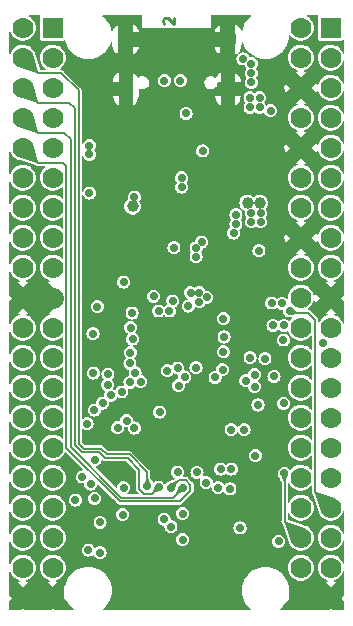
<source format=gbr>
%TF.GenerationSoftware,KiCad,Pcbnew,7.0.11-7.0.11~ubuntu22.04.1*%
%TF.CreationDate,2024-12-17T16:05:18+02:00*%
%TF.ProjectId,RP2350-PICO2-XXL_Rev_A,52503233-3530-42d5-9049-434f322d5858,A*%
%TF.SameCoordinates,PX81b3200PY6e263e0*%
%TF.FileFunction,Copper,L2,Inr*%
%TF.FilePolarity,Positive*%
%FSLAX46Y46*%
G04 Gerber Fmt 4.6, Leading zero omitted, Abs format (unit mm)*
G04 Created by KiCad (PCBNEW 7.0.11-7.0.11~ubuntu22.04.1) date 2024-12-17 16:05:18*
%MOMM*%
%LPD*%
G01*
G04 APERTURE LIST*
%ADD10C,0.222250*%
%TA.AperFunction,NonConductor*%
%ADD11C,0.222250*%
%TD*%
%TA.AperFunction,ComponentPad*%
%ADD12O,1.200000X2.200000*%
%TD*%
%TA.AperFunction,ComponentPad*%
%ADD13O,1.300000X2.000000*%
%TD*%
%TA.AperFunction,HeatsinkPad*%
%ADD14C,1.000000*%
%TD*%
%TA.AperFunction,HeatsinkPad*%
%ADD15C,1.800000*%
%TD*%
%TA.AperFunction,ComponentPad*%
%ADD16R,1.778000X1.778000*%
%TD*%
%TA.AperFunction,ComponentPad*%
%ADD17C,1.778000*%
%TD*%
%TA.AperFunction,ViaPad*%
%ADD18C,0.700000*%
%TD*%
%TA.AperFunction,ViaPad*%
%ADD19C,1.000000*%
%TD*%
%TA.AperFunction,Conductor*%
%ADD20C,1.270000*%
%TD*%
%TA.AperFunction,Conductor*%
%ADD21C,0.355600*%
%TD*%
%TA.AperFunction,Conductor*%
%ADD22C,1.016000*%
%TD*%
%TA.AperFunction,Conductor*%
%ADD23C,1.778000*%
%TD*%
%TA.AperFunction,Conductor*%
%ADD24C,0.127000*%
%TD*%
G04 APERTURE END LIST*
D10*
D11*
X13455379Y49968001D02*
X13413045Y50010334D01*
X13413045Y50010334D02*
X13370712Y50095001D01*
X13370712Y50095001D02*
X13370712Y50306667D01*
X13370712Y50306667D02*
X13413045Y50391334D01*
X13413045Y50391334D02*
X13455379Y50433667D01*
X13455379Y50433667D02*
X13540045Y50476001D01*
X13540045Y50476001D02*
X13624712Y50476001D01*
X13624712Y50476001D02*
X13751712Y50433667D01*
X13751712Y50433667D02*
X14259712Y49925667D01*
X14259712Y49925667D02*
X14259712Y50476001D01*
D12*
%TO.N,GND*%
%TO.C,USB-C1*%
X10180000Y44470000D03*
X18820000Y44470000D03*
D13*
X10180000Y48650000D03*
X18820000Y48650000D03*
%TD*%
D14*
%TO.N,GND*%
%TO.C,U3*%
X15700000Y24450000D03*
X13300000Y24450000D03*
D15*
X14500000Y23250000D03*
D14*
X15700000Y22050000D03*
X13300000Y21980000D03*
%TD*%
D16*
%TO.N,+3.3V*%
%TO.C,EXT1*%
X4000000Y49630000D03*
D17*
X1460000Y49630000D03*
%TO.N,/GPIO16*%
X4000000Y47090000D03*
%TO.N,/GPIO0\u005CUART0_TX*%
X1460000Y47090000D03*
%TO.N,/GPIO17*%
X4000000Y44550000D03*
%TO.N,/GPIO1\u005CUART0_RX*%
X1460000Y44550000D03*
%TO.N,/GPIO18*%
X4000000Y42010000D03*
%TO.N,/GPIO2\u005CI2C1_SDA*%
X1460000Y42010000D03*
%TO.N,/GPIO19*%
X4000000Y39470000D03*
%TO.N,/GPIO3\u005CI2C1_SCL*%
X1460000Y39470000D03*
%TO.N,/GPIO20*%
X4000000Y36930000D03*
%TO.N,/GPIO4\u005CSPI0_RX(MISO)*%
X1460000Y36930000D03*
%TO.N,/GPIO21*%
X4000000Y34390000D03*
%TO.N,/GPIO5\u005CSPI0_CSn(CS#)*%
X1460000Y34390000D03*
%TO.N,/GPIO22*%
X4000000Y31850000D03*
%TO.N,/GPIO6\u005CSPI0_SCK(SCK)*%
X1460000Y31850000D03*
%TO.N,/GPIO23*%
X4000000Y29310000D03*
%TO.N,/GPIO7\u005CSPI0_TX(MOSI)*%
X1460000Y29310000D03*
%TO.N,GND*%
X4000000Y26770000D03*
X1460000Y26770000D03*
%TO.N,+3.3V*%
X4000000Y24230000D03*
X1460000Y24230000D03*
%TO.N,/GPIO24*%
X4000000Y21690000D03*
%TO.N,/GPIO8\u005CQMI_CS1n*%
X1460000Y21690000D03*
%TO.N,/GPIO25\u005CUser_Led*%
X4000000Y19150000D03*
%TO.N,/GPIO9\u005CSPI1_CSn*%
X1460000Y19150000D03*
%TO.N,/GPIO26*%
X4000000Y16610000D03*
%TO.N,/GPIO10\u005CSPI1_SCK\u005CSD_CLK*%
X1460000Y16610000D03*
%TO.N,/GPIO27*%
X4000000Y14070000D03*
%TO.N,/GPIO11\u005CSPI1_TX\u005CSD_CMD*%
X1460000Y14070000D03*
%TO.N,/GPIO28*%
X4000000Y11530000D03*
%TO.N,/GPIO12\u005CSPI1_RX\u005CSD_DAT0*%
X1460000Y11530000D03*
%TO.N,/GPIO29*%
X4000000Y8990000D03*
%TO.N,/GPIO13*%
X1460000Y8990000D03*
%TO.N,/GPIO30*%
X4000000Y6450000D03*
%TO.N,/GPIO14*%
X1460000Y6450000D03*
%TO.N,/GPIO31*%
X4000000Y3910000D03*
%TO.N,/GPIO15*%
X1460000Y3910000D03*
%TO.N,GND*%
X4000000Y1370000D03*
X1460000Y1370000D03*
%TD*%
D16*
%TO.N,+3.3V*%
%TO.C,EXT2*%
X27540000Y49630000D03*
D17*
%TO.N,VBUS*%
X25000000Y49630000D03*
%TO.N,/GPIO32*%
X27540000Y47090000D03*
%TO.N,VSYS*%
X25000000Y47090000D03*
%TO.N,/GPIO33*%
X27540000Y44550000D03*
%TO.N,GND*%
X25000000Y44550000D03*
%TO.N,/GPIO34*%
X27540000Y42010000D03*
%TO.N,+3.3V*%
X25000000Y42010000D03*
%TO.N,/GPIO35*%
X27540000Y39470000D03*
%TO.N,GND*%
X25000000Y39470000D03*
%TO.N,/GPIO36*%
X27540000Y36930000D03*
%TO.N,/3V3_EN*%
X25000000Y36930000D03*
%TO.N,/GPIO37*%
X27540000Y34390000D03*
%TO.N,/ADC_VREF*%
X25000000Y34390000D03*
%TO.N,/GPIO38*%
X27540000Y31850000D03*
%TO.N,GND*%
X25000000Y31850000D03*
%TO.N,/GPIO39*%
X27540000Y29310000D03*
%TO.N,/RUN*%
X25000000Y29310000D03*
%TO.N,GND*%
X27540000Y26770000D03*
%TO.N,/BOOTSEL#*%
X25000000Y26770000D03*
%TO.N,+3.3V*%
X27540000Y24230000D03*
X25000000Y24230000D03*
%TO.N,/GPIO40*%
X27540000Y21690000D03*
%TO.N,/QSPI_SD0*%
X25000000Y21690000D03*
%TO.N,/GPIO41*%
X27540000Y19150000D03*
%TO.N,/QSPI_SD1*%
X25000000Y19150000D03*
%TO.N,/GPIO42*%
X27540000Y16610000D03*
%TO.N,/QSPI_SD2*%
X25000000Y16610000D03*
%TO.N,/GPIO43*%
X27540000Y14070000D03*
%TO.N,/QSPI_SD3*%
X25000000Y14070000D03*
%TO.N,/GPIO44*%
X27540000Y11530000D03*
%TO.N,/QSPI_CLK*%
X25000000Y11530000D03*
%TO.N,/GPIO45*%
X27540000Y8990000D03*
%TO.N,/QSPI_CSn*%
X25000000Y8990000D03*
%TO.N,/GPIO46*%
X27540000Y6450000D03*
%TO.N,/SWDIO*%
X25000000Y6450000D03*
%TO.N,/GPIO47*%
X27540000Y3910000D03*
%TO.N,/SWCLK*%
X25000000Y3910000D03*
%TO.N,GND*%
X27540000Y1370000D03*
X25000000Y1370000D03*
%TD*%
D18*
%TO.N,GND*%
X12600000Y12800000D03*
X8970000Y8600000D03*
X11900000Y36600000D03*
D19*
X13500000Y48750000D03*
X11500000Y48750000D03*
D18*
X7097500Y28891743D03*
X11900000Y35300000D03*
X18600000Y31250000D03*
X10125000Y14150000D03*
X19400000Y31250000D03*
D19*
X10177000Y50095000D03*
D18*
X13400000Y12800000D03*
X7159000Y36600000D03*
X19675000Y14000000D03*
X7320302Y18172075D03*
X6789425Y22650000D03*
X16400000Y35287997D03*
X12200000Y15800000D03*
X10000000Y11700000D03*
X20250000Y29500000D03*
X18600000Y30500000D03*
D19*
X17450000Y1000000D03*
X17500000Y48750000D03*
X8500000Y44500000D03*
X15500000Y48750000D03*
D18*
X11905000Y34500000D03*
X16400000Y36092000D03*
X18600000Y29750000D03*
X8970000Y9350000D03*
X5925000Y7700000D03*
X19650000Y37350000D03*
D19*
X9572398Y46522400D03*
D18*
X18900000Y37350000D03*
X10000000Y12500000D03*
X5925000Y5300000D03*
X23046304Y18642961D03*
X23570000Y21910000D03*
D19*
X16300000Y1000000D03*
D18*
X20200000Y13300000D03*
D19*
X10750000Y46522400D03*
D18*
X20488119Y7920497D03*
X9800000Y36600000D03*
X13912002Y33600000D03*
D19*
X18813000Y50095000D03*
D18*
X21600000Y4500000D03*
X13912002Y34349994D03*
X18200000Y37100000D03*
X17000000Y4050000D03*
%TO.N,/USB_D+*%
X13435390Y45142000D03*
X14803393Y45144771D03*
%TO.N,+3.3V*%
X7100000Y39650000D03*
X9488808Y15758000D03*
X21600000Y33950000D03*
X20800000Y33950000D03*
X21600000Y33200000D03*
X21450000Y30750000D03*
X14000000Y7400000D03*
X10915000Y35300000D03*
D19*
X21500000Y34800000D03*
D18*
X19500000Y33800000D03*
X20800000Y33200000D03*
X7782038Y26013000D03*
D19*
X10750000Y34500000D03*
D18*
X17026189Y26813811D03*
X15660000Y27200000D03*
X21090000Y19240000D03*
X10903817Y15742404D03*
X10000000Y10700000D03*
X14918034Y36150000D03*
X19500000Y33000000D03*
X13424639Y8025844D03*
D19*
X20500000Y34800000D03*
D18*
X21955678Y21611944D03*
X16400000Y26440000D03*
X7100000Y38900000D03*
X14250000Y31000000D03*
X9912800Y8405000D03*
X21145968Y13391936D03*
X16400000Y27206498D03*
X10000000Y28100000D03*
X14918034Y36923966D03*
X19300000Y32250000D03*
X7436498Y20400000D03*
X7089789Y35631777D03*
%TO.N,/+1V1*%
X16130000Y30250000D03*
X16130000Y30973803D03*
X7400877Y23728242D03*
X18500000Y23450000D03*
X19100000Y15600006D03*
X16600000Y31500000D03*
%TO.N,/SWDIO*%
X23600000Y11900000D03*
%TO.N,/RUN*%
X8000000Y7765500D03*
X8000000Y5200000D03*
X20200000Y15600000D03*
%TO.N,VBUS*%
X20800000Y45000000D03*
X20800000Y46600000D03*
X20097318Y46990715D03*
X20800000Y45800000D03*
%TO.N,/GPIO25\u005CUser_Led*%
X11444402Y19674500D03*
X6889850Y16109850D03*
X7216596Y11000000D03*
X7000000Y5400000D03*
%TO.N,/GPIO29*%
X5900000Y9650002D03*
%TO.N,/GPIO7\u005CSPI0_TX(MOSI)*%
X14656263Y19321525D03*
X16985184Y11127541D03*
%TO.N,/GPIO5\u005CSPI0_CSn(CS#)*%
X14570816Y20825900D03*
X18990761Y10590157D03*
%TO.N,/GPIO4\u005CSPI0_RX(MISO)*%
X16211794Y11988233D03*
X13700000Y20600000D03*
%TO.N,/GPIO0\u005CUART0_TX*%
X12000000Y10800000D03*
%TO.N,/GPIO1\u005CUART0_RX*%
X12966095Y10740595D03*
%TO.N,/GPIO18*%
X10538813Y19621658D03*
%TO.N,/GPIO24*%
X9820000Y18799998D03*
%TO.N,/GPIO20*%
X8650000Y19400000D03*
%TO.N,/GPIO19*%
X8663498Y20300000D03*
%TO.N,/GPIO21*%
X8900000Y18500000D03*
%TO.N,/GPIO23*%
X7517592Y17268482D03*
%TO.N,/GPIO22*%
X8218084Y17849416D03*
%TO.N,/GPIO26*%
X10248685Y16359500D03*
%TO.N,/GPIO27*%
X13046085Y17099596D03*
%TO.N,/GPIO28*%
X6500000Y11600000D03*
%TO.N,/3V3_EN*%
X16699996Y39200000D03*
X22432500Y42600000D03*
%TO.N,/BOOTSEL#*%
X19851721Y7284100D03*
X23127467Y6147533D03*
%TO.N,VSYS*%
X15281782Y42381788D03*
X20700000Y43700000D03*
X21500000Y43700000D03*
X20700000Y42900000D03*
X21500000Y42900000D03*
%TO.N,/GPIO9\u005CSPI1_CSn*%
X10710192Y25467675D03*
%TO.N,/GPIO12\u005CSPI1_RX\u005CSD_DAT0*%
X10559378Y22126459D03*
%TO.N,/GPIO10\u005CSPI1_SCK\u005CSD_CLK*%
X10600444Y24236500D03*
%TO.N,/GPIO11\u005CSPI1_TX\u005CSD_CMD*%
X10749492Y23279335D03*
%TO.N,/GPIO3\u005CI2C1_SCL*%
X13993264Y10701256D03*
%TO.N,/GPIO2\u005CI2C1_SDA*%
X14999995Y6299995D03*
X14999996Y8500002D03*
X15000000Y10700000D03*
%TO.N,/GPIO17*%
X10966127Y20439922D03*
%TO.N,/GPIO16*%
X10529561Y21226951D03*
%TO.N,/GPIO6\u005CSPI0_SCK(SCK)*%
X18000000Y10700000D03*
X15172670Y20058633D03*
%TO.N,/GPIO47*%
X22515809Y26331194D03*
%TO.N,/GPIO46*%
X23414302Y26285698D03*
%TO.N,/GPIO45*%
X24053960Y25652577D03*
%TO.N,/QSPI_CSn*%
X12531613Y26900000D03*
X14568988Y12025000D03*
%TO.N,/GPIO44*%
X23559283Y24438500D03*
X23538814Y17825921D03*
%TO.N,/QSPI_CLK*%
X16120547Y20845998D03*
X18210000Y12260000D03*
%TO.N,/QSPI_SD0*%
X14152408Y26506374D03*
X7561065Y13050000D03*
X7550355Y9780209D03*
%TO.N,/QSPI_SD1*%
X12963500Y25654002D03*
%TO.N,/GPIO41*%
X23525000Y23200002D03*
%TO.N,/GPIO42*%
X26850000Y22960368D03*
%TO.N,/QSPI_SD2*%
X13863503Y25654002D03*
%TO.N,/QSPI_SD3*%
X15461683Y26061683D03*
X19112196Y12272115D03*
%TO.N,/GPIO43*%
X22725000Y20125000D03*
X22632546Y24423825D03*
%TO.N,/GPIO35*%
X20340000Y19740000D03*
%TO.N,/GPIO34*%
X18376267Y20676267D03*
%TO.N,/GPIO33*%
X17739869Y20039869D03*
%TO.N,/GPIO32*%
X21370000Y17686500D03*
%TO.N,/GPIO36*%
X18440000Y25010000D03*
%TO.N,/GPIO37*%
X18439608Y22193758D03*
%TO.N,/GPIO38*%
X21086500Y20252141D03*
%TO.N,/GPIO39*%
X20700000Y21700000D03*
%TD*%
D20*
%TO.N,GND*%
X27540000Y1370000D02*
X27380000Y1370000D01*
D21*
X4000000Y1370000D02*
X4000000Y2118474D01*
X5925000Y4043474D02*
X5925000Y5300000D01*
X2726800Y25503200D02*
X2726800Y2636800D01*
X25000000Y1370000D02*
X25000000Y1727800D01*
X4000000Y1370000D02*
X4000000Y1709237D01*
X4000000Y1709237D02*
X4790763Y2500000D01*
X24177800Y2550000D02*
X24177800Y2902074D01*
X4790763Y2909237D02*
X5925000Y4043474D01*
X22579874Y4500000D02*
X21600000Y4500000D01*
D20*
X27380000Y1370000D02*
X26250000Y2500000D01*
D21*
X25000000Y1727800D02*
X24177800Y2550000D01*
D20*
X1460000Y26770000D02*
X2726800Y25503200D01*
D21*
X25000000Y2079874D02*
X24064937Y3014937D01*
X2726800Y25503200D02*
X2733200Y25503200D01*
D20*
X2733200Y25503200D02*
X4000000Y26770000D01*
D21*
X4790763Y1370000D02*
X4790763Y2160763D01*
X4000000Y1370000D02*
X4790763Y2160763D01*
X26652600Y482600D02*
X27540000Y1370000D01*
X4790763Y2160763D02*
X4790763Y2500000D01*
X4000000Y2118474D02*
X4790763Y2909237D01*
X25000000Y1370000D02*
X25000000Y1304800D01*
D20*
X26250000Y2500000D02*
X25120000Y1370000D01*
D21*
X4790763Y2500000D02*
X4790763Y2909237D01*
X24177800Y2902074D02*
X24064937Y3014937D01*
X24930000Y1370000D02*
X24177800Y2122200D01*
X24177800Y482600D02*
X26652600Y482600D01*
D20*
X2733200Y2636800D02*
X4000000Y1370000D01*
D21*
X24064937Y3014937D02*
X22579874Y4500000D01*
X4000000Y1370000D02*
X4790763Y1370000D01*
X2726800Y2636800D02*
X2733200Y2636800D01*
D22*
X26250000Y2500000D02*
X26000000Y2250000D01*
D21*
X24177800Y2122200D02*
X24177800Y2550000D01*
X25000000Y1370000D02*
X24930000Y1370000D01*
X25000000Y1370000D02*
X25000000Y2079874D01*
D20*
X25120000Y1370000D02*
X25000000Y1370000D01*
D21*
X24177800Y2122200D02*
X24177800Y482600D01*
D22*
X26000000Y2250000D02*
X24508000Y2250000D01*
D20*
X2726800Y2636800D02*
X1460000Y1370000D01*
D23*
X1460000Y26770000D02*
X4000000Y26770000D01*
X25000000Y1370000D02*
X27540000Y1370000D01*
D21*
X25000000Y1304800D02*
X24177800Y482600D01*
D23*
X4000000Y1370000D02*
X1460000Y1370000D01*
D24*
%TO.N,/SWDIO*%
X23627000Y11873000D02*
X23627000Y7823000D01*
X23600000Y11900000D02*
X23627000Y11873000D01*
X23627000Y7823000D02*
X25000000Y6450000D01*
%TO.N,/GPIO0\u005CUART0_TX*%
X6600000Y14000000D02*
X6175925Y14424075D01*
X8100000Y14000000D02*
X6600000Y14000000D01*
X8600000Y13500000D02*
X8100000Y14000000D01*
X6175925Y14424075D02*
X6175925Y44324075D01*
X2750000Y45800000D02*
X1460000Y47090000D01*
X12000000Y12000000D02*
X10500000Y13500000D01*
X12000000Y10800000D02*
X12000000Y12000000D01*
X10500000Y13500000D02*
X8600000Y13500000D01*
X4700000Y45800000D02*
X2750000Y45800000D01*
X6175925Y44324075D02*
X4700000Y45800000D01*
%TO.N,/GPIO1\u005CUART0_RX*%
X11325000Y10550000D02*
X11325000Y12212552D01*
X5848925Y42851075D02*
X5400000Y43300000D01*
X11696000Y10179000D02*
X11325000Y10550000D01*
X5400000Y43300000D02*
X2710000Y43300000D01*
X5848925Y14288627D02*
X5848925Y42851075D01*
X12966095Y10740595D02*
X12404500Y10179000D01*
X2710000Y43300000D02*
X1460000Y44550000D01*
X6467552Y13670000D02*
X5848925Y14288627D01*
X11325000Y12212552D02*
X10364552Y13173000D01*
X7930000Y13670000D02*
X6467552Y13670000D01*
X8427000Y13173000D02*
X7930000Y13670000D01*
X10364552Y13173000D02*
X8427000Y13173000D01*
X12404500Y10179000D02*
X11696000Y10179000D01*
%TO.N,/GPIO3\u005CI2C1_SCL*%
X14768988Y9525000D02*
X15650000Y10406012D01*
X9662552Y9525000D02*
X14768988Y9525000D01*
X15650000Y10950000D02*
X15250000Y11350000D01*
X4900000Y38200000D02*
X5152500Y37947500D01*
X15650000Y10406012D02*
X15650000Y10950000D01*
X5152500Y14035052D02*
X9662552Y9525000D01*
X1460000Y39470000D02*
X2730000Y38200000D01*
X15250000Y11350000D02*
X14642008Y11350000D01*
X14642008Y11350000D02*
X13993264Y10701256D01*
X2730000Y38200000D02*
X4900000Y38200000D01*
X5152500Y37947500D02*
X5152500Y14035052D01*
%TO.N,/GPIO2\u005CI2C1_SDA*%
X14152000Y9852000D02*
X15000000Y10700000D01*
X5500000Y40200000D02*
X5500000Y14150000D01*
X5500000Y14150000D02*
X9798000Y9852000D01*
X4975000Y40725000D02*
X5500000Y40200000D01*
X9798000Y9852000D02*
X14152000Y9852000D01*
X1460000Y42010000D02*
X2745000Y40725000D01*
X2745000Y40725000D02*
X4975000Y40725000D01*
%TO.N,/GPIO45*%
X25620000Y25480000D02*
X26210000Y24890000D01*
X26210000Y24890000D02*
X26210000Y10320000D01*
X26210000Y10320000D02*
X27540000Y8990000D01*
X24053960Y25652577D02*
X24226537Y25480000D01*
X24226537Y25480000D02*
X25620000Y25480000D01*
%TD*%
%TA.AperFunction,Conductor*%
%TO.N,GND*%
G36*
X2914524Y50676394D02*
G01*
X2932830Y50632200D01*
X2924007Y50603119D01*
X2924489Y50602919D01*
X2922465Y50598034D01*
X2922297Y50597478D01*
X2922134Y50597236D01*
X2922132Y50597231D01*
X2910500Y50538749D01*
X2910500Y48721252D01*
X2922132Y48662770D01*
X2922133Y48662768D01*
X2966447Y48596448D01*
X3032767Y48552134D01*
X3032769Y48552133D01*
X3091252Y48540500D01*
X4908748Y48540500D01*
X4967231Y48552133D01*
X4967232Y48552135D01*
X4972919Y48554489D01*
X4974090Y48551660D01*
X5010214Y48558863D01*
X5050000Y48532306D01*
X5059122Y48510844D01*
X5075631Y48434953D01*
X5175633Y48166839D01*
X5175634Y48166836D01*
X5312773Y47915686D01*
X5312778Y47915680D01*
X5484265Y47686600D01*
X5686599Y47484266D01*
X5686602Y47484264D01*
X5686605Y47484261D01*
X5915685Y47312774D01*
X6163029Y47177713D01*
X6166839Y47175633D01*
X6434954Y47075631D01*
X6714572Y47014804D01*
X6928552Y46999500D01*
X6928562Y46999500D01*
X7071438Y46999500D01*
X7071448Y46999500D01*
X7285428Y47014804D01*
X7565046Y47075631D01*
X7833161Y47175633D01*
X8084315Y47312774D01*
X8313395Y47484261D01*
X8515739Y47686605D01*
X8687226Y47915685D01*
X8824367Y48166839D01*
X8900941Y48372143D01*
X8933537Y48407152D01*
X8981342Y48408859D01*
X9016352Y48376263D01*
X9022000Y48350300D01*
X9022000Y48246445D01*
X9036839Y48086314D01*
X9036841Y48086302D01*
X9095571Y47879890D01*
X9191231Y47687781D01*
X9191234Y47687775D01*
X9320552Y47516529D01*
X9320564Y47516516D01*
X9479158Y47371938D01*
X9545000Y47331172D01*
X9545000Y48318519D01*
X9780000Y48318519D01*
X9794835Y48224852D01*
X9852359Y48111955D01*
X9941955Y48022359D01*
X10054852Y47964835D01*
X10180000Y47945014D01*
X10305148Y47964835D01*
X10403602Y48015000D01*
X10815000Y48015000D01*
X10815000Y47331172D01*
X10880841Y47371938D01*
X11039435Y47516516D01*
X11039447Y47516529D01*
X11168765Y47687775D01*
X11168768Y47687781D01*
X11264428Y47879890D01*
X11302871Y48015000D01*
X17697129Y48015000D01*
X17735571Y47879890D01*
X17831231Y47687781D01*
X17831234Y47687775D01*
X17960552Y47516529D01*
X17960564Y47516516D01*
X18119158Y47371938D01*
X18185000Y47331172D01*
X18185000Y48015000D01*
X17697129Y48015000D01*
X11302871Y48015000D01*
X10815000Y48015000D01*
X10403602Y48015000D01*
X10418045Y48022359D01*
X10507641Y48111955D01*
X10565165Y48224852D01*
X10580000Y48318519D01*
X18420000Y48318519D01*
X18434835Y48224852D01*
X18492359Y48111955D01*
X18581955Y48022359D01*
X18694852Y47964835D01*
X18820000Y47945014D01*
X18945148Y47964835D01*
X19058045Y48022359D01*
X19147641Y48111955D01*
X19205165Y48224852D01*
X19220000Y48318519D01*
X19220000Y48981481D01*
X19205165Y49075148D01*
X19147641Y49188045D01*
X19058045Y49277641D01*
X18945148Y49335165D01*
X18820000Y49354986D01*
X18694852Y49335165D01*
X18581955Y49277641D01*
X18492359Y49188045D01*
X18434835Y49075148D01*
X18420000Y48981481D01*
X18420000Y48318519D01*
X10580000Y48318519D01*
X10580000Y48981481D01*
X10565165Y49075148D01*
X10507641Y49188045D01*
X10418045Y49277641D01*
X10305148Y49335165D01*
X10180000Y49354986D01*
X10054852Y49335165D01*
X9941955Y49277641D01*
X9852359Y49188045D01*
X9794835Y49075148D01*
X9780000Y48981481D01*
X9780000Y48318519D01*
X9545000Y48318519D01*
X9545000Y49968830D01*
X10815000Y49968830D01*
X10815000Y49285000D01*
X11302871Y49285000D01*
X11302871Y49285001D01*
X17697128Y49285001D01*
X17697129Y49285000D01*
X18185000Y49285000D01*
X18185000Y49968830D01*
X18119154Y49928060D01*
X17960564Y49783485D01*
X17960552Y49783472D01*
X17831234Y49612226D01*
X17831231Y49612220D01*
X17735571Y49420111D01*
X17697128Y49285001D01*
X11302871Y49285001D01*
X11264428Y49420111D01*
X11168768Y49612220D01*
X11168765Y49612226D01*
X11039447Y49783472D01*
X11039435Y49783485D01*
X10880845Y49928060D01*
X10815000Y49968830D01*
X9545000Y49968830D01*
X9479154Y49928060D01*
X9320564Y49783485D01*
X9320552Y49783472D01*
X9191234Y49612226D01*
X9191231Y49612220D01*
X9095571Y49420111D01*
X9084623Y49381632D01*
X9054921Y49344134D01*
X9007405Y49338622D01*
X8969907Y49368324D01*
X8963437Y49385449D01*
X8924369Y49565046D01*
X8824367Y49833161D01*
X8817636Y49845487D01*
X8687226Y50084315D01*
X8515739Y50313395D01*
X8515736Y50313398D01*
X8515734Y50313401D01*
X8313400Y50515735D01*
X8282658Y50538748D01*
X8224659Y50582166D01*
X8200250Y50623305D01*
X8212080Y50669655D01*
X8253219Y50694064D01*
X8262114Y50694700D01*
X11511500Y50694700D01*
X11555694Y50676394D01*
X11574000Y50632200D01*
X11574000Y49587000D01*
X17416000Y49587000D01*
X17416000Y50632200D01*
X17434306Y50676394D01*
X17478500Y50694700D01*
X20737886Y50694700D01*
X20782080Y50676394D01*
X20800386Y50632200D01*
X20782080Y50588006D01*
X20775341Y50582166D01*
X20686599Y50515735D01*
X20484265Y50313401D01*
X20312778Y50084321D01*
X20312773Y50084315D01*
X20175634Y49833165D01*
X20175633Y49833162D01*
X20075632Y49565050D01*
X20075632Y49565049D01*
X20036562Y49385450D01*
X20009280Y49346157D01*
X19962204Y49337664D01*
X19922911Y49364946D01*
X19915376Y49381633D01*
X19904429Y49420110D01*
X19808768Y49612220D01*
X19808765Y49612226D01*
X19679447Y49783472D01*
X19679435Y49783485D01*
X19520845Y49928060D01*
X19455000Y49968830D01*
X19455000Y47331172D01*
X19520841Y47371938D01*
X19583346Y47428919D01*
X19628338Y47445164D01*
X19671640Y47424837D01*
X19687885Y47379845D01*
X19675037Y47344684D01*
X19616457Y47268341D01*
X19560988Y47134424D01*
X19560986Y47134418D01*
X19542068Y46990718D01*
X19542068Y46990713D01*
X19560986Y46847013D01*
X19560987Y46847008D01*
X19560988Y46847006D01*
X19616457Y46713090D01*
X19704697Y46598094D01*
X19819693Y46509854D01*
X19953609Y46454385D01*
X19953613Y46454385D01*
X19953615Y46454384D01*
X20097315Y46435465D01*
X20097318Y46435465D01*
X20097321Y46435465D01*
X20215699Y46451050D01*
X20261905Y46438670D01*
X20281599Y46413003D01*
X20319137Y46322379D01*
X20319139Y46322375D01*
X20383846Y46238048D01*
X20396226Y46191842D01*
X20383846Y46161952D01*
X20319138Y46077624D01*
X20263670Y45943709D01*
X20263668Y45943703D01*
X20244750Y45800003D01*
X20244750Y45799998D01*
X20263668Y45656298D01*
X20263669Y45656293D01*
X20263670Y45656291D01*
X20286648Y45600816D01*
X20314066Y45534621D01*
X20319139Y45522375D01*
X20378685Y45444774D01*
X20383846Y45438048D01*
X20396226Y45391842D01*
X20383846Y45361953D01*
X20355481Y45324986D01*
X20319138Y45277624D01*
X20263670Y45143709D01*
X20263668Y45143703D01*
X20244750Y45000003D01*
X20244750Y44999998D01*
X20263668Y44856298D01*
X20263669Y44856293D01*
X20263670Y44856291D01*
X20271847Y44836550D01*
X20308070Y44749097D01*
X20319139Y44722375D01*
X20407379Y44607379D01*
X20522375Y44519139D01*
X20656291Y44463670D01*
X20656295Y44463670D01*
X20656297Y44463669D01*
X20799997Y44444750D01*
X20800000Y44444750D01*
X20800003Y44444750D01*
X20943702Y44463669D01*
X20943702Y44463670D01*
X20943709Y44463670D01*
X21077625Y44519139D01*
X21117844Y44550000D01*
X23598212Y44550000D01*
X23617331Y44319274D01*
X23668638Y44116666D01*
X24030083Y44478111D01*
X24500000Y44478111D01*
X24540507Y44340156D01*
X24618239Y44219202D01*
X24726900Y44125048D01*
X24857685Y44065320D01*
X24964237Y44050000D01*
X25035763Y44050000D01*
X25142315Y44065320D01*
X25273100Y44125048D01*
X25381761Y44219202D01*
X25459493Y44340156D01*
X25500000Y44478111D01*
X25500000Y44621889D01*
X25459493Y44759844D01*
X25381761Y44880798D01*
X25273100Y44974952D01*
X25142315Y45034680D01*
X25035763Y45050000D01*
X24964237Y45050000D01*
X24857685Y45034680D01*
X24726900Y44974952D01*
X24618239Y44880798D01*
X24540507Y44759844D01*
X24500000Y44621889D01*
X24500000Y44478111D01*
X24030083Y44478111D01*
X24101973Y44550001D01*
X23668638Y44983336D01*
X23617331Y44780727D01*
X23598212Y44550000D01*
X21117844Y44550000D01*
X21192621Y44607379D01*
X21280861Y44722375D01*
X21336330Y44856291D01*
X21339014Y44876679D01*
X21355250Y44999998D01*
X21355250Y45000003D01*
X21336331Y45143703D01*
X21336330Y45143705D01*
X21336330Y45143709D01*
X21280861Y45277625D01*
X21280860Y45277627D01*
X21238162Y45333271D01*
X21216153Y45361953D01*
X21203773Y45408158D01*
X21216154Y45438048D01*
X21223811Y45448026D01*
X21280861Y45522375D01*
X21336330Y45656291D01*
X21339597Y45681103D01*
X21355250Y45799998D01*
X21355250Y45800003D01*
X21336331Y45943703D01*
X21336330Y45943705D01*
X21336330Y45943709D01*
X21280861Y46077625D01*
X21280860Y46077627D01*
X21216154Y46161952D01*
X21203773Y46208158D01*
X21216154Y46238048D01*
X21280860Y46322374D01*
X21280861Y46322375D01*
X21336330Y46456291D01*
X21355250Y46600000D01*
X21337314Y46736232D01*
X21336331Y46743703D01*
X21336330Y46743705D01*
X21336330Y46743709D01*
X21280861Y46877625D01*
X21192621Y46992621D01*
X21077625Y47080861D01*
X20943709Y47136330D01*
X20943707Y47136331D01*
X20943702Y47136332D01*
X20800003Y47155250D01*
X20799996Y47155250D01*
X20681617Y47139666D01*
X20635412Y47152047D01*
X20615717Y47177713D01*
X20578179Y47268340D01*
X20489939Y47383336D01*
X20374943Y47471576D01*
X20241027Y47527045D01*
X20241025Y47527046D01*
X20241020Y47527047D01*
X20097321Y47545965D01*
X20097315Y47545965D01*
X19953615Y47527047D01*
X19953609Y47527045D01*
X19819692Y47471576D01*
X19771227Y47434387D01*
X19725022Y47422007D01*
X19683595Y47445925D01*
X19671215Y47492130D01*
X19683304Y47521637D01*
X19808768Y47687781D01*
X19904428Y47879890D01*
X19963158Y48086302D01*
X19963160Y48086314D01*
X19977999Y48246445D01*
X19978000Y48246466D01*
X19978000Y48350300D01*
X19996306Y48394494D01*
X20040500Y48412800D01*
X20084694Y48394494D01*
X20099058Y48372144D01*
X20153995Y48224852D01*
X20175633Y48166839D01*
X20175634Y48166836D01*
X20312773Y47915686D01*
X20312778Y47915680D01*
X20484265Y47686600D01*
X20686599Y47484266D01*
X20686602Y47484264D01*
X20686605Y47484261D01*
X20915685Y47312774D01*
X21163029Y47177713D01*
X21166839Y47175633D01*
X21434954Y47075631D01*
X21714572Y47014804D01*
X21928552Y46999500D01*
X21928562Y46999500D01*
X22071438Y46999500D01*
X22071448Y46999500D01*
X22285428Y47014804D01*
X22565046Y47075631D01*
X22603560Y47089996D01*
X23905832Y47089996D01*
X23924460Y46888955D01*
X23924462Y46888944D01*
X23972780Y46719128D01*
X23979719Y46694741D01*
X24069720Y46513995D01*
X24191400Y46352864D01*
X24224845Y46322375D01*
X24340611Y46216839D01*
X24340612Y46216838D01*
X24340616Y46216835D01*
X24512287Y46110541D01*
X24700567Y46037601D01*
X24700572Y46037600D01*
X24701950Y46037208D01*
X24702301Y46036930D01*
X24703261Y46036558D01*
X24703145Y46036261D01*
X24739449Y46007510D01*
X24744965Y45959993D01*
X24715267Y45922494D01*
X24695138Y45915446D01*
X24655882Y45908895D01*
X24655877Y45908894D01*
X24568969Y45879058D01*
X24568968Y45879057D01*
X24999999Y45448026D01*
X25431030Y45879057D01*
X25431029Y45879058D01*
X25344122Y45908894D01*
X25344117Y45908895D01*
X25304861Y45915446D01*
X25264283Y45940776D01*
X25253502Y45987381D01*
X25278832Y46027959D01*
X25298053Y46037209D01*
X25299424Y46037600D01*
X25299433Y46037601D01*
X25487713Y46110541D01*
X25659384Y46216835D01*
X25808600Y46352864D01*
X25930280Y46513995D01*
X26020281Y46694741D01*
X26075538Y46888947D01*
X26084968Y46990715D01*
X26094168Y47089996D01*
X26094168Y47090005D01*
X26075539Y47291046D01*
X26075537Y47291057D01*
X26045002Y47398373D01*
X26020281Y47485259D01*
X25930280Y47666005D01*
X25808600Y47827136D01*
X25733992Y47895151D01*
X25659388Y47963162D01*
X25659385Y47963164D01*
X25659384Y47963165D01*
X25487713Y48069459D01*
X25487711Y48069460D01*
X25378018Y48111955D01*
X25299433Y48142399D01*
X25299430Y48142400D01*
X25299429Y48142400D01*
X25100961Y48179500D01*
X25100957Y48179500D01*
X24899043Y48179500D01*
X24899038Y48179500D01*
X24700570Y48142400D01*
X24512288Y48069460D01*
X24340611Y47963162D01*
X24191403Y47827139D01*
X24191396Y47827131D01*
X24069720Y47666005D01*
X23979719Y47485260D01*
X23924462Y47291057D01*
X23924460Y47291046D01*
X23905832Y47090005D01*
X23905832Y47089996D01*
X22603560Y47089996D01*
X22833161Y47175633D01*
X23084315Y47312774D01*
X23313395Y47484261D01*
X23515739Y47686605D01*
X23687226Y47915685D01*
X23824367Y48166839D01*
X23924369Y48434954D01*
X23985196Y48714572D01*
X24002806Y48960800D01*
X24024218Y49003574D01*
X24069606Y49018681D01*
X24112381Y48997269D01*
X24115023Y48994004D01*
X24191391Y48892875D01*
X24191394Y48892871D01*
X24191400Y48892864D01*
X24276205Y48815554D01*
X24340611Y48756839D01*
X24340612Y48756838D01*
X24340616Y48756835D01*
X24512287Y48650541D01*
X24700567Y48577601D01*
X24899043Y48540500D01*
X24899046Y48540500D01*
X25100954Y48540500D01*
X25100957Y48540500D01*
X25299433Y48577601D01*
X25487713Y48650541D01*
X25659384Y48756835D01*
X25808600Y48892864D01*
X25930280Y49053995D01*
X26020281Y49234741D01*
X26075538Y49428947D01*
X26075539Y49428955D01*
X26094168Y49629996D01*
X26094168Y49630005D01*
X26075539Y49831046D01*
X26075537Y49831057D01*
X26066596Y49862480D01*
X26020281Y50025259D01*
X25930280Y50206005D01*
X25808600Y50367136D01*
X25733992Y50435151D01*
X25659388Y50503162D01*
X25659385Y50503164D01*
X25659384Y50503165D01*
X25536806Y50579062D01*
X25508869Y50617891D01*
X25516570Y50665102D01*
X25555400Y50693040D01*
X25569709Y50694700D01*
X26410330Y50694700D01*
X26454524Y50676394D01*
X26472830Y50632200D01*
X26464007Y50603119D01*
X26464489Y50602919D01*
X26462465Y50598034D01*
X26462297Y50597478D01*
X26462134Y50597236D01*
X26462132Y50597231D01*
X26450500Y50538749D01*
X26450500Y48721252D01*
X26462132Y48662770D01*
X26462133Y48662768D01*
X26506447Y48596448D01*
X26572767Y48552134D01*
X26572769Y48552133D01*
X26631252Y48540500D01*
X28448748Y48540500D01*
X28507231Y48552133D01*
X28573552Y48596448D01*
X28580233Y48606447D01*
X28620005Y48633023D01*
X28666922Y48623692D01*
X28693499Y48583919D01*
X28694700Y48571724D01*
X28694700Y47460873D01*
X28676394Y47416679D01*
X28632200Y47398373D01*
X28588006Y47416679D01*
X28572086Y47443769D01*
X28564174Y47471576D01*
X28560281Y47485259D01*
X28470280Y47666005D01*
X28348600Y47827136D01*
X28273992Y47895151D01*
X28199388Y47963162D01*
X28199385Y47963164D01*
X28199384Y47963165D01*
X28027713Y48069459D01*
X28027711Y48069460D01*
X27918018Y48111955D01*
X27839433Y48142399D01*
X27839430Y48142400D01*
X27839429Y48142400D01*
X27640961Y48179500D01*
X27640957Y48179500D01*
X27439043Y48179500D01*
X27439038Y48179500D01*
X27240570Y48142400D01*
X27052288Y48069460D01*
X26880611Y47963162D01*
X26731403Y47827139D01*
X26731396Y47827131D01*
X26609720Y47666005D01*
X26519719Y47485260D01*
X26464462Y47291057D01*
X26464460Y47291046D01*
X26445832Y47090005D01*
X26445832Y47089996D01*
X26464460Y46888955D01*
X26464462Y46888944D01*
X26512780Y46719128D01*
X26519719Y46694741D01*
X26609720Y46513995D01*
X26731400Y46352864D01*
X26764845Y46322375D01*
X26880611Y46216839D01*
X26880612Y46216838D01*
X26880616Y46216835D01*
X27052287Y46110541D01*
X27240567Y46037601D01*
X27439043Y46000500D01*
X27439046Y46000500D01*
X27640954Y46000500D01*
X27640957Y46000500D01*
X27839433Y46037601D01*
X28027713Y46110541D01*
X28199384Y46216835D01*
X28348600Y46352864D01*
X28470280Y46513995D01*
X28560281Y46694741D01*
X28572086Y46736233D01*
X28601787Y46773729D01*
X28649304Y46779242D01*
X28686801Y46749541D01*
X28694700Y46719128D01*
X28694700Y44920873D01*
X28676394Y44876679D01*
X28632200Y44858373D01*
X28588006Y44876679D01*
X28572086Y44903769D01*
X28564109Y44931804D01*
X28560281Y44945259D01*
X28470280Y45126005D01*
X28348600Y45287136D01*
X28266531Y45361952D01*
X28199388Y45423162D01*
X28199385Y45423164D01*
X28199384Y45423165D01*
X28027713Y45529459D01*
X28027711Y45529460D01*
X27918542Y45571752D01*
X27839433Y45602399D01*
X27839430Y45602400D01*
X27839429Y45602400D01*
X27640961Y45639500D01*
X27640957Y45639500D01*
X27439043Y45639500D01*
X27439038Y45639500D01*
X27240570Y45602400D01*
X27052288Y45529460D01*
X26880611Y45423162D01*
X26731403Y45287139D01*
X26731396Y45287131D01*
X26609720Y45126005D01*
X26519719Y44945260D01*
X26488788Y44836550D01*
X26459086Y44799052D01*
X26411570Y44793540D01*
X26374072Y44823242D01*
X26368086Y44838311D01*
X26331360Y44983336D01*
X25898026Y44550001D01*
X25898026Y44550000D01*
X26331360Y44116666D01*
X26368086Y44261690D01*
X26396681Y44300038D01*
X26444017Y44306935D01*
X26482365Y44278340D01*
X26488787Y44263452D01*
X26519719Y44154741D01*
X26609720Y43973995D01*
X26731400Y43812864D01*
X26816205Y43735554D01*
X26880611Y43676839D01*
X26880612Y43676838D01*
X26880616Y43676835D01*
X27052287Y43570541D01*
X27240567Y43497601D01*
X27439043Y43460500D01*
X27439046Y43460500D01*
X27640954Y43460500D01*
X27640957Y43460500D01*
X27839433Y43497601D01*
X28027713Y43570541D01*
X28199384Y43676835D01*
X28348600Y43812864D01*
X28470280Y43973995D01*
X28560281Y44154741D01*
X28572086Y44196233D01*
X28601787Y44233729D01*
X28649304Y44239242D01*
X28686801Y44209541D01*
X28694700Y44179128D01*
X28694700Y42380873D01*
X28676394Y42336679D01*
X28632200Y42318373D01*
X28588006Y42336679D01*
X28572086Y42363769D01*
X28567219Y42380873D01*
X28560281Y42405259D01*
X28470280Y42586005D01*
X28348600Y42747136D01*
X28221888Y42862650D01*
X28199388Y42883162D01*
X28199385Y42883164D01*
X28199384Y42883165D01*
X28027713Y42989459D01*
X28027711Y42989460D01*
X27920927Y43030828D01*
X27839433Y43062399D01*
X27839430Y43062400D01*
X27839429Y43062400D01*
X27640961Y43099500D01*
X27640957Y43099500D01*
X27439043Y43099500D01*
X27439038Y43099500D01*
X27240570Y43062400D01*
X27240567Y43062400D01*
X27240567Y43062399D01*
X27222805Y43055518D01*
X27052288Y42989460D01*
X26880611Y42883162D01*
X26731403Y42747139D01*
X26731396Y42747131D01*
X26609720Y42586005D01*
X26519719Y42405260D01*
X26464462Y42211057D01*
X26464460Y42211046D01*
X26445832Y42010005D01*
X26445832Y42009996D01*
X26464460Y41808955D01*
X26464462Y41808944D01*
X26512780Y41639128D01*
X26519719Y41614741D01*
X26609720Y41433995D01*
X26731400Y41272864D01*
X26816205Y41195554D01*
X26880611Y41136839D01*
X26880612Y41136838D01*
X26880616Y41136835D01*
X27052287Y41030541D01*
X27240567Y40957601D01*
X27439043Y40920500D01*
X27439046Y40920500D01*
X27640954Y40920500D01*
X27640957Y40920500D01*
X27839433Y40957601D01*
X28027713Y41030541D01*
X28199384Y41136835D01*
X28348600Y41272864D01*
X28470280Y41433995D01*
X28560281Y41614741D01*
X28572086Y41656233D01*
X28601787Y41693729D01*
X28649304Y41699242D01*
X28686801Y41669541D01*
X28694700Y41639128D01*
X28694700Y39840873D01*
X28676394Y39796679D01*
X28632200Y39778373D01*
X28588006Y39796679D01*
X28572086Y39823769D01*
X28567219Y39840873D01*
X28560281Y39865259D01*
X28470280Y40046005D01*
X28348600Y40207136D01*
X28273992Y40275151D01*
X28199388Y40343162D01*
X28199385Y40343164D01*
X28199384Y40343165D01*
X28027713Y40449459D01*
X28027711Y40449460D01*
X27958382Y40476318D01*
X27839433Y40522399D01*
X27839430Y40522400D01*
X27839429Y40522400D01*
X27640961Y40559500D01*
X27640957Y40559500D01*
X27439043Y40559500D01*
X27439038Y40559500D01*
X27240570Y40522400D01*
X27052288Y40449460D01*
X26880611Y40343162D01*
X26731403Y40207139D01*
X26731396Y40207131D01*
X26609720Y40046005D01*
X26519719Y39865260D01*
X26488788Y39756550D01*
X26459086Y39719052D01*
X26411570Y39713540D01*
X26374072Y39743242D01*
X26368086Y39758311D01*
X26331360Y39903336D01*
X25898026Y39470001D01*
X25898026Y39470000D01*
X26331360Y39036666D01*
X26368086Y39181690D01*
X26396681Y39220038D01*
X26444017Y39226935D01*
X26482365Y39198340D01*
X26488787Y39183452D01*
X26519719Y39074741D01*
X26609720Y38893995D01*
X26731400Y38732864D01*
X26746456Y38719139D01*
X26880611Y38596839D01*
X26880612Y38596838D01*
X26880616Y38596835D01*
X27052287Y38490541D01*
X27240567Y38417601D01*
X27439043Y38380500D01*
X27439046Y38380500D01*
X27640954Y38380500D01*
X27640957Y38380500D01*
X27839433Y38417601D01*
X28027713Y38490541D01*
X28199384Y38596835D01*
X28348600Y38732864D01*
X28470280Y38893995D01*
X28560281Y39074741D01*
X28572086Y39116233D01*
X28601787Y39153729D01*
X28649304Y39159242D01*
X28686801Y39129541D01*
X28694700Y39099128D01*
X28694700Y37300873D01*
X28676394Y37256679D01*
X28632200Y37238373D01*
X28588006Y37256679D01*
X28572086Y37283769D01*
X28562748Y37316587D01*
X28560281Y37325259D01*
X28470280Y37506005D01*
X28348600Y37667136D01*
X28273228Y37735847D01*
X28199388Y37803162D01*
X28199385Y37803164D01*
X28199384Y37803165D01*
X28027713Y37909459D01*
X28027711Y37909460D01*
X27959203Y37936000D01*
X27839433Y37982399D01*
X27839430Y37982400D01*
X27839429Y37982400D01*
X27640961Y38019500D01*
X27640957Y38019500D01*
X27439043Y38019500D01*
X27439038Y38019500D01*
X27240570Y37982400D01*
X27240567Y37982400D01*
X27240567Y37982399D01*
X27201153Y37967130D01*
X27052288Y37909460D01*
X26880611Y37803162D01*
X26731403Y37667139D01*
X26731396Y37667131D01*
X26609720Y37506005D01*
X26519719Y37325260D01*
X26464462Y37131057D01*
X26464460Y37131046D01*
X26445832Y36930005D01*
X26445832Y36929996D01*
X26464460Y36728955D01*
X26464462Y36728944D01*
X26512780Y36559128D01*
X26519719Y36534741D01*
X26609720Y36353995D01*
X26731400Y36192864D01*
X26778422Y36149998D01*
X26880611Y36056839D01*
X26880612Y36056838D01*
X26880616Y36056835D01*
X27052287Y35950541D01*
X27240567Y35877601D01*
X27439043Y35840500D01*
X27439046Y35840500D01*
X27640954Y35840500D01*
X27640957Y35840500D01*
X27839433Y35877601D01*
X28027713Y35950541D01*
X28199384Y36056835D01*
X28348600Y36192864D01*
X28470280Y36353995D01*
X28560281Y36534741D01*
X28572086Y36576233D01*
X28601787Y36613729D01*
X28649304Y36619242D01*
X28686801Y36589541D01*
X28694700Y36559128D01*
X28694700Y34760873D01*
X28676394Y34716679D01*
X28632200Y34698373D01*
X28588006Y34716679D01*
X28572086Y34743769D01*
X28567219Y34760873D01*
X28560281Y34785259D01*
X28470280Y34966005D01*
X28348600Y35127136D01*
X28273228Y35195847D01*
X28199388Y35263162D01*
X28199385Y35263164D01*
X28199384Y35263165D01*
X28027713Y35369459D01*
X28027711Y35369460D01*
X27972986Y35390660D01*
X27839433Y35442399D01*
X27839430Y35442400D01*
X27839429Y35442400D01*
X27640961Y35479500D01*
X27640957Y35479500D01*
X27439043Y35479500D01*
X27439038Y35479500D01*
X27240570Y35442400D01*
X27052288Y35369460D01*
X26880611Y35263162D01*
X26731403Y35127139D01*
X26731396Y35127131D01*
X26609720Y34966005D01*
X26519719Y34785260D01*
X26464462Y34591057D01*
X26464460Y34591046D01*
X26445832Y34390005D01*
X26445832Y34389996D01*
X26464460Y34188955D01*
X26464462Y34188944D01*
X26509098Y34032070D01*
X26519719Y33994741D01*
X26609720Y33813995D01*
X26731400Y33652864D01*
X26775076Y33613048D01*
X26880611Y33516839D01*
X26880612Y33516838D01*
X26880616Y33516835D01*
X27052287Y33410541D01*
X27240567Y33337601D01*
X27439043Y33300500D01*
X27439046Y33300500D01*
X27640954Y33300500D01*
X27640957Y33300500D01*
X27839433Y33337601D01*
X28027713Y33410541D01*
X28199384Y33516835D01*
X28348600Y33652864D01*
X28470280Y33813995D01*
X28560281Y33994741D01*
X28572086Y34036233D01*
X28601787Y34073729D01*
X28649304Y34079242D01*
X28686801Y34049541D01*
X28694700Y34019128D01*
X28694700Y32220873D01*
X28676394Y32176679D01*
X28632200Y32158373D01*
X28588006Y32176679D01*
X28572086Y32203769D01*
X28567219Y32220873D01*
X28560281Y32245259D01*
X28470280Y32426005D01*
X28348600Y32587136D01*
X28227277Y32697737D01*
X28199388Y32723162D01*
X28199385Y32723164D01*
X28199384Y32723165D01*
X28027713Y32829459D01*
X28027711Y32829460D01*
X27972986Y32850660D01*
X27839433Y32902399D01*
X27839430Y32902400D01*
X27839429Y32902400D01*
X27640961Y32939500D01*
X27640957Y32939500D01*
X27439043Y32939500D01*
X27439038Y32939500D01*
X27240570Y32902400D01*
X27052288Y32829460D01*
X26880611Y32723162D01*
X26731403Y32587139D01*
X26731396Y32587131D01*
X26609720Y32426005D01*
X26519719Y32245260D01*
X26488788Y32136550D01*
X26459086Y32099052D01*
X26411570Y32093540D01*
X26374072Y32123242D01*
X26368086Y32138311D01*
X26331360Y32283336D01*
X25898026Y31850001D01*
X25898026Y31850000D01*
X26331360Y31416666D01*
X26368086Y31561690D01*
X26396681Y31600038D01*
X26444017Y31606935D01*
X26482365Y31578340D01*
X26488787Y31563452D01*
X26519719Y31454741D01*
X26609720Y31273995D01*
X26731400Y31112864D01*
X26806771Y31044154D01*
X26880611Y30976839D01*
X26880612Y30976838D01*
X26880616Y30976835D01*
X27052287Y30870541D01*
X27240567Y30797601D01*
X27439043Y30760500D01*
X27439046Y30760500D01*
X27640954Y30760500D01*
X27640957Y30760500D01*
X27839433Y30797601D01*
X28027713Y30870541D01*
X28199384Y30976835D01*
X28348600Y31112864D01*
X28470280Y31273995D01*
X28560281Y31454741D01*
X28572086Y31496233D01*
X28601787Y31533729D01*
X28649304Y31539242D01*
X28686801Y31509541D01*
X28694700Y31479128D01*
X28694700Y29680873D01*
X28676394Y29636679D01*
X28632200Y29618373D01*
X28588006Y29636679D01*
X28572086Y29663769D01*
X28563271Y29694750D01*
X28560281Y29705259D01*
X28470280Y29886005D01*
X28348600Y30047136D01*
X28273228Y30115847D01*
X28199388Y30183162D01*
X28199385Y30183164D01*
X28199384Y30183165D01*
X28027713Y30289459D01*
X28027711Y30289460D01*
X27972986Y30310660D01*
X27839433Y30362399D01*
X27839430Y30362400D01*
X27839429Y30362400D01*
X27640961Y30399500D01*
X27640957Y30399500D01*
X27439043Y30399500D01*
X27439038Y30399500D01*
X27240570Y30362400D01*
X27240567Y30362400D01*
X27240567Y30362399D01*
X27227609Y30357379D01*
X27052288Y30289460D01*
X26880611Y30183162D01*
X26731403Y30047139D01*
X26731396Y30047131D01*
X26609720Y29886005D01*
X26519719Y29705260D01*
X26464462Y29511057D01*
X26464460Y29511046D01*
X26445832Y29310005D01*
X26445832Y29309996D01*
X26464460Y29108955D01*
X26464462Y29108944D01*
X26512780Y28939128D01*
X26519719Y28914741D01*
X26609720Y28733995D01*
X26731400Y28572864D01*
X26806771Y28504154D01*
X26880611Y28436839D01*
X26880612Y28436838D01*
X26880616Y28436835D01*
X27052287Y28330541D01*
X27240567Y28257601D01*
X27240572Y28257600D01*
X27241950Y28257208D01*
X27242301Y28256930D01*
X27243261Y28256558D01*
X27243145Y28256261D01*
X27279449Y28227510D01*
X27284965Y28179993D01*
X27255267Y28142494D01*
X27235138Y28135446D01*
X27195882Y28128895D01*
X27195877Y28128894D01*
X27108969Y28099058D01*
X27108968Y28099057D01*
X27539999Y27668026D01*
X27971030Y28099057D01*
X27971029Y28099058D01*
X27884122Y28128894D01*
X27884117Y28128895D01*
X27844861Y28135446D01*
X27804283Y28160776D01*
X27793502Y28207381D01*
X27818832Y28247959D01*
X27838053Y28257209D01*
X27839424Y28257600D01*
X27839433Y28257601D01*
X28027713Y28330541D01*
X28199384Y28436835D01*
X28348600Y28572864D01*
X28470280Y28733995D01*
X28560281Y28914741D01*
X28572086Y28956233D01*
X28601787Y28993729D01*
X28649304Y28999242D01*
X28686801Y28969541D01*
X28694700Y28939128D01*
X28694700Y27052562D01*
X28676394Y27008368D01*
X28438026Y26770000D01*
X28676394Y26531632D01*
X28694700Y26487438D01*
X28694700Y24600873D01*
X28676394Y24556679D01*
X28632200Y24538373D01*
X28588006Y24556679D01*
X28572086Y24583769D01*
X28567219Y24600873D01*
X28560281Y24625259D01*
X28470280Y24806005D01*
X28348600Y24967136D01*
X28273228Y25035847D01*
X28199388Y25103162D01*
X28199385Y25103164D01*
X28199384Y25103165D01*
X28027713Y25209459D01*
X28027711Y25209460D01*
X27839431Y25282400D01*
X27838040Y25282795D01*
X27837686Y25283075D01*
X27836739Y25283442D01*
X27836852Y25283736D01*
X27800545Y25312500D01*
X27795036Y25360017D01*
X27824741Y25397512D01*
X27844862Y25404556D01*
X27884123Y25411108D01*
X27971029Y25440944D01*
X27971029Y25440945D01*
X27540000Y25871974D01*
X27108968Y25440945D01*
X27108969Y25440944D01*
X27195874Y25411108D01*
X27235137Y25404556D01*
X27275715Y25379226D01*
X27286498Y25332621D01*
X27261168Y25292043D01*
X27241963Y25282796D01*
X27240569Y25282400D01*
X27052288Y25209460D01*
X26880611Y25103162D01*
X26731403Y24967139D01*
X26731396Y24967131D01*
X26673150Y24890000D01*
X26609720Y24806005D01*
X26592931Y24772287D01*
X26592448Y24771318D01*
X26556362Y24739917D01*
X26508641Y24743229D01*
X26477240Y24779315D01*
X26474000Y24799177D01*
X26474000Y24857843D01*
X26475201Y24870036D01*
X26479172Y24890000D01*
X26479172Y24890001D01*
X26463829Y24967136D01*
X26458683Y24993008D01*
X26415062Y25058290D01*
X26413359Y25060839D01*
X26413354Y25060845D01*
X26400333Y25080333D01*
X26400330Y25080336D01*
X26383407Y25091643D01*
X26373936Y25099416D01*
X25829414Y25643938D01*
X25821641Y25653409D01*
X25810333Y25670333D01*
X25810332Y25670334D01*
X25735823Y25720120D01*
X25723008Y25728683D01*
X25723007Y25728684D01*
X25624868Y25748204D01*
X25585094Y25774780D01*
X25575762Y25821696D01*
X25602338Y25861470D01*
X25604125Y25862621D01*
X25659384Y25896835D01*
X25808600Y26032864D01*
X25930280Y26193995D01*
X26020281Y26374741D01*
X26051212Y26483452D01*
X26080912Y26520947D01*
X26128429Y26526460D01*
X26165926Y26496759D01*
X26171913Y26481689D01*
X26208638Y26336666D01*
X26570083Y26698111D01*
X27040000Y26698111D01*
X27080507Y26560156D01*
X27158239Y26439202D01*
X27266900Y26345048D01*
X27397685Y26285320D01*
X27504237Y26270000D01*
X27575763Y26270000D01*
X27682315Y26285320D01*
X27813100Y26345048D01*
X27921761Y26439202D01*
X27999493Y26560156D01*
X28040000Y26698111D01*
X28040000Y26841889D01*
X27999493Y26979844D01*
X27921761Y27100798D01*
X27813100Y27194952D01*
X27682315Y27254680D01*
X27575763Y27270000D01*
X27504237Y27270000D01*
X27397685Y27254680D01*
X27266900Y27194952D01*
X27158239Y27100798D01*
X27080507Y26979844D01*
X27040000Y26841889D01*
X27040000Y26698111D01*
X26570083Y26698111D01*
X26641973Y26770001D01*
X26208638Y27203336D01*
X26171913Y27058312D01*
X26143318Y27019964D01*
X26095982Y27013067D01*
X26057634Y27041662D01*
X26051211Y27056551D01*
X26049768Y27061624D01*
X26020281Y27165259D01*
X25930280Y27346005D01*
X25808600Y27507136D01*
X25707700Y27599119D01*
X25659388Y27643162D01*
X25659385Y27643164D01*
X25659384Y27643165D01*
X25487713Y27749459D01*
X25487711Y27749460D01*
X25432986Y27770660D01*
X25299433Y27822399D01*
X25299430Y27822400D01*
X25299429Y27822400D01*
X25100961Y27859500D01*
X25100957Y27859500D01*
X24899043Y27859500D01*
X24899038Y27859500D01*
X24700570Y27822400D01*
X24700567Y27822400D01*
X24700567Y27822399D01*
X24700505Y27822375D01*
X24512288Y27749460D01*
X24340611Y27643162D01*
X24191403Y27507139D01*
X24191396Y27507131D01*
X24069720Y27346005D01*
X23979719Y27165260D01*
X23924462Y26971057D01*
X23924460Y26971046D01*
X23905832Y26770005D01*
X23905832Y26769995D01*
X23909350Y26732023D01*
X23895200Y26686328D01*
X23852883Y26664024D01*
X23809069Y26676672D01*
X23806923Y26678319D01*
X23691927Y26766559D01*
X23683607Y26770005D01*
X23593377Y26807379D01*
X23558011Y26822028D01*
X23558009Y26822029D01*
X23558004Y26822030D01*
X23414305Y26840948D01*
X23414299Y26840948D01*
X23270599Y26822030D01*
X23270593Y26822028D01*
X23136676Y26766559D01*
X23021956Y26678531D01*
X22975751Y26666151D01*
X22934325Y26690067D01*
X22908430Y26723815D01*
X22908428Y26723816D01*
X22908428Y26723817D01*
X22848241Y26770000D01*
X22793434Y26812055D01*
X22789199Y26813809D01*
X22721407Y26841889D01*
X22659518Y26867524D01*
X22659516Y26867525D01*
X22659511Y26867526D01*
X22515812Y26886444D01*
X22515806Y26886444D01*
X22372106Y26867526D01*
X22372100Y26867524D01*
X22238185Y26812056D01*
X22123188Y26723815D01*
X22034947Y26608818D01*
X21979479Y26474903D01*
X21979477Y26474897D01*
X21960559Y26331197D01*
X21960559Y26331192D01*
X21979477Y26187492D01*
X21979478Y26187487D01*
X21979479Y26187485D01*
X22034948Y26053569D01*
X22123188Y25938573D01*
X22238184Y25850333D01*
X22372100Y25794864D01*
X22372104Y25794864D01*
X22372106Y25794863D01*
X22515806Y25775944D01*
X22515809Y25775944D01*
X22515812Y25775944D01*
X22659511Y25794863D01*
X22659511Y25794864D01*
X22659518Y25794864D01*
X22793434Y25850333D01*
X22908154Y25938362D01*
X22954359Y25950741D01*
X22995785Y25926824D01*
X23021678Y25893080D01*
X23021679Y25893079D01*
X23021681Y25893077D01*
X23136677Y25804837D01*
X23270593Y25749368D01*
X23270597Y25749368D01*
X23270599Y25749367D01*
X23301492Y25745300D01*
X23414302Y25730448D01*
X23429875Y25732499D01*
X23476079Y25720120D01*
X23499999Y25678695D01*
X23500000Y25662380D01*
X23498710Y25652577D01*
X23498710Y25652575D01*
X23517628Y25508875D01*
X23517629Y25508870D01*
X23517630Y25508868D01*
X23573099Y25374952D01*
X23661339Y25259956D01*
X23776335Y25171716D01*
X23910251Y25116247D01*
X23910255Y25116247D01*
X23910257Y25116246D01*
X24053958Y25097327D01*
X24053959Y25097327D01*
X24053959Y25097328D01*
X24053960Y25097327D01*
X24090554Y25102146D01*
X24100098Y25102664D01*
X24103250Y25102594D01*
X24103250Y25102595D01*
X24103254Y25102594D01*
X24116685Y25104958D01*
X24129554Y25107221D01*
X24132212Y25107630D01*
X24155742Y25110728D01*
X24184106Y25114461D01*
X24230311Y25102080D01*
X24254228Y25060653D01*
X24241847Y25014448D01*
X24234370Y25006309D01*
X24191404Y24967140D01*
X24191396Y24967131D01*
X24070320Y24806801D01*
X24029079Y24782565D01*
X23982779Y24794590D01*
X23970859Y24806419D01*
X23951905Y24831120D01*
X23917079Y24857843D01*
X23836908Y24919361D01*
X23702992Y24974830D01*
X23702990Y24974831D01*
X23702985Y24974832D01*
X23559286Y24993750D01*
X23559280Y24993750D01*
X23415580Y24974832D01*
X23415574Y24974830D01*
X23281659Y24919362D01*
X23166659Y24831119D01*
X23139868Y24796204D01*
X23098441Y24772287D01*
X23052236Y24784668D01*
X23040699Y24796204D01*
X23038418Y24799177D01*
X23025167Y24816446D01*
X22910171Y24904686D01*
X22874739Y24919362D01*
X22845812Y24931344D01*
X22776255Y24960155D01*
X22776253Y24960156D01*
X22776248Y24960157D01*
X22632549Y24979075D01*
X22632543Y24979075D01*
X22488843Y24960157D01*
X22488837Y24960155D01*
X22354922Y24904687D01*
X22239925Y24816446D01*
X22151684Y24701449D01*
X22096216Y24567534D01*
X22096214Y24567528D01*
X22077296Y24423828D01*
X22077296Y24423823D01*
X22096214Y24280123D01*
X22096215Y24280118D01*
X22096216Y24280116D01*
X22151685Y24146200D01*
X22239925Y24031204D01*
X22354921Y23942964D01*
X22488837Y23887495D01*
X22488841Y23887495D01*
X22488843Y23887494D01*
X22632543Y23868575D01*
X22632546Y23868575D01*
X22632549Y23868575D01*
X22776248Y23887494D01*
X22776248Y23887495D01*
X22776255Y23887495D01*
X22910171Y23942964D01*
X23025167Y24031204D01*
X23051960Y24066122D01*
X23093386Y24090039D01*
X23139591Y24077659D01*
X23151128Y24066122D01*
X23166659Y24045882D01*
X23166660Y24045881D01*
X23166662Y24045879D01*
X23281658Y23957639D01*
X23415574Y23902170D01*
X23415578Y23902170D01*
X23415580Y23902169D01*
X23559280Y23883250D01*
X23559283Y23883250D01*
X23559286Y23883250D01*
X23702985Y23902169D01*
X23702985Y23902170D01*
X23702992Y23902170D01*
X23836908Y23957639D01*
X23852439Y23969557D01*
X23898641Y23981940D01*
X23940069Y23958025D01*
X23950601Y23937078D01*
X23960534Y23902169D01*
X23979719Y23834741D01*
X24069720Y23653995D01*
X24191400Y23492864D01*
X24250287Y23439181D01*
X24340611Y23356839D01*
X24340612Y23356838D01*
X24340616Y23356835D01*
X24512287Y23250541D01*
X24700567Y23177601D01*
X24899043Y23140500D01*
X24899046Y23140500D01*
X25100954Y23140500D01*
X25100957Y23140500D01*
X25299433Y23177601D01*
X25487713Y23250541D01*
X25659384Y23356835D01*
X25808600Y23492864D01*
X25833624Y23526001D01*
X25874865Y23550238D01*
X25921164Y23538213D01*
X25945401Y23496972D01*
X25946000Y23488337D01*
X25946000Y22431664D01*
X25927694Y22387470D01*
X25883500Y22369164D01*
X25839306Y22387470D01*
X25833624Y22393999D01*
X25818555Y22413953D01*
X25808600Y22427136D01*
X25707743Y22519080D01*
X25659388Y22563162D01*
X25659385Y22563164D01*
X25659384Y22563165D01*
X25487713Y22669459D01*
X25487711Y22669460D01*
X25386340Y22708731D01*
X25299433Y22742399D01*
X25299430Y22742400D01*
X25299429Y22742400D01*
X25100961Y22779500D01*
X25100957Y22779500D01*
X24899043Y22779500D01*
X24899038Y22779500D01*
X24700570Y22742400D01*
X24512288Y22669460D01*
X24340611Y22563162D01*
X24191403Y22427139D01*
X24191396Y22427131D01*
X24069720Y22266005D01*
X23979719Y22085260D01*
X23924462Y21891057D01*
X23924460Y21891046D01*
X23905832Y21690005D01*
X23905832Y21689996D01*
X23924460Y21488955D01*
X23924462Y21488944D01*
X23972780Y21319128D01*
X23979719Y21294741D01*
X24069720Y21113995D01*
X24191400Y20952864D01*
X24226590Y20920784D01*
X24340611Y20816839D01*
X24340612Y20816838D01*
X24340616Y20816835D01*
X24512287Y20710541D01*
X24700567Y20637601D01*
X24899043Y20600500D01*
X24899046Y20600500D01*
X25100954Y20600500D01*
X25100957Y20600500D01*
X25299433Y20637601D01*
X25487713Y20710541D01*
X25659384Y20816835D01*
X25808600Y20952864D01*
X25833624Y20986001D01*
X25874865Y21010238D01*
X25921164Y20998213D01*
X25945401Y20956972D01*
X25946000Y20948337D01*
X25946000Y19891664D01*
X25927694Y19847470D01*
X25883500Y19829164D01*
X25839306Y19847470D01*
X25833624Y19853999D01*
X25816812Y19876261D01*
X25808600Y19887136D01*
X25712747Y19974518D01*
X25659388Y20023162D01*
X25659385Y20023164D01*
X25659384Y20023165D01*
X25487713Y20129459D01*
X25487711Y20129460D01*
X25420852Y20155361D01*
X25299433Y20202399D01*
X25299430Y20202400D01*
X25299429Y20202400D01*
X25100961Y20239500D01*
X25100957Y20239500D01*
X24899043Y20239500D01*
X24899038Y20239500D01*
X24700570Y20202400D01*
X24700567Y20202400D01*
X24700567Y20202399D01*
X24694354Y20199992D01*
X24512288Y20129460D01*
X24340611Y20023162D01*
X24191403Y19887139D01*
X24191396Y19887131D01*
X24069720Y19726005D01*
X23979719Y19545260D01*
X23924462Y19351057D01*
X23924460Y19351046D01*
X23905832Y19150005D01*
X23905832Y19149996D01*
X23924460Y18948955D01*
X23924462Y18948944D01*
X23971054Y18785196D01*
X23979719Y18754741D01*
X24069720Y18573995D01*
X24191400Y18412864D01*
X24262094Y18348418D01*
X24340611Y18276839D01*
X24340612Y18276838D01*
X24340616Y18276835D01*
X24512287Y18170541D01*
X24700567Y18097601D01*
X24899043Y18060500D01*
X24899046Y18060500D01*
X25100954Y18060500D01*
X25100957Y18060500D01*
X25299433Y18097601D01*
X25487713Y18170541D01*
X25659384Y18276835D01*
X25808600Y18412864D01*
X25833624Y18446001D01*
X25874865Y18470238D01*
X25921164Y18458213D01*
X25945401Y18416972D01*
X25946000Y18408337D01*
X25946000Y17351664D01*
X25927694Y17307470D01*
X25883500Y17289164D01*
X25839306Y17307470D01*
X25833624Y17313999D01*
X25828526Y17320750D01*
X25808600Y17347136D01*
X25714082Y17433301D01*
X25659388Y17483162D01*
X25659385Y17483164D01*
X25659384Y17483165D01*
X25487713Y17589459D01*
X25487711Y17589460D01*
X25432986Y17610660D01*
X25299433Y17662399D01*
X25299430Y17662400D01*
X25299429Y17662400D01*
X25100961Y17699500D01*
X25100957Y17699500D01*
X24899043Y17699500D01*
X24899038Y17699500D01*
X24700570Y17662400D01*
X24700567Y17662400D01*
X24700567Y17662399D01*
X24661153Y17647130D01*
X24512288Y17589460D01*
X24340611Y17483162D01*
X24191403Y17347139D01*
X24191396Y17347131D01*
X24069720Y17186005D01*
X23979719Y17005260D01*
X23924462Y16811057D01*
X23924460Y16811046D01*
X23905832Y16610005D01*
X23905832Y16609996D01*
X23924460Y16408955D01*
X23924462Y16408944D01*
X23968674Y16253559D01*
X23979719Y16214741D01*
X24069720Y16033995D01*
X24191400Y15872864D01*
X24253460Y15816289D01*
X24340611Y15736839D01*
X24340612Y15736838D01*
X24340616Y15736835D01*
X24512287Y15630541D01*
X24700567Y15557601D01*
X24899043Y15520500D01*
X24899046Y15520500D01*
X25100954Y15520500D01*
X25100957Y15520500D01*
X25299433Y15557601D01*
X25487713Y15630541D01*
X25659384Y15736835D01*
X25808600Y15872864D01*
X25833624Y15906001D01*
X25874865Y15930238D01*
X25921164Y15918213D01*
X25945401Y15876972D01*
X25946000Y15868337D01*
X25946000Y14811664D01*
X25927694Y14767470D01*
X25883500Y14749164D01*
X25839306Y14767470D01*
X25833624Y14773999D01*
X25828526Y14780750D01*
X25808600Y14807136D01*
X25733228Y14875847D01*
X25659388Y14943162D01*
X25659385Y14943164D01*
X25659384Y14943165D01*
X25487713Y15049459D01*
X25487711Y15049460D01*
X25432986Y15070660D01*
X25299433Y15122399D01*
X25299430Y15122400D01*
X25299429Y15122400D01*
X25100961Y15159500D01*
X25100957Y15159500D01*
X24899043Y15159500D01*
X24899038Y15159500D01*
X24700570Y15122400D01*
X24700567Y15122400D01*
X24700567Y15122399D01*
X24692152Y15119139D01*
X24512288Y15049460D01*
X24340611Y14943162D01*
X24191403Y14807139D01*
X24191396Y14807131D01*
X24069720Y14646005D01*
X23979719Y14465260D01*
X23924462Y14271057D01*
X23924460Y14271046D01*
X23905832Y14070005D01*
X23905832Y14069996D01*
X23924460Y13868955D01*
X23924462Y13868944D01*
X23972780Y13699128D01*
X23979719Y13674741D01*
X24069720Y13493995D01*
X24191400Y13332864D01*
X24276205Y13255554D01*
X24340611Y13196839D01*
X24340612Y13196838D01*
X24340616Y13196835D01*
X24512287Y13090541D01*
X24700567Y13017601D01*
X24899043Y12980500D01*
X24899046Y12980500D01*
X25100954Y12980500D01*
X25100957Y12980500D01*
X25299433Y13017601D01*
X25487713Y13090541D01*
X25659384Y13196835D01*
X25808600Y13332864D01*
X25833624Y13366001D01*
X25874865Y13390238D01*
X25921164Y13378213D01*
X25945401Y13336972D01*
X25946000Y13328337D01*
X25946000Y12271664D01*
X25927694Y12227470D01*
X25883500Y12209164D01*
X25839306Y12227470D01*
X25833624Y12233999D01*
X25813990Y12259998D01*
X25808600Y12267136D01*
X25683858Y12380854D01*
X25659388Y12403162D01*
X25659385Y12403164D01*
X25659384Y12403165D01*
X25487713Y12509459D01*
X25487711Y12509460D01*
X25383738Y12549739D01*
X25299433Y12582399D01*
X25299430Y12582400D01*
X25299429Y12582400D01*
X25100961Y12619500D01*
X25100957Y12619500D01*
X24899043Y12619500D01*
X24899038Y12619500D01*
X24700570Y12582400D01*
X24512288Y12509460D01*
X24340611Y12403162D01*
X24219354Y12292620D01*
X24196860Y12272113D01*
X24191398Y12267134D01*
X24191395Y12267132D01*
X24151982Y12214940D01*
X24110740Y12190704D01*
X24064441Y12202729D01*
X24052521Y12214558D01*
X23992622Y12292620D01*
X23979585Y12302624D01*
X23877625Y12380861D01*
X23743709Y12436330D01*
X23743707Y12436331D01*
X23743702Y12436332D01*
X23600003Y12455250D01*
X23599997Y12455250D01*
X23456297Y12436332D01*
X23456291Y12436330D01*
X23322376Y12380862D01*
X23207379Y12292621D01*
X23119138Y12177624D01*
X23063670Y12043709D01*
X23063668Y12043703D01*
X23044750Y11900003D01*
X23044750Y11899998D01*
X23063668Y11756298D01*
X23063670Y11756291D01*
X23090229Y11692169D01*
X23092612Y11685313D01*
X23099450Y11661215D01*
X23099455Y11661201D01*
X23117231Y11626456D01*
X23119027Y11622569D01*
X23119940Y11620986D01*
X23121443Y11618223D01*
X23345205Y11180861D01*
X23356141Y11159487D01*
X23363000Y11131020D01*
X23363000Y7855158D01*
X23361799Y7842966D01*
X23357828Y7823002D01*
X23357828Y7823000D01*
X23363000Y7796998D01*
X23378316Y7719994D01*
X23378317Y7719992D01*
X23417305Y7661643D01*
X23436666Y7632668D01*
X23436667Y7632667D01*
X23453591Y7621359D01*
X23463062Y7613586D01*
X23502494Y7574154D01*
X23518003Y7548449D01*
X23969648Y6090075D01*
X23970059Y6088691D01*
X23979719Y6054740D01*
X24024719Y5964368D01*
X24069720Y5873995D01*
X24191400Y5712864D01*
X24242070Y5666672D01*
X24340611Y5576839D01*
X24340612Y5576838D01*
X24340616Y5576835D01*
X24512287Y5470541D01*
X24700567Y5397601D01*
X24899043Y5360500D01*
X24899046Y5360500D01*
X25100954Y5360500D01*
X25100957Y5360500D01*
X25299433Y5397601D01*
X25487713Y5470541D01*
X25659384Y5576835D01*
X25808600Y5712864D01*
X25930280Y5873995D01*
X26020281Y6054741D01*
X26075538Y6248947D01*
X26080268Y6299993D01*
X26094168Y6449996D01*
X26094168Y6450005D01*
X26075539Y6651046D01*
X26075537Y6651057D01*
X26060819Y6702783D01*
X26020281Y6845259D01*
X25930280Y7026005D01*
X25808600Y7187136D01*
X25732733Y7256298D01*
X25659388Y7323162D01*
X25659385Y7323164D01*
X25659384Y7323165D01*
X25487713Y7429459D01*
X25487712Y7429460D01*
X25487708Y7429462D01*
X25487709Y7429462D01*
X25415920Y7457273D01*
X25408718Y7460603D01*
X25388754Y7471423D01*
X25388753Y7471424D01*
X25388752Y7471424D01*
X25388746Y7471426D01*
X25344149Y7485238D01*
X25340063Y7486660D01*
X25299432Y7502400D01*
X25275992Y7506781D01*
X25268988Y7508514D01*
X23935011Y7921636D01*
X23898210Y7952197D01*
X23891000Y7981339D01*
X23891000Y8507179D01*
X23909306Y8551373D01*
X23953500Y8569679D01*
X23997694Y8551373D01*
X24009446Y8535040D01*
X24069720Y8413995D01*
X24191400Y8252864D01*
X24276205Y8175554D01*
X24340611Y8116839D01*
X24340612Y8116838D01*
X24340616Y8116835D01*
X24512287Y8010541D01*
X24700567Y7937601D01*
X24899043Y7900500D01*
X24899046Y7900500D01*
X25100954Y7900500D01*
X25100957Y7900500D01*
X25299433Y7937601D01*
X25487713Y8010541D01*
X25659384Y8116835D01*
X25808600Y8252864D01*
X25930280Y8413995D01*
X26020281Y8594741D01*
X26075538Y8788947D01*
X26076342Y8797621D01*
X26094168Y8989996D01*
X26094168Y8990005D01*
X26075539Y9191046D01*
X26075537Y9191057D01*
X26060508Y9243878D01*
X26020281Y9385259D01*
X25930280Y9566005D01*
X25808600Y9727136D01*
X25672180Y9851500D01*
X25659388Y9863162D01*
X25659385Y9863164D01*
X25659384Y9863165D01*
X25487713Y9969459D01*
X25487711Y9969460D01*
X25415917Y9997273D01*
X25299433Y10042399D01*
X25299430Y10042400D01*
X25299429Y10042400D01*
X25100961Y10079500D01*
X25100957Y10079500D01*
X24899043Y10079500D01*
X24899038Y10079500D01*
X24700570Y10042400D01*
X24512288Y9969460D01*
X24340611Y9863162D01*
X24191403Y9727139D01*
X24191396Y9727131D01*
X24069720Y9566005D01*
X24009448Y9444963D01*
X23973362Y9413562D01*
X23925641Y9416874D01*
X23894240Y9452960D01*
X23891000Y9472822D01*
X23891000Y11047179D01*
X23909306Y11091373D01*
X23953500Y11109679D01*
X23997694Y11091373D01*
X24009446Y11075040D01*
X24069720Y10953995D01*
X24191400Y10792864D01*
X24256124Y10733860D01*
X24340611Y10656839D01*
X24340612Y10656838D01*
X24340616Y10656835D01*
X24512287Y10550541D01*
X24700567Y10477601D01*
X24899043Y10440500D01*
X24899046Y10440500D01*
X25100954Y10440500D01*
X25100957Y10440500D01*
X25299433Y10477601D01*
X25487713Y10550541D01*
X25659384Y10656835D01*
X25808600Y10792864D01*
X25833624Y10826001D01*
X25874865Y10850238D01*
X25921164Y10838213D01*
X25945401Y10796972D01*
X25946000Y10788337D01*
X25946000Y10352158D01*
X25944799Y10339966D01*
X25940828Y10320002D01*
X25940828Y10320000D01*
X25946000Y10293998D01*
X25961316Y10216994D01*
X25961317Y10216992D01*
X25981804Y10186332D01*
X26012460Y10140452D01*
X26019667Y10129667D01*
X26025691Y10125642D01*
X26033486Y10120433D01*
X26058465Y10086956D01*
X26509648Y8630075D01*
X26510059Y8628691D01*
X26519719Y8594740D01*
X26563320Y8507179D01*
X26609720Y8413995D01*
X26731400Y8252864D01*
X26816205Y8175554D01*
X26880611Y8116839D01*
X26880612Y8116838D01*
X26880616Y8116835D01*
X27052287Y8010541D01*
X27240567Y7937601D01*
X27439043Y7900500D01*
X27439046Y7900500D01*
X27640954Y7900500D01*
X27640957Y7900500D01*
X27839433Y7937601D01*
X28027713Y8010541D01*
X28199384Y8116835D01*
X28348600Y8252864D01*
X28470280Y8413995D01*
X28560281Y8594741D01*
X28572086Y8636233D01*
X28601787Y8673729D01*
X28649304Y8679242D01*
X28686801Y8649541D01*
X28694700Y8619128D01*
X28694700Y6820873D01*
X28676394Y6776679D01*
X28632200Y6758373D01*
X28588006Y6776679D01*
X28572086Y6803769D01*
X28567219Y6820873D01*
X28560281Y6845259D01*
X28470280Y7026005D01*
X28348600Y7187136D01*
X28272733Y7256298D01*
X28199388Y7323162D01*
X28199385Y7323164D01*
X28199384Y7323165D01*
X28027713Y7429459D01*
X28027711Y7429460D01*
X27955917Y7457273D01*
X27839433Y7502399D01*
X27839430Y7502400D01*
X27839429Y7502400D01*
X27640961Y7539500D01*
X27640957Y7539500D01*
X27439043Y7539500D01*
X27439038Y7539500D01*
X27240570Y7502400D01*
X27052288Y7429460D01*
X26880611Y7323162D01*
X26731403Y7187139D01*
X26731396Y7187131D01*
X26609720Y7026005D01*
X26519719Y6845260D01*
X26464462Y6651057D01*
X26464460Y6651046D01*
X26445832Y6450005D01*
X26445832Y6449996D01*
X26464460Y6248955D01*
X26464462Y6248944D01*
X26509665Y6090075D01*
X26519719Y6054741D01*
X26609720Y5873995D01*
X26731400Y5712864D01*
X26782070Y5666672D01*
X26880611Y5576839D01*
X26880612Y5576838D01*
X26880616Y5576835D01*
X27052287Y5470541D01*
X27240567Y5397601D01*
X27439043Y5360500D01*
X27439046Y5360500D01*
X27640954Y5360500D01*
X27640957Y5360500D01*
X27839433Y5397601D01*
X28027713Y5470541D01*
X28199384Y5576835D01*
X28348600Y5712864D01*
X28470280Y5873995D01*
X28560281Y6054741D01*
X28572086Y6096233D01*
X28601787Y6133729D01*
X28649304Y6139242D01*
X28686801Y6109541D01*
X28694700Y6079128D01*
X28694700Y4280873D01*
X28676394Y4236679D01*
X28632200Y4218373D01*
X28588006Y4236679D01*
X28572086Y4263769D01*
X28567219Y4280873D01*
X28560281Y4305259D01*
X28470280Y4486005D01*
X28348600Y4647136D01*
X28269617Y4719139D01*
X28199388Y4783162D01*
X28199385Y4783164D01*
X28199384Y4783165D01*
X28027713Y4889459D01*
X28027711Y4889460D01*
X27942747Y4922375D01*
X27839433Y4962399D01*
X27839430Y4962400D01*
X27839429Y4962400D01*
X27640961Y4999500D01*
X27640957Y4999500D01*
X27439043Y4999500D01*
X27439038Y4999500D01*
X27240570Y4962400D01*
X27052288Y4889460D01*
X26880611Y4783162D01*
X26731403Y4647139D01*
X26731396Y4647131D01*
X26609720Y4486005D01*
X26519719Y4305260D01*
X26464462Y4111057D01*
X26464460Y4111046D01*
X26445832Y3910005D01*
X26445832Y3909996D01*
X26464460Y3708955D01*
X26464462Y3708944D01*
X26512780Y3539128D01*
X26519719Y3514741D01*
X26609720Y3333995D01*
X26731400Y3172864D01*
X26816205Y3095554D01*
X26880611Y3036839D01*
X26880612Y3036838D01*
X26880616Y3036835D01*
X27052287Y2930541D01*
X27240567Y2857601D01*
X27240572Y2857600D01*
X27241950Y2857208D01*
X27242301Y2856930D01*
X27243261Y2856558D01*
X27243145Y2856261D01*
X27279449Y2827510D01*
X27284965Y2779993D01*
X27255267Y2742494D01*
X27235138Y2735446D01*
X27195882Y2728895D01*
X27195877Y2728894D01*
X27108969Y2699058D01*
X27108968Y2699057D01*
X27539999Y2268026D01*
X27971030Y2699057D01*
X27971029Y2699058D01*
X27884122Y2728894D01*
X27884117Y2728895D01*
X27844861Y2735446D01*
X27804283Y2760776D01*
X27793502Y2807381D01*
X27818832Y2847959D01*
X27838053Y2857209D01*
X27839424Y2857600D01*
X27839433Y2857601D01*
X28027713Y2930541D01*
X28199384Y3036835D01*
X28348600Y3172864D01*
X28470280Y3333995D01*
X28560281Y3514741D01*
X28572086Y3556233D01*
X28601787Y3593729D01*
X28649304Y3599242D01*
X28686801Y3569541D01*
X28694700Y3539128D01*
X28694700Y1652562D01*
X28676394Y1608368D01*
X28438026Y1370000D01*
X28676394Y1131632D01*
X28694700Y1087438D01*
X28694700Y367800D01*
X28676394Y323606D01*
X28632200Y305300D01*
X27732562Y305300D01*
X27688368Y323606D01*
X27540000Y471974D01*
X27391632Y323606D01*
X27347438Y305300D01*
X25192562Y305300D01*
X25148368Y323606D01*
X25000000Y471974D01*
X24851632Y323606D01*
X24807438Y305300D01*
X23262114Y305300D01*
X23217920Y323606D01*
X23199614Y367800D01*
X23217920Y411994D01*
X23224659Y417834D01*
X23232196Y423477D01*
X23313395Y484261D01*
X23515739Y686605D01*
X23687226Y915685D01*
X23730515Y994965D01*
X23741173Y1009201D01*
X24030083Y1298111D01*
X24500000Y1298111D01*
X24540507Y1160156D01*
X24618239Y1039202D01*
X24726900Y945048D01*
X24857685Y885320D01*
X24964237Y870000D01*
X25035763Y870000D01*
X25142315Y885320D01*
X25273100Y945048D01*
X25381761Y1039202D01*
X25459493Y1160156D01*
X25500000Y1298111D01*
X25500000Y1370000D01*
X25898026Y1370000D01*
X26270000Y998026D01*
X26570085Y1298111D01*
X27040000Y1298111D01*
X27080507Y1160156D01*
X27158239Y1039202D01*
X27266900Y945048D01*
X27397685Y885320D01*
X27504237Y870000D01*
X27575763Y870000D01*
X27682315Y885320D01*
X27813100Y945048D01*
X27921761Y1039202D01*
X27999493Y1160156D01*
X28040000Y1298111D01*
X28040000Y1441889D01*
X27999493Y1579844D01*
X27921761Y1700798D01*
X27813100Y1794952D01*
X27682315Y1854680D01*
X27575763Y1870000D01*
X27504237Y1870000D01*
X27397685Y1854680D01*
X27266900Y1794952D01*
X27158239Y1700798D01*
X27080507Y1579844D01*
X27040000Y1441889D01*
X27040000Y1298111D01*
X26570085Y1298111D01*
X26641974Y1370000D01*
X26270000Y1741974D01*
X25898026Y1370000D01*
X25500000Y1370000D01*
X25500000Y1441889D01*
X25459493Y1579844D01*
X25381761Y1700798D01*
X25273100Y1794952D01*
X25142315Y1854680D01*
X25035763Y1870000D01*
X24964237Y1870000D01*
X24857685Y1854680D01*
X24726900Y1794952D01*
X24618239Y1700798D01*
X24540507Y1579844D01*
X24500000Y1441889D01*
X24500000Y1298111D01*
X24030083Y1298111D01*
X25000000Y2268026D01*
X25431030Y2699057D01*
X25431029Y2699058D01*
X25344122Y2728894D01*
X25344117Y2728895D01*
X25304861Y2735446D01*
X25264283Y2760776D01*
X25253502Y2807381D01*
X25278832Y2847959D01*
X25298053Y2857209D01*
X25299424Y2857600D01*
X25299433Y2857601D01*
X25487713Y2930541D01*
X25659384Y3036835D01*
X25808600Y3172864D01*
X25930280Y3333995D01*
X26020281Y3514741D01*
X26075538Y3708947D01*
X26094168Y3910000D01*
X26087200Y3985196D01*
X26075539Y4111046D01*
X26075537Y4111057D01*
X26045002Y4218373D01*
X26020281Y4305259D01*
X25930280Y4486005D01*
X25808600Y4647136D01*
X25729617Y4719139D01*
X25659388Y4783162D01*
X25659385Y4783164D01*
X25659384Y4783165D01*
X25487713Y4889459D01*
X25487711Y4889460D01*
X25402747Y4922375D01*
X25299433Y4962399D01*
X25299430Y4962400D01*
X25299429Y4962400D01*
X25100961Y4999500D01*
X25100957Y4999500D01*
X24899043Y4999500D01*
X24899038Y4999500D01*
X24700570Y4962400D01*
X24512288Y4889460D01*
X24340611Y4783162D01*
X24191403Y4647139D01*
X24191396Y4647131D01*
X24069720Y4486005D01*
X23979719Y4305260D01*
X23924462Y4111057D01*
X23924460Y4111046D01*
X23905832Y3910005D01*
X23905832Y3909996D01*
X23924460Y3708955D01*
X23924462Y3708944D01*
X23972780Y3539128D01*
X23979719Y3514741D01*
X24069720Y3333995D01*
X24191400Y3172864D01*
X24276205Y3095554D01*
X24340611Y3036839D01*
X24340612Y3036838D01*
X24340616Y3036835D01*
X24512287Y2930541D01*
X24700567Y2857601D01*
X24700572Y2857600D01*
X24701950Y2857208D01*
X24702301Y2856930D01*
X24703261Y2856558D01*
X24703145Y2856261D01*
X24739449Y2827510D01*
X24744965Y2779993D01*
X24715267Y2742494D01*
X24695138Y2735446D01*
X24655885Y2728896D01*
X24436908Y2653720D01*
X24436907Y2653719D01*
X24233298Y2543533D01*
X24051457Y2402001D01*
X24005338Y2389303D01*
X23963747Y2412935D01*
X23951998Y2438035D01*
X23924369Y2565046D01*
X23824367Y2833161D01*
X23811753Y2856261D01*
X23687226Y3084315D01*
X23515739Y3313395D01*
X23515736Y3313398D01*
X23515734Y3313401D01*
X23313400Y3515735D01*
X23259303Y3556232D01*
X23084315Y3687226D01*
X23084314Y3687227D01*
X22833164Y3824366D01*
X22833161Y3824367D01*
X22565049Y3924368D01*
X22565048Y3924369D01*
X22565046Y3924369D01*
X22285428Y3985196D01*
X22285423Y3985197D01*
X22285419Y3985197D01*
X22178624Y3992835D01*
X22071448Y4000500D01*
X21928552Y4000500D01*
X21842810Y3994368D01*
X21714580Y3985197D01*
X21714574Y3985197D01*
X21714572Y3985196D01*
X21434954Y3924369D01*
X21434950Y3924368D01*
X21166838Y3824367D01*
X21166835Y3824366D01*
X20915685Y3687227D01*
X20915679Y3687222D01*
X20686599Y3515735D01*
X20484265Y3313401D01*
X20312778Y3084321D01*
X20312773Y3084315D01*
X20175634Y2833165D01*
X20175633Y2833162D01*
X20075632Y2565050D01*
X20075631Y2565046D01*
X20070951Y2543530D01*
X20014804Y2285427D01*
X20014803Y2285421D01*
X19994390Y2000000D01*
X20003687Y1870000D01*
X20014804Y1714572D01*
X20075631Y1434955D01*
X20075632Y1434951D01*
X20175633Y1166839D01*
X20175634Y1166836D01*
X20312773Y915686D01*
X20312774Y915685D01*
X20346974Y870000D01*
X20484265Y686600D01*
X20686599Y484266D01*
X20686602Y484264D01*
X20686605Y484261D01*
X20703019Y471974D01*
X20775341Y417834D01*
X20799750Y376695D01*
X20787920Y330345D01*
X20746781Y305936D01*
X20737886Y305300D01*
X8262114Y305300D01*
X8217920Y323606D01*
X8199614Y367800D01*
X8217920Y411994D01*
X8224659Y417834D01*
X8232196Y423477D01*
X8313395Y484261D01*
X8515739Y686605D01*
X8687226Y915685D01*
X8824367Y1166839D01*
X8924369Y1434954D01*
X8985196Y1714572D01*
X9005610Y2000000D01*
X8985196Y2285428D01*
X8924369Y2565046D01*
X8824367Y2833161D01*
X8811753Y2856261D01*
X8687226Y3084315D01*
X8515739Y3313395D01*
X8515736Y3313398D01*
X8515734Y3313401D01*
X8313400Y3515735D01*
X8259303Y3556232D01*
X8084315Y3687226D01*
X8084314Y3687227D01*
X7833164Y3824366D01*
X7833161Y3824367D01*
X7565049Y3924368D01*
X7565048Y3924369D01*
X7565046Y3924369D01*
X7285428Y3985196D01*
X7285423Y3985197D01*
X7285419Y3985197D01*
X7178624Y3992835D01*
X7071448Y4000500D01*
X6928552Y4000500D01*
X6842810Y3994368D01*
X6714580Y3985197D01*
X6714574Y3985197D01*
X6714572Y3985196D01*
X6434954Y3924369D01*
X6434950Y3924368D01*
X6166838Y3824367D01*
X6166835Y3824366D01*
X5915685Y3687227D01*
X5915679Y3687222D01*
X5686599Y3515735D01*
X5484265Y3313401D01*
X5312778Y3084321D01*
X5312773Y3084315D01*
X5175634Y2833165D01*
X5175633Y2833162D01*
X5075631Y2565048D01*
X5048002Y2438037D01*
X5020720Y2398745D01*
X4973644Y2390251D01*
X4948542Y2402002D01*
X4766706Y2543530D01*
X4766704Y2543531D01*
X4563092Y2653719D01*
X4563091Y2653720D01*
X4344114Y2728896D01*
X4304861Y2735446D01*
X4264283Y2760776D01*
X4253502Y2807381D01*
X4278832Y2847959D01*
X4298053Y2857209D01*
X4299424Y2857600D01*
X4299433Y2857601D01*
X4487713Y2930541D01*
X4659384Y3036835D01*
X4808600Y3172864D01*
X4930280Y3333995D01*
X5020281Y3514741D01*
X5075538Y3708947D01*
X5094168Y3910000D01*
X5087200Y3985196D01*
X5075539Y4111046D01*
X5075537Y4111057D01*
X5045002Y4218373D01*
X5020281Y4305259D01*
X4930280Y4486005D01*
X4808600Y4647136D01*
X4729617Y4719139D01*
X4659388Y4783162D01*
X4659385Y4783164D01*
X4659384Y4783165D01*
X4487713Y4889459D01*
X4487711Y4889460D01*
X4402747Y4922375D01*
X4299433Y4962399D01*
X4299430Y4962400D01*
X4299429Y4962400D01*
X4100961Y4999500D01*
X4100957Y4999500D01*
X3899043Y4999500D01*
X3899038Y4999500D01*
X3700570Y4962400D01*
X3512288Y4889460D01*
X3340611Y4783162D01*
X3191403Y4647139D01*
X3191396Y4647131D01*
X3069720Y4486005D01*
X2979719Y4305260D01*
X2924462Y4111057D01*
X2924460Y4111046D01*
X2905832Y3910005D01*
X2905832Y3909996D01*
X2924460Y3708955D01*
X2924462Y3708944D01*
X2972780Y3539128D01*
X2979719Y3514741D01*
X3069720Y3333995D01*
X3191400Y3172864D01*
X3276205Y3095554D01*
X3340611Y3036839D01*
X3340612Y3036838D01*
X3340616Y3036835D01*
X3512287Y2930541D01*
X3700567Y2857601D01*
X3700572Y2857600D01*
X3701950Y2857208D01*
X3702301Y2856930D01*
X3703261Y2856558D01*
X3703145Y2856261D01*
X3739449Y2827510D01*
X3744965Y2779993D01*
X3715267Y2742494D01*
X3695138Y2735446D01*
X3655882Y2728895D01*
X3655877Y2728894D01*
X3568969Y2699058D01*
X3568968Y2699057D01*
X4000000Y2268026D01*
X5258825Y1009201D01*
X5269485Y994962D01*
X5312774Y915685D01*
X5346974Y870000D01*
X5484265Y686600D01*
X5686599Y484266D01*
X5686602Y484264D01*
X5686605Y484261D01*
X5703019Y471974D01*
X5775341Y417834D01*
X5799750Y376695D01*
X5787920Y330345D01*
X5746781Y305936D01*
X5737886Y305300D01*
X4192562Y305300D01*
X4148368Y323606D01*
X4000000Y471974D01*
X3851632Y323606D01*
X3807438Y305300D01*
X1652562Y305300D01*
X1608368Y323606D01*
X1460000Y471974D01*
X1311632Y323606D01*
X1267438Y305300D01*
X367800Y305300D01*
X323606Y323606D01*
X305300Y367800D01*
X305300Y1087438D01*
X323606Y1131632D01*
X490085Y1298111D01*
X960000Y1298111D01*
X1000507Y1160156D01*
X1078239Y1039202D01*
X1186900Y945048D01*
X1317685Y885320D01*
X1424237Y870000D01*
X1495763Y870000D01*
X1602315Y885320D01*
X1733100Y945048D01*
X1841761Y1039202D01*
X1919493Y1160156D01*
X1960000Y1298111D01*
X1960000Y1370000D01*
X2358026Y1370000D01*
X2730000Y998026D01*
X3030085Y1298111D01*
X3500000Y1298111D01*
X3540507Y1160156D01*
X3618239Y1039202D01*
X3726900Y945048D01*
X3857685Y885320D01*
X3964237Y870000D01*
X4035763Y870000D01*
X4142315Y885320D01*
X4273100Y945048D01*
X4381761Y1039202D01*
X4459493Y1160156D01*
X4500000Y1298111D01*
X4500000Y1441889D01*
X4459493Y1579844D01*
X4381761Y1700798D01*
X4273100Y1794952D01*
X4142315Y1854680D01*
X4035763Y1870000D01*
X3964237Y1870000D01*
X3857685Y1854680D01*
X3726900Y1794952D01*
X3618239Y1700798D01*
X3540507Y1579844D01*
X3500000Y1441889D01*
X3500000Y1298111D01*
X3030085Y1298111D01*
X3101974Y1370000D01*
X2730000Y1741974D01*
X2358026Y1370000D01*
X1960000Y1370000D01*
X1960000Y1441889D01*
X1919493Y1579844D01*
X1841761Y1700798D01*
X1733100Y1794952D01*
X1602315Y1854680D01*
X1495763Y1870000D01*
X1424237Y1870000D01*
X1317685Y1854680D01*
X1186900Y1794952D01*
X1078239Y1700798D01*
X1000507Y1579844D01*
X960000Y1441889D01*
X960000Y1298111D01*
X490085Y1298111D01*
X561974Y1370000D01*
X323606Y1608368D01*
X305300Y1652562D01*
X305300Y3539128D01*
X323606Y3583322D01*
X367800Y3601628D01*
X411994Y3583322D01*
X427913Y3556234D01*
X439719Y3514741D01*
X529720Y3333995D01*
X651400Y3172864D01*
X736205Y3095554D01*
X800611Y3036839D01*
X800612Y3036838D01*
X800616Y3036835D01*
X972287Y2930541D01*
X1160567Y2857601D01*
X1160572Y2857600D01*
X1161950Y2857208D01*
X1162301Y2856930D01*
X1163261Y2856558D01*
X1163145Y2856261D01*
X1199449Y2827510D01*
X1204965Y2779993D01*
X1175267Y2742494D01*
X1155138Y2735446D01*
X1115882Y2728895D01*
X1115877Y2728894D01*
X1028969Y2699058D01*
X1028968Y2699057D01*
X1459999Y2268026D01*
X1891030Y2699057D01*
X1891029Y2699058D01*
X1804122Y2728894D01*
X1804117Y2728895D01*
X1764861Y2735446D01*
X1724283Y2760776D01*
X1713502Y2807381D01*
X1738832Y2847959D01*
X1758053Y2857209D01*
X1759424Y2857600D01*
X1759433Y2857601D01*
X1947713Y2930541D01*
X2119384Y3036835D01*
X2268600Y3172864D01*
X2390280Y3333995D01*
X2480281Y3514741D01*
X2535538Y3708947D01*
X2554168Y3910000D01*
X2547200Y3985196D01*
X2535539Y4111046D01*
X2535537Y4111057D01*
X2505002Y4218373D01*
X2480281Y4305259D01*
X2390280Y4486005D01*
X2268600Y4647136D01*
X2189617Y4719139D01*
X2119388Y4783162D01*
X2119385Y4783164D01*
X2119384Y4783165D01*
X1947713Y4889459D01*
X1947711Y4889460D01*
X1862747Y4922375D01*
X1759433Y4962399D01*
X1759430Y4962400D01*
X1759429Y4962400D01*
X1560961Y4999500D01*
X1560957Y4999500D01*
X1359043Y4999500D01*
X1359038Y4999500D01*
X1160570Y4962400D01*
X972288Y4889460D01*
X800611Y4783162D01*
X651403Y4647139D01*
X651396Y4647131D01*
X529720Y4486005D01*
X439719Y4305260D01*
X427914Y4263769D01*
X398212Y4226271D01*
X350696Y4220759D01*
X313198Y4250461D01*
X305300Y4280873D01*
X305300Y6079128D01*
X323606Y6123322D01*
X367800Y6141628D01*
X411994Y6123322D01*
X427913Y6096234D01*
X439719Y6054741D01*
X529720Y5873995D01*
X651400Y5712864D01*
X702070Y5666672D01*
X800611Y5576839D01*
X800612Y5576838D01*
X800616Y5576835D01*
X972287Y5470541D01*
X1160567Y5397601D01*
X1359043Y5360500D01*
X1359046Y5360500D01*
X1560954Y5360500D01*
X1560957Y5360500D01*
X1759433Y5397601D01*
X1947713Y5470541D01*
X2119384Y5576835D01*
X2268600Y5712864D01*
X2390280Y5873995D01*
X2480281Y6054741D01*
X2535538Y6248947D01*
X2540268Y6299993D01*
X2554168Y6449996D01*
X2905832Y6449996D01*
X2924460Y6248955D01*
X2924462Y6248944D01*
X2969665Y6090075D01*
X2979719Y6054741D01*
X3069720Y5873995D01*
X3191400Y5712864D01*
X3242070Y5666672D01*
X3340611Y5576839D01*
X3340612Y5576838D01*
X3340616Y5576835D01*
X3512287Y5470541D01*
X3700567Y5397601D01*
X3899043Y5360500D01*
X3899046Y5360500D01*
X4100954Y5360500D01*
X4100957Y5360500D01*
X4299433Y5397601D01*
X4305620Y5399998D01*
X6444750Y5399998D01*
X6463668Y5256298D01*
X6463669Y5256293D01*
X6463670Y5256291D01*
X6519139Y5122375D01*
X6607379Y5007379D01*
X6722375Y4919139D01*
X6856291Y4863670D01*
X6856295Y4863670D01*
X6856297Y4863669D01*
X6999997Y4844750D01*
X7000000Y4844750D01*
X7000003Y4844750D01*
X7143702Y4863669D01*
X7143702Y4863670D01*
X7143709Y4863670D01*
X7277625Y4919139D01*
X7392621Y5007379D01*
X7392621Y5007380D01*
X7395871Y5009873D01*
X7397084Y5008292D01*
X7435191Y5024109D01*
X7479399Y5005837D01*
X7492980Y4985527D01*
X7519137Y4922379D01*
X7519139Y4922375D01*
X7607379Y4807379D01*
X7722375Y4719139D01*
X7856291Y4663670D01*
X7856295Y4663670D01*
X7856297Y4663669D01*
X7999997Y4644750D01*
X8000000Y4644750D01*
X8000003Y4644750D01*
X8143702Y4663669D01*
X8143702Y4663670D01*
X8143709Y4663670D01*
X8277625Y4719139D01*
X8392621Y4807379D01*
X8480861Y4922375D01*
X8536330Y5056291D01*
X8555250Y5200000D01*
X8536330Y5343709D01*
X8480861Y5477625D01*
X8392621Y5592621D01*
X8277625Y5680861D01*
X8143709Y5736330D01*
X8143707Y5736331D01*
X8143702Y5736332D01*
X8000003Y5755250D01*
X7999997Y5755250D01*
X7856297Y5736332D01*
X7856291Y5736330D01*
X7722376Y5680862D01*
X7654744Y5628966D01*
X7609457Y5594215D01*
X7604129Y5590127D01*
X7602926Y5591695D01*
X7564736Y5575892D01*
X7520549Y5594215D01*
X7507020Y5614471D01*
X7480861Y5677625D01*
X7392621Y5792621D01*
X7277625Y5880861D01*
X7143709Y5936330D01*
X7143707Y5936331D01*
X7143702Y5936332D01*
X7000003Y5955250D01*
X6999997Y5955250D01*
X6856297Y5936332D01*
X6856291Y5936330D01*
X6722376Y5880862D01*
X6607379Y5792621D01*
X6519138Y5677624D01*
X6463670Y5543709D01*
X6463668Y5543703D01*
X6444750Y5400003D01*
X6444750Y5399998D01*
X4305620Y5399998D01*
X4487713Y5470541D01*
X4659384Y5576835D01*
X4808600Y5712864D01*
X4930280Y5873995D01*
X5020281Y6054741D01*
X5075538Y6248947D01*
X5080268Y6299993D01*
X14444745Y6299993D01*
X14463663Y6156293D01*
X14463664Y6156288D01*
X14463665Y6156286D01*
X14519134Y6022370D01*
X14607374Y5907374D01*
X14722370Y5819134D01*
X14856286Y5763665D01*
X14856290Y5763665D01*
X14856292Y5763664D01*
X14999992Y5744745D01*
X14999995Y5744745D01*
X14999998Y5744745D01*
X15143697Y5763664D01*
X15143697Y5763665D01*
X15143704Y5763665D01*
X15277620Y5819134D01*
X15392616Y5907374D01*
X15480856Y6022370D01*
X15532699Y6147531D01*
X22572217Y6147531D01*
X22591135Y6003831D01*
X22591136Y6003826D01*
X22591137Y6003824D01*
X22646606Y5869908D01*
X22734846Y5754912D01*
X22849842Y5666672D01*
X22983758Y5611203D01*
X22983762Y5611203D01*
X22983764Y5611202D01*
X23127464Y5592283D01*
X23127467Y5592283D01*
X23127470Y5592283D01*
X23271169Y5611202D01*
X23271169Y5611203D01*
X23271176Y5611203D01*
X23405092Y5666672D01*
X23520088Y5754912D01*
X23608328Y5869908D01*
X23663797Y6003824D01*
X23670500Y6054740D01*
X23682717Y6147531D01*
X23682717Y6147536D01*
X23663798Y6291236D01*
X23663797Y6291238D01*
X23663797Y6291242D01*
X23608328Y6425158D01*
X23520088Y6540154D01*
X23405092Y6628394D01*
X23271176Y6683863D01*
X23271174Y6683864D01*
X23271169Y6683865D01*
X23127470Y6702783D01*
X23127464Y6702783D01*
X22983764Y6683865D01*
X22983758Y6683863D01*
X22849843Y6628395D01*
X22734846Y6540154D01*
X22646605Y6425157D01*
X22591137Y6291242D01*
X22591135Y6291236D01*
X22572217Y6147536D01*
X22572217Y6147531D01*
X15532699Y6147531D01*
X15536325Y6156286D01*
X15548524Y6248947D01*
X15555245Y6299993D01*
X15555245Y6299998D01*
X15536326Y6443698D01*
X15536325Y6443700D01*
X15536325Y6443704D01*
X15480856Y6577620D01*
X15392616Y6692616D01*
X15277620Y6780856D01*
X15143704Y6836325D01*
X15143702Y6836326D01*
X15143697Y6836327D01*
X14999998Y6855245D01*
X14999992Y6855245D01*
X14856292Y6836327D01*
X14856286Y6836325D01*
X14722371Y6780857D01*
X14607374Y6692616D01*
X14519133Y6577619D01*
X14463665Y6443704D01*
X14463663Y6443698D01*
X14444745Y6299998D01*
X14444745Y6299993D01*
X5080268Y6299993D01*
X5094168Y6449996D01*
X5094168Y6450005D01*
X5075539Y6651046D01*
X5075537Y6651057D01*
X5060819Y6702783D01*
X5020281Y6845259D01*
X4930280Y7026005D01*
X4808600Y7187136D01*
X4732733Y7256298D01*
X4659388Y7323162D01*
X4659385Y7323164D01*
X4659384Y7323165D01*
X4487713Y7429459D01*
X4487711Y7429460D01*
X4415917Y7457273D01*
X4299433Y7502399D01*
X4299430Y7502400D01*
X4299429Y7502400D01*
X4100961Y7539500D01*
X4100957Y7539500D01*
X3899043Y7539500D01*
X3899038Y7539500D01*
X3700570Y7502400D01*
X3512288Y7429460D01*
X3340611Y7323162D01*
X3191403Y7187139D01*
X3191396Y7187131D01*
X3069720Y7026005D01*
X2979719Y6845260D01*
X2924462Y6651057D01*
X2924460Y6651046D01*
X2905832Y6450005D01*
X2905832Y6449996D01*
X2554168Y6449996D01*
X2554168Y6450005D01*
X2535539Y6651046D01*
X2535537Y6651057D01*
X2520819Y6702783D01*
X2480281Y6845259D01*
X2390280Y7026005D01*
X2268600Y7187136D01*
X2192733Y7256298D01*
X2119388Y7323162D01*
X2119385Y7323164D01*
X2119384Y7323165D01*
X1947713Y7429459D01*
X1947711Y7429460D01*
X1875917Y7457273D01*
X1759433Y7502399D01*
X1759430Y7502400D01*
X1759429Y7502400D01*
X1560961Y7539500D01*
X1560957Y7539500D01*
X1359043Y7539500D01*
X1359038Y7539500D01*
X1160570Y7502400D01*
X972288Y7429460D01*
X800611Y7323162D01*
X651403Y7187139D01*
X651396Y7187131D01*
X529720Y7026005D01*
X439719Y6845260D01*
X427914Y6803769D01*
X398212Y6766271D01*
X350696Y6760759D01*
X313198Y6790461D01*
X305300Y6820873D01*
X305300Y7765498D01*
X7444750Y7765498D01*
X7463668Y7621798D01*
X7463669Y7621793D01*
X7463670Y7621791D01*
X7496012Y7543709D01*
X7518460Y7489513D01*
X7519139Y7487875D01*
X7607379Y7372879D01*
X7722375Y7284639D01*
X7856291Y7229170D01*
X7856295Y7229170D01*
X7856297Y7229169D01*
X7999997Y7210250D01*
X8000000Y7210250D01*
X8000003Y7210250D01*
X8143702Y7229169D01*
X8143702Y7229170D01*
X8143709Y7229170D01*
X8277625Y7284639D01*
X8392621Y7372879D01*
X8480861Y7487875D01*
X8536330Y7621791D01*
X8555250Y7765500D01*
X8551679Y7792621D01*
X8536331Y7909203D01*
X8536330Y7909205D01*
X8536330Y7909209D01*
X8480861Y8043125D01*
X8392621Y8158121D01*
X8277625Y8246361D01*
X8143709Y8301830D01*
X8143707Y8301831D01*
X8143702Y8301832D01*
X8000003Y8320750D01*
X7999997Y8320750D01*
X7856297Y8301832D01*
X7856291Y8301830D01*
X7722376Y8246362D01*
X7607379Y8158121D01*
X7519138Y8043124D01*
X7463670Y7909209D01*
X7463668Y7909203D01*
X7444750Y7765503D01*
X7444750Y7765498D01*
X305300Y7765498D01*
X305300Y8619128D01*
X323606Y8663322D01*
X367800Y8681628D01*
X411994Y8663322D01*
X427913Y8636234D01*
X439719Y8594741D01*
X529720Y8413995D01*
X651400Y8252864D01*
X736205Y8175554D01*
X800611Y8116839D01*
X800612Y8116838D01*
X800616Y8116835D01*
X972287Y8010541D01*
X1160567Y7937601D01*
X1359043Y7900500D01*
X1359046Y7900500D01*
X1560954Y7900500D01*
X1560957Y7900500D01*
X1759433Y7937601D01*
X1947713Y8010541D01*
X2119384Y8116835D01*
X2268600Y8252864D01*
X2390280Y8413995D01*
X2480281Y8594741D01*
X2535538Y8788947D01*
X2536342Y8797621D01*
X2554168Y8989996D01*
X2905832Y8989996D01*
X2924460Y8788955D01*
X2924462Y8788944D01*
X2969665Y8630075D01*
X2979719Y8594741D01*
X3069720Y8413995D01*
X3191400Y8252864D01*
X3276205Y8175554D01*
X3340611Y8116839D01*
X3340612Y8116838D01*
X3340616Y8116835D01*
X3512287Y8010541D01*
X3700567Y7937601D01*
X3899043Y7900500D01*
X3899046Y7900500D01*
X4100954Y7900500D01*
X4100957Y7900500D01*
X4299433Y7937601D01*
X4487713Y8010541D01*
X4659384Y8116835D01*
X4808600Y8252864D01*
X4923486Y8404998D01*
X9357550Y8404998D01*
X9376468Y8261298D01*
X9376469Y8261293D01*
X9376470Y8261291D01*
X9431939Y8127375D01*
X9520179Y8012379D01*
X9635175Y7924139D01*
X9769091Y7868670D01*
X9769095Y7868670D01*
X9769097Y7868669D01*
X9912797Y7849750D01*
X9912800Y7849750D01*
X9912803Y7849750D01*
X10056502Y7868669D01*
X10056502Y7868670D01*
X10056509Y7868670D01*
X10190425Y7924139D01*
X10305421Y8012379D01*
X10315752Y8025842D01*
X12869389Y8025842D01*
X12888307Y7882142D01*
X12888308Y7882137D01*
X12888309Y7882135D01*
X12943778Y7748219D01*
X13032018Y7633223D01*
X13147014Y7544983D01*
X13280930Y7489514D01*
X13280934Y7489514D01*
X13280936Y7489513D01*
X13334441Y7482469D01*
X13391577Y7474947D01*
X13433003Y7451030D01*
X13445385Y7404830D01*
X13444750Y7400004D01*
X13444750Y7399998D01*
X13463668Y7256298D01*
X13463669Y7256293D01*
X13463670Y7256291D01*
X13519139Y7122375D01*
X13607379Y7007379D01*
X13722375Y6919139D01*
X13856291Y6863670D01*
X13856295Y6863670D01*
X13856297Y6863669D01*
X13999997Y6844750D01*
X14000000Y6844750D01*
X14000003Y6844750D01*
X14143702Y6863669D01*
X14143702Y6863670D01*
X14143709Y6863670D01*
X14277625Y6919139D01*
X14392621Y7007379D01*
X14480861Y7122375D01*
X14536330Y7256291D01*
X14539991Y7284098D01*
X19296471Y7284098D01*
X19315389Y7140398D01*
X19315390Y7140393D01*
X19315391Y7140391D01*
X19354611Y7045703D01*
X19370485Y7007379D01*
X19370860Y7006475D01*
X19459100Y6891479D01*
X19574096Y6803239D01*
X19708012Y6747770D01*
X19708016Y6747770D01*
X19708018Y6747769D01*
X19851718Y6728850D01*
X19851721Y6728850D01*
X19851724Y6728850D01*
X19995423Y6747769D01*
X19995423Y6747770D01*
X19995430Y6747770D01*
X20129346Y6803239D01*
X20244342Y6891479D01*
X20332582Y7006475D01*
X20388051Y7140391D01*
X20399739Y7229170D01*
X20406971Y7284098D01*
X20406971Y7284103D01*
X20388052Y7427803D01*
X20388051Y7427805D01*
X20388051Y7427809D01*
X20332582Y7561725D01*
X20244342Y7676721D01*
X20129346Y7764961D01*
X20128037Y7765503D01*
X20062568Y7792621D01*
X19995430Y7820430D01*
X19995428Y7820431D01*
X19995423Y7820432D01*
X19851724Y7839350D01*
X19851718Y7839350D01*
X19708018Y7820432D01*
X19708012Y7820430D01*
X19574097Y7764962D01*
X19459100Y7676721D01*
X19370859Y7561724D01*
X19315391Y7427809D01*
X19315389Y7427803D01*
X19296471Y7284103D01*
X19296471Y7284098D01*
X14539991Y7284098D01*
X14545134Y7323165D01*
X14555250Y7399998D01*
X14555250Y7400003D01*
X14536331Y7543703D01*
X14536330Y7543705D01*
X14536330Y7543709D01*
X14480861Y7677625D01*
X14392621Y7792621D01*
X14277625Y7880861D01*
X14274549Y7882135D01*
X14238397Y7897110D01*
X14143709Y7936330D01*
X14143707Y7936331D01*
X14143701Y7936332D01*
X14033061Y7950898D01*
X13991634Y7974816D01*
X13979254Y8021021D01*
X13979254Y8021024D01*
X13979889Y8025842D01*
X13979889Y8025844D01*
X13960969Y8169553D01*
X13905500Y8303469D01*
X13817260Y8418465D01*
X13711002Y8500000D01*
X14444746Y8500000D01*
X14463664Y8356300D01*
X14463665Y8356295D01*
X14463666Y8356293D01*
X14519135Y8222377D01*
X14607375Y8107381D01*
X14722371Y8019141D01*
X14856287Y7963672D01*
X14856291Y7963672D01*
X14856293Y7963671D01*
X14999993Y7944752D01*
X14999996Y7944752D01*
X14999999Y7944752D01*
X15143698Y7963671D01*
X15143698Y7963672D01*
X15143705Y7963672D01*
X15277621Y8019141D01*
X15392617Y8107381D01*
X15480857Y8222377D01*
X15536326Y8356293D01*
X15555246Y8500002D01*
X15554363Y8506706D01*
X15536327Y8643705D01*
X15536326Y8643707D01*
X15536326Y8643711D01*
X15480857Y8777627D01*
X15392617Y8892623D01*
X15277621Y8980863D01*
X15143705Y9036332D01*
X15143703Y9036333D01*
X15143698Y9036334D01*
X14999999Y9055252D01*
X14999993Y9055252D01*
X14856293Y9036334D01*
X14856287Y9036332D01*
X14722372Y8980864D01*
X14607375Y8892623D01*
X14519134Y8777626D01*
X14463666Y8643711D01*
X14463664Y8643705D01*
X14444746Y8500005D01*
X14444746Y8500000D01*
X13711002Y8500000D01*
X13702264Y8506705D01*
X13568348Y8562174D01*
X13568346Y8562175D01*
X13568341Y8562176D01*
X13424642Y8581094D01*
X13424636Y8581094D01*
X13280936Y8562176D01*
X13280930Y8562174D01*
X13147015Y8506706D01*
X13032018Y8418465D01*
X12943777Y8303468D01*
X12888309Y8169553D01*
X12888307Y8169547D01*
X12869389Y8025847D01*
X12869389Y8025842D01*
X10315752Y8025842D01*
X10393661Y8127375D01*
X10449130Y8261291D01*
X10454467Y8301830D01*
X10468050Y8404998D01*
X10468050Y8405003D01*
X10449131Y8548703D01*
X10449130Y8548705D01*
X10449130Y8548709D01*
X10393661Y8682625D01*
X10305421Y8797621D01*
X10190425Y8885861D01*
X10056509Y8941330D01*
X10056507Y8941331D01*
X10056502Y8941332D01*
X9912803Y8960250D01*
X9912797Y8960250D01*
X9769097Y8941332D01*
X9769091Y8941330D01*
X9635176Y8885862D01*
X9520179Y8797621D01*
X9431938Y8682624D01*
X9376470Y8548709D01*
X9376468Y8548703D01*
X9357550Y8405003D01*
X9357550Y8404998D01*
X4923486Y8404998D01*
X4930280Y8413995D01*
X5020281Y8594741D01*
X5075538Y8788947D01*
X5076342Y8797621D01*
X5094168Y8989996D01*
X5094168Y8990005D01*
X5075539Y9191046D01*
X5075537Y9191057D01*
X5060508Y9243878D01*
X5020281Y9385259D01*
X4930280Y9566005D01*
X4866850Y9650000D01*
X5344750Y9650000D01*
X5363668Y9506300D01*
X5363669Y9506295D01*
X5363670Y9506293D01*
X5419139Y9372377D01*
X5507379Y9257381D01*
X5622375Y9169141D01*
X5756291Y9113672D01*
X5756295Y9113672D01*
X5756297Y9113671D01*
X5899997Y9094752D01*
X5900000Y9094752D01*
X5900003Y9094752D01*
X6043702Y9113671D01*
X6043702Y9113672D01*
X6043709Y9113672D01*
X6177625Y9169141D01*
X6292621Y9257381D01*
X6380861Y9372377D01*
X6436330Y9506293D01*
X6436331Y9506300D01*
X6455250Y9650000D01*
X6455250Y9650005D01*
X6438108Y9780207D01*
X6995105Y9780207D01*
X7014023Y9636507D01*
X7014024Y9636502D01*
X7014025Y9636500D01*
X7069494Y9502584D01*
X7157734Y9387588D01*
X7272730Y9299348D01*
X7406646Y9243879D01*
X7406650Y9243879D01*
X7406652Y9243878D01*
X7550352Y9224959D01*
X7550355Y9224959D01*
X7550358Y9224959D01*
X7694057Y9243878D01*
X7694057Y9243879D01*
X7694064Y9243879D01*
X7827980Y9299348D01*
X7942976Y9387588D01*
X8031216Y9502584D01*
X8086685Y9636500D01*
X8105605Y9780209D01*
X8103828Y9793705D01*
X8086686Y9923912D01*
X8086685Y9923914D01*
X8086685Y9923918D01*
X8031216Y10057834D01*
X7942976Y10172830D01*
X7827980Y10261070D01*
X7694064Y10316539D01*
X7694062Y10316540D01*
X7694057Y10316541D01*
X7550358Y10335459D01*
X7550352Y10335459D01*
X7406652Y10316541D01*
X7406646Y10316539D01*
X7272731Y10261071D01*
X7157734Y10172830D01*
X7069493Y10057833D01*
X7014025Y9923918D01*
X7014023Y9923912D01*
X6995105Y9780212D01*
X6995105Y9780207D01*
X6438108Y9780207D01*
X6436331Y9793705D01*
X6436330Y9793707D01*
X6436330Y9793711D01*
X6380861Y9927627D01*
X6292621Y10042623D01*
X6177625Y10130863D01*
X6043709Y10186332D01*
X6043707Y10186333D01*
X6043702Y10186334D01*
X5900003Y10205252D01*
X5899997Y10205252D01*
X5756297Y10186334D01*
X5756291Y10186332D01*
X5622376Y10130864D01*
X5507379Y10042623D01*
X5419138Y9927626D01*
X5363670Y9793711D01*
X5363668Y9793705D01*
X5344750Y9650005D01*
X5344750Y9650000D01*
X4866850Y9650000D01*
X4808600Y9727136D01*
X4672180Y9851500D01*
X4659388Y9863162D01*
X4659385Y9863164D01*
X4659384Y9863165D01*
X4487713Y9969459D01*
X4487711Y9969460D01*
X4415917Y9997273D01*
X4299433Y10042399D01*
X4299430Y10042400D01*
X4299429Y10042400D01*
X4100961Y10079500D01*
X4100957Y10079500D01*
X3899043Y10079500D01*
X3899038Y10079500D01*
X3700570Y10042400D01*
X3512288Y9969460D01*
X3340611Y9863162D01*
X3191403Y9727139D01*
X3191396Y9727131D01*
X3069720Y9566005D01*
X2979719Y9385260D01*
X2924462Y9191057D01*
X2924460Y9191046D01*
X2905832Y8990005D01*
X2905832Y8989996D01*
X2554168Y8989996D01*
X2554168Y8990005D01*
X2535539Y9191046D01*
X2535537Y9191057D01*
X2520508Y9243878D01*
X2480281Y9385259D01*
X2390280Y9566005D01*
X2268600Y9727136D01*
X2132180Y9851500D01*
X2119388Y9863162D01*
X2119385Y9863164D01*
X2119384Y9863165D01*
X1947713Y9969459D01*
X1947711Y9969460D01*
X1875917Y9997273D01*
X1759433Y10042399D01*
X1759430Y10042400D01*
X1759429Y10042400D01*
X1560961Y10079500D01*
X1560957Y10079500D01*
X1359043Y10079500D01*
X1359038Y10079500D01*
X1160570Y10042400D01*
X972288Y9969460D01*
X800611Y9863162D01*
X651403Y9727139D01*
X651396Y9727131D01*
X529720Y9566005D01*
X439719Y9385260D01*
X427914Y9343769D01*
X398212Y9306271D01*
X350696Y9300759D01*
X313198Y9330461D01*
X305300Y9360873D01*
X305300Y11159128D01*
X323606Y11203322D01*
X367800Y11221628D01*
X411994Y11203322D01*
X427913Y11176234D01*
X439719Y11134741D01*
X529720Y10953995D01*
X651400Y10792864D01*
X716124Y10733860D01*
X800611Y10656839D01*
X800612Y10656838D01*
X800616Y10656835D01*
X972287Y10550541D01*
X1160567Y10477601D01*
X1359043Y10440500D01*
X1359046Y10440500D01*
X1560954Y10440500D01*
X1560957Y10440500D01*
X1759433Y10477601D01*
X1947713Y10550541D01*
X2119384Y10656835D01*
X2268600Y10792864D01*
X2390280Y10953995D01*
X2480281Y11134741D01*
X2535538Y11328947D01*
X2542601Y11405166D01*
X2554168Y11529996D01*
X2905832Y11529996D01*
X2924460Y11328955D01*
X2924462Y11328944D01*
X2972678Y11159487D01*
X2979719Y11134741D01*
X3069720Y10953995D01*
X3191400Y10792864D01*
X3256124Y10733860D01*
X3340611Y10656839D01*
X3340612Y10656838D01*
X3340616Y10656835D01*
X3512287Y10550541D01*
X3700567Y10477601D01*
X3899043Y10440500D01*
X3899046Y10440500D01*
X4100954Y10440500D01*
X4100957Y10440500D01*
X4299433Y10477601D01*
X4487713Y10550541D01*
X4659384Y10656835D01*
X4808600Y10792864D01*
X4930280Y10953995D01*
X5020281Y11134741D01*
X5075538Y11328947D01*
X5082601Y11405166D01*
X5094168Y11529996D01*
X5094168Y11530005D01*
X5075539Y11731046D01*
X5075537Y11731057D01*
X5045002Y11838373D01*
X5020281Y11925259D01*
X4930280Y12106005D01*
X4808600Y12267136D01*
X4683858Y12380854D01*
X4659388Y12403162D01*
X4659385Y12403164D01*
X4659384Y12403165D01*
X4487713Y12509459D01*
X4487711Y12509460D01*
X4383738Y12549739D01*
X4299433Y12582399D01*
X4299430Y12582400D01*
X4299429Y12582400D01*
X4100961Y12619500D01*
X4100957Y12619500D01*
X3899043Y12619500D01*
X3899038Y12619500D01*
X3700570Y12582400D01*
X3512288Y12509460D01*
X3340611Y12403162D01*
X3196859Y12272113D01*
X3191400Y12267136D01*
X3191397Y12267133D01*
X3191396Y12267131D01*
X3069720Y12106005D01*
X2979719Y11925260D01*
X2924462Y11731057D01*
X2924460Y11731046D01*
X2905832Y11530005D01*
X2905832Y11529996D01*
X2554168Y11529996D01*
X2554168Y11530005D01*
X2535539Y11731046D01*
X2535537Y11731057D01*
X2505002Y11838373D01*
X2480281Y11925259D01*
X2390280Y12106005D01*
X2268600Y12267136D01*
X2143858Y12380854D01*
X2119388Y12403162D01*
X2119385Y12403164D01*
X2119384Y12403165D01*
X1947713Y12509459D01*
X1947711Y12509460D01*
X1843738Y12549739D01*
X1759433Y12582399D01*
X1759430Y12582400D01*
X1759429Y12582400D01*
X1560961Y12619500D01*
X1560957Y12619500D01*
X1359043Y12619500D01*
X1359038Y12619500D01*
X1160570Y12582400D01*
X972288Y12509460D01*
X800611Y12403162D01*
X656859Y12272113D01*
X651400Y12267136D01*
X651397Y12267133D01*
X651396Y12267131D01*
X529720Y12106005D01*
X439719Y11925260D01*
X427914Y11883769D01*
X398212Y11846271D01*
X350696Y11840759D01*
X313198Y11870461D01*
X305300Y11900873D01*
X305300Y13699128D01*
X323606Y13743322D01*
X367800Y13761628D01*
X411994Y13743322D01*
X427913Y13716234D01*
X439719Y13674741D01*
X529720Y13493995D01*
X651400Y13332864D01*
X736205Y13255554D01*
X800611Y13196839D01*
X800612Y13196838D01*
X800616Y13196835D01*
X972287Y13090541D01*
X1160567Y13017601D01*
X1359043Y12980500D01*
X1359046Y12980500D01*
X1560954Y12980500D01*
X1560957Y12980500D01*
X1759433Y13017601D01*
X1947713Y13090541D01*
X2119384Y13196835D01*
X2268600Y13332864D01*
X2390280Y13493995D01*
X2480281Y13674741D01*
X2535538Y13868947D01*
X2554168Y14070000D01*
X2545060Y14168291D01*
X2535539Y14271046D01*
X2535537Y14271057D01*
X2505002Y14378373D01*
X2480281Y14465259D01*
X2390280Y14646005D01*
X2268600Y14807136D01*
X2193228Y14875847D01*
X2119388Y14943162D01*
X2119385Y14943164D01*
X2119384Y14943165D01*
X1947713Y15049459D01*
X1947711Y15049460D01*
X1892986Y15070660D01*
X1759433Y15122399D01*
X1759430Y15122400D01*
X1759429Y15122400D01*
X1560961Y15159500D01*
X1560957Y15159500D01*
X1359043Y15159500D01*
X1359038Y15159500D01*
X1160570Y15122400D01*
X1160567Y15122400D01*
X1160567Y15122399D01*
X1152152Y15119139D01*
X972288Y15049460D01*
X800611Y14943162D01*
X651403Y14807139D01*
X651396Y14807131D01*
X529720Y14646005D01*
X439719Y14465260D01*
X427914Y14423769D01*
X398212Y14386271D01*
X350696Y14380759D01*
X313198Y14410461D01*
X305300Y14440873D01*
X305300Y16239128D01*
X323606Y16283322D01*
X367800Y16301628D01*
X411994Y16283322D01*
X427913Y16256234D01*
X439719Y16214741D01*
X529720Y16033995D01*
X651400Y15872864D01*
X713460Y15816289D01*
X800611Y15736839D01*
X800612Y15736838D01*
X800616Y15736835D01*
X972287Y15630541D01*
X1160567Y15557601D01*
X1359043Y15520500D01*
X1359046Y15520500D01*
X1560954Y15520500D01*
X1560957Y15520500D01*
X1759433Y15557601D01*
X1947713Y15630541D01*
X2119384Y15736835D01*
X2268600Y15872864D01*
X2390280Y16033995D01*
X2480281Y16214741D01*
X2535538Y16408947D01*
X2547279Y16535654D01*
X2554168Y16609996D01*
X2554168Y16610005D01*
X2535539Y16811046D01*
X2535537Y16811057D01*
X2517098Y16875862D01*
X2480281Y17005259D01*
X2390280Y17186005D01*
X2268600Y17347136D01*
X2174082Y17433301D01*
X2119388Y17483162D01*
X2119385Y17483164D01*
X2119384Y17483165D01*
X1947713Y17589459D01*
X1947711Y17589460D01*
X1892986Y17610660D01*
X1759433Y17662399D01*
X1759430Y17662400D01*
X1759429Y17662400D01*
X1560961Y17699500D01*
X1560957Y17699500D01*
X1359043Y17699500D01*
X1359038Y17699500D01*
X1160570Y17662400D01*
X1160567Y17662400D01*
X1160567Y17662399D01*
X1121153Y17647130D01*
X972288Y17589460D01*
X800611Y17483162D01*
X651403Y17347139D01*
X651396Y17347131D01*
X529720Y17186005D01*
X439719Y17005260D01*
X427914Y16963769D01*
X398212Y16926271D01*
X350696Y16920759D01*
X313198Y16950461D01*
X305300Y16980873D01*
X305300Y18779128D01*
X323606Y18823322D01*
X367800Y18841628D01*
X411994Y18823322D01*
X427913Y18796234D01*
X439719Y18754741D01*
X529720Y18573995D01*
X651400Y18412864D01*
X722094Y18348418D01*
X800611Y18276839D01*
X800612Y18276838D01*
X800616Y18276835D01*
X972287Y18170541D01*
X1160567Y18097601D01*
X1359043Y18060500D01*
X1359046Y18060500D01*
X1560954Y18060500D01*
X1560957Y18060500D01*
X1759433Y18097601D01*
X1947713Y18170541D01*
X2119384Y18276835D01*
X2268600Y18412864D01*
X2390280Y18573995D01*
X2480281Y18754741D01*
X2535538Y18948947D01*
X2536538Y18959739D01*
X2554168Y19149996D01*
X2554168Y19150005D01*
X2535539Y19351046D01*
X2535537Y19351057D01*
X2505002Y19458373D01*
X2480281Y19545259D01*
X2390280Y19726005D01*
X2268600Y19887136D01*
X2172747Y19974518D01*
X2119388Y20023162D01*
X2119385Y20023164D01*
X2119384Y20023165D01*
X1947713Y20129459D01*
X1947711Y20129460D01*
X1880852Y20155361D01*
X1759433Y20202399D01*
X1759430Y20202400D01*
X1759429Y20202400D01*
X1560961Y20239500D01*
X1560957Y20239500D01*
X1359043Y20239500D01*
X1359038Y20239500D01*
X1160570Y20202400D01*
X1160567Y20202400D01*
X1160567Y20202399D01*
X1154354Y20199992D01*
X972288Y20129460D01*
X800611Y20023162D01*
X651403Y19887139D01*
X651396Y19887131D01*
X529720Y19726005D01*
X439719Y19545260D01*
X427914Y19503769D01*
X398212Y19466271D01*
X350696Y19460759D01*
X313198Y19490461D01*
X305300Y19520873D01*
X305300Y21319128D01*
X323606Y21363322D01*
X367800Y21381628D01*
X411994Y21363322D01*
X427913Y21336234D01*
X439719Y21294741D01*
X529720Y21113995D01*
X651400Y20952864D01*
X686590Y20920784D01*
X800611Y20816839D01*
X800612Y20816838D01*
X800616Y20816835D01*
X972287Y20710541D01*
X1160567Y20637601D01*
X1359043Y20600500D01*
X1359046Y20600500D01*
X1560954Y20600500D01*
X1560957Y20600500D01*
X1759433Y20637601D01*
X1947713Y20710541D01*
X2119384Y20816835D01*
X2268600Y20952864D01*
X2390280Y21113995D01*
X2480281Y21294741D01*
X2535538Y21488947D01*
X2536986Y21504576D01*
X2554168Y21689996D01*
X2554168Y21690005D01*
X2535539Y21891046D01*
X2535537Y21891057D01*
X2510906Y21977625D01*
X2480281Y22085259D01*
X2390280Y22266005D01*
X2268600Y22427136D01*
X2167743Y22519080D01*
X2119388Y22563162D01*
X2119385Y22563164D01*
X2119384Y22563165D01*
X1947713Y22669459D01*
X1947711Y22669460D01*
X1846340Y22708731D01*
X1759433Y22742399D01*
X1759430Y22742400D01*
X1759429Y22742400D01*
X1560961Y22779500D01*
X1560957Y22779500D01*
X1359043Y22779500D01*
X1359038Y22779500D01*
X1160570Y22742400D01*
X972288Y22669460D01*
X800611Y22563162D01*
X651403Y22427139D01*
X651396Y22427131D01*
X529720Y22266005D01*
X439719Y22085260D01*
X427914Y22043769D01*
X398212Y22006271D01*
X350696Y22000759D01*
X313198Y22030461D01*
X305300Y22060873D01*
X305300Y23859128D01*
X323606Y23903322D01*
X367800Y23921628D01*
X411994Y23903322D01*
X427913Y23876234D01*
X439719Y23834741D01*
X529720Y23653995D01*
X651400Y23492864D01*
X710287Y23439181D01*
X800611Y23356839D01*
X800612Y23356838D01*
X800616Y23356835D01*
X972287Y23250541D01*
X1160567Y23177601D01*
X1359043Y23140500D01*
X1359046Y23140500D01*
X1560954Y23140500D01*
X1560957Y23140500D01*
X1759433Y23177601D01*
X1947713Y23250541D01*
X2119384Y23356835D01*
X2268600Y23492864D01*
X2390280Y23653995D01*
X2480281Y23834741D01*
X2535538Y24028947D01*
X2537107Y24045879D01*
X2554168Y24229996D01*
X2554168Y24230005D01*
X2535539Y24431046D01*
X2535537Y24431057D01*
X2511902Y24514124D01*
X2480281Y24625259D01*
X2390280Y24806005D01*
X2268600Y24967136D01*
X2193228Y25035847D01*
X2119388Y25103162D01*
X2119385Y25103164D01*
X2119384Y25103165D01*
X1947713Y25209459D01*
X1947711Y25209460D01*
X1759431Y25282400D01*
X1758040Y25282795D01*
X1757686Y25283075D01*
X1756739Y25283442D01*
X1756852Y25283736D01*
X1720545Y25312500D01*
X1715036Y25360017D01*
X1744741Y25397512D01*
X1764862Y25404556D01*
X1804123Y25411108D01*
X1891029Y25440944D01*
X1891029Y25440945D01*
X1460000Y25871974D01*
X1028968Y25440945D01*
X1028969Y25440944D01*
X1115874Y25411108D01*
X1155137Y25404556D01*
X1195715Y25379226D01*
X1206498Y25332621D01*
X1181168Y25292043D01*
X1161963Y25282796D01*
X1160569Y25282400D01*
X972288Y25209460D01*
X800611Y25103162D01*
X651403Y24967139D01*
X651396Y24967131D01*
X529720Y24806005D01*
X439719Y24625260D01*
X427914Y24583769D01*
X398212Y24546271D01*
X350696Y24540759D01*
X313198Y24570461D01*
X305300Y24600873D01*
X305300Y26487438D01*
X323606Y26531632D01*
X490085Y26698111D01*
X960000Y26698111D01*
X1000507Y26560156D01*
X1078239Y26439202D01*
X1186900Y26345048D01*
X1317685Y26285320D01*
X1424237Y26270000D01*
X1495763Y26270000D01*
X1602315Y26285320D01*
X1733100Y26345048D01*
X1841761Y26439202D01*
X1919493Y26560156D01*
X1960000Y26698111D01*
X1960000Y26770000D01*
X2358026Y26770000D01*
X2730000Y26398026D01*
X3030085Y26698111D01*
X3500000Y26698111D01*
X3540507Y26560156D01*
X3618239Y26439202D01*
X3726900Y26345048D01*
X3857685Y26285320D01*
X3964237Y26270000D01*
X4035763Y26270000D01*
X4142315Y26285320D01*
X4273100Y26345048D01*
X4381761Y26439202D01*
X4459493Y26560156D01*
X4500000Y26698111D01*
X4500000Y26841889D01*
X4459493Y26979844D01*
X4381761Y27100798D01*
X4273100Y27194952D01*
X4142315Y27254680D01*
X4035763Y27270000D01*
X3964237Y27270000D01*
X3857685Y27254680D01*
X3726900Y27194952D01*
X3618239Y27100798D01*
X3540507Y26979844D01*
X3500000Y26841889D01*
X3500000Y26698111D01*
X3030085Y26698111D01*
X3101974Y26770000D01*
X2730000Y27141974D01*
X2358026Y26770000D01*
X1960000Y26770000D01*
X1960000Y26841889D01*
X1919493Y26979844D01*
X1841761Y27100798D01*
X1733100Y27194952D01*
X1602315Y27254680D01*
X1495763Y27270000D01*
X1424237Y27270000D01*
X1317685Y27254680D01*
X1186900Y27194952D01*
X1078239Y27100798D01*
X1000507Y26979844D01*
X960000Y26841889D01*
X960000Y26698111D01*
X490085Y26698111D01*
X561974Y26770000D01*
X323606Y27008368D01*
X305300Y27052562D01*
X305300Y28939128D01*
X323606Y28983322D01*
X367800Y29001628D01*
X411994Y28983322D01*
X427913Y28956234D01*
X439719Y28914741D01*
X529720Y28733995D01*
X651400Y28572864D01*
X726771Y28504154D01*
X800611Y28436839D01*
X800612Y28436838D01*
X800616Y28436835D01*
X972287Y28330541D01*
X1160567Y28257601D01*
X1160572Y28257600D01*
X1161950Y28257208D01*
X1162301Y28256930D01*
X1163261Y28256558D01*
X1163145Y28256261D01*
X1199449Y28227510D01*
X1204965Y28179993D01*
X1175267Y28142494D01*
X1155138Y28135446D01*
X1115882Y28128895D01*
X1115877Y28128894D01*
X1028969Y28099058D01*
X1028968Y28099057D01*
X1459999Y27668026D01*
X1891030Y28099057D01*
X1891029Y28099058D01*
X1804122Y28128894D01*
X1804117Y28128895D01*
X1764861Y28135446D01*
X1724283Y28160776D01*
X1713502Y28207381D01*
X1738832Y28247959D01*
X1758053Y28257209D01*
X1759424Y28257600D01*
X1759433Y28257601D01*
X1947713Y28330541D01*
X2119384Y28436835D01*
X2268600Y28572864D01*
X2390280Y28733995D01*
X2480281Y28914741D01*
X2535538Y29108947D01*
X2554168Y29310000D01*
X2535538Y29511053D01*
X2480281Y29705259D01*
X2390280Y29886005D01*
X2268600Y30047136D01*
X2193228Y30115847D01*
X2119388Y30183162D01*
X2119385Y30183164D01*
X2119384Y30183165D01*
X1947713Y30289459D01*
X1947711Y30289460D01*
X1892986Y30310660D01*
X1759433Y30362399D01*
X1759430Y30362400D01*
X1759429Y30362400D01*
X1560961Y30399500D01*
X1560957Y30399500D01*
X1359043Y30399500D01*
X1359038Y30399500D01*
X1160570Y30362400D01*
X1160567Y30362400D01*
X1160567Y30362399D01*
X1147609Y30357379D01*
X972288Y30289460D01*
X800611Y30183162D01*
X651403Y30047139D01*
X651396Y30047131D01*
X529720Y29886005D01*
X439719Y29705260D01*
X427914Y29663769D01*
X398212Y29626271D01*
X350696Y29620759D01*
X313198Y29650461D01*
X305300Y29680873D01*
X305300Y31479128D01*
X323606Y31523322D01*
X367800Y31541628D01*
X411994Y31523322D01*
X427913Y31496234D01*
X439719Y31454741D01*
X529720Y31273995D01*
X651400Y31112864D01*
X726771Y31044154D01*
X800611Y30976839D01*
X800612Y30976838D01*
X800616Y30976835D01*
X972287Y30870541D01*
X1160567Y30797601D01*
X1359043Y30760500D01*
X1359046Y30760500D01*
X1560954Y30760500D01*
X1560957Y30760500D01*
X1759433Y30797601D01*
X1947713Y30870541D01*
X2119384Y30976835D01*
X2268600Y31112864D01*
X2390280Y31273995D01*
X2480281Y31454741D01*
X2535538Y31648947D01*
X2539782Y31694750D01*
X2554168Y31849996D01*
X2554168Y31850005D01*
X2535539Y32051046D01*
X2535537Y32051057D01*
X2514998Y32123242D01*
X2480281Y32245259D01*
X2390280Y32426005D01*
X2268600Y32587136D01*
X2147277Y32697737D01*
X2119388Y32723162D01*
X2119385Y32723164D01*
X2119384Y32723165D01*
X1947713Y32829459D01*
X1947711Y32829460D01*
X1892986Y32850660D01*
X1759433Y32902399D01*
X1759430Y32902400D01*
X1759429Y32902400D01*
X1560961Y32939500D01*
X1560957Y32939500D01*
X1359043Y32939500D01*
X1359038Y32939500D01*
X1160570Y32902400D01*
X972288Y32829460D01*
X800611Y32723162D01*
X651403Y32587139D01*
X651396Y32587131D01*
X529720Y32426005D01*
X439719Y32245260D01*
X427914Y32203769D01*
X398212Y32166271D01*
X350696Y32160759D01*
X313198Y32190461D01*
X305300Y32220873D01*
X305300Y34019128D01*
X323606Y34063322D01*
X367800Y34081628D01*
X411994Y34063322D01*
X427913Y34036234D01*
X439719Y33994741D01*
X529720Y33813995D01*
X651400Y33652864D01*
X695076Y33613048D01*
X800611Y33516839D01*
X800612Y33516838D01*
X800616Y33516835D01*
X972287Y33410541D01*
X1160567Y33337601D01*
X1359043Y33300500D01*
X1359046Y33300500D01*
X1560954Y33300500D01*
X1560957Y33300500D01*
X1759433Y33337601D01*
X1947713Y33410541D01*
X2119384Y33516835D01*
X2268600Y33652864D01*
X2390280Y33813995D01*
X2480281Y33994741D01*
X2535538Y34188947D01*
X2535539Y34188955D01*
X2554168Y34389996D01*
X2554168Y34390005D01*
X2535539Y34591046D01*
X2535537Y34591057D01*
X2513398Y34668865D01*
X2480281Y34785259D01*
X2390280Y34966005D01*
X2268600Y35127136D01*
X2193228Y35195847D01*
X2119388Y35263162D01*
X2119385Y35263164D01*
X2119384Y35263165D01*
X1947713Y35369459D01*
X1947711Y35369460D01*
X1892986Y35390660D01*
X1759433Y35442399D01*
X1759430Y35442400D01*
X1759429Y35442400D01*
X1560961Y35479500D01*
X1560957Y35479500D01*
X1359043Y35479500D01*
X1359038Y35479500D01*
X1160570Y35442400D01*
X972288Y35369460D01*
X800611Y35263162D01*
X651403Y35127139D01*
X651396Y35127131D01*
X529720Y34966005D01*
X439719Y34785260D01*
X427914Y34743769D01*
X398212Y34706271D01*
X350696Y34700759D01*
X313198Y34730461D01*
X305300Y34760873D01*
X305300Y36559128D01*
X323606Y36603322D01*
X367800Y36621628D01*
X411994Y36603322D01*
X427913Y36576234D01*
X439719Y36534741D01*
X529720Y36353995D01*
X651400Y36192864D01*
X698422Y36149998D01*
X800611Y36056839D01*
X800612Y36056838D01*
X800616Y36056835D01*
X972287Y35950541D01*
X1160567Y35877601D01*
X1359043Y35840500D01*
X1359046Y35840500D01*
X1560954Y35840500D01*
X1560957Y35840500D01*
X1759433Y35877601D01*
X1947713Y35950541D01*
X2119384Y36056835D01*
X2268600Y36192864D01*
X2390280Y36353995D01*
X2480281Y36534741D01*
X2535538Y36728947D01*
X2535539Y36728955D01*
X2554168Y36929996D01*
X2554168Y36930005D01*
X2535539Y37131046D01*
X2535537Y37131057D01*
X2505002Y37238373D01*
X2480281Y37325259D01*
X2390280Y37506005D01*
X2268600Y37667136D01*
X2193228Y37735847D01*
X2119388Y37803162D01*
X2119385Y37803164D01*
X2119384Y37803165D01*
X1947713Y37909459D01*
X1947711Y37909460D01*
X1879203Y37936000D01*
X1759433Y37982399D01*
X1759430Y37982400D01*
X1759429Y37982400D01*
X1560961Y38019500D01*
X1560957Y38019500D01*
X1359043Y38019500D01*
X1359038Y38019500D01*
X1160570Y37982400D01*
X1160567Y37982400D01*
X1160567Y37982399D01*
X1121153Y37967130D01*
X972288Y37909460D01*
X800611Y37803162D01*
X651403Y37667139D01*
X651396Y37667131D01*
X529720Y37506005D01*
X439719Y37325260D01*
X427914Y37283769D01*
X398212Y37246271D01*
X350696Y37240759D01*
X313198Y37270461D01*
X305300Y37300873D01*
X305300Y39099128D01*
X323606Y39143322D01*
X367800Y39161628D01*
X411994Y39143322D01*
X427913Y39116234D01*
X439719Y39074741D01*
X529720Y38893995D01*
X651400Y38732864D01*
X666456Y38719139D01*
X800611Y38596839D01*
X800612Y38596838D01*
X800616Y38596835D01*
X972287Y38490541D01*
X1044086Y38462726D01*
X1051286Y38459396D01*
X1071247Y38448577D01*
X1115860Y38434761D01*
X1119931Y38433343D01*
X1160558Y38417604D01*
X1160564Y38417602D01*
X1160567Y38417601D01*
X1184011Y38413220D01*
X1191011Y38411488D01*
X2575190Y37982820D01*
X2591419Y37975087D01*
X2626992Y37951317D01*
X2703998Y37936000D01*
X2704000Y37936000D01*
X2707001Y37935403D01*
X2707006Y37935403D01*
X2730000Y37930829D01*
X2749960Y37934800D01*
X2762152Y37936000D01*
X3335488Y37936000D01*
X3379682Y37917694D01*
X3397988Y37873500D01*
X3379682Y37829306D01*
X3368395Y37820366D01*
X3343276Y37804813D01*
X3340611Y37803162D01*
X3191403Y37667139D01*
X3191396Y37667131D01*
X3069720Y37506005D01*
X2979719Y37325260D01*
X2924462Y37131057D01*
X2924460Y37131046D01*
X2905832Y36930005D01*
X2905832Y36929996D01*
X2924460Y36728955D01*
X2924462Y36728944D01*
X2972780Y36559128D01*
X2979719Y36534741D01*
X3069720Y36353995D01*
X3191400Y36192864D01*
X3238422Y36149998D01*
X3340611Y36056839D01*
X3340612Y36056838D01*
X3340616Y36056835D01*
X3512287Y35950541D01*
X3700567Y35877601D01*
X3899043Y35840500D01*
X3899046Y35840500D01*
X4100954Y35840500D01*
X4100957Y35840500D01*
X4299433Y35877601D01*
X4487713Y35950541D01*
X4659384Y36056835D01*
X4783895Y36170343D01*
X4828886Y36186587D01*
X4872188Y36166260D01*
X4888500Y36124154D01*
X4888500Y35195847D01*
X4870194Y35151653D01*
X4826000Y35133347D01*
X4783894Y35149659D01*
X4659388Y35263162D01*
X4659385Y35263164D01*
X4659384Y35263165D01*
X4487713Y35369459D01*
X4487711Y35369460D01*
X4432986Y35390660D01*
X4299433Y35442399D01*
X4299430Y35442400D01*
X4299429Y35442400D01*
X4100961Y35479500D01*
X4100957Y35479500D01*
X3899043Y35479500D01*
X3899038Y35479500D01*
X3700570Y35442400D01*
X3512288Y35369460D01*
X3340611Y35263162D01*
X3191403Y35127139D01*
X3191396Y35127131D01*
X3069720Y34966005D01*
X2979719Y34785260D01*
X2924462Y34591057D01*
X2924460Y34591046D01*
X2905832Y34390005D01*
X2905832Y34389996D01*
X2924460Y34188955D01*
X2924462Y34188944D01*
X2969098Y34032070D01*
X2979719Y33994741D01*
X3069720Y33813995D01*
X3191400Y33652864D01*
X3235076Y33613048D01*
X3340611Y33516839D01*
X3340612Y33516838D01*
X3340616Y33516835D01*
X3512287Y33410541D01*
X3700567Y33337601D01*
X3899043Y33300500D01*
X3899046Y33300500D01*
X4100954Y33300500D01*
X4100957Y33300500D01*
X4299433Y33337601D01*
X4487713Y33410541D01*
X4659384Y33516835D01*
X4783895Y33630343D01*
X4828886Y33646587D01*
X4872188Y33626260D01*
X4888500Y33584154D01*
X4888500Y32655847D01*
X4870194Y32611653D01*
X4826000Y32593347D01*
X4783894Y32609659D01*
X4659388Y32723162D01*
X4659385Y32723164D01*
X4659384Y32723165D01*
X4487713Y32829459D01*
X4487711Y32829460D01*
X4432986Y32850660D01*
X4299433Y32902399D01*
X4299430Y32902400D01*
X4299429Y32902400D01*
X4100961Y32939500D01*
X4100957Y32939500D01*
X3899043Y32939500D01*
X3899038Y32939500D01*
X3700570Y32902400D01*
X3512288Y32829460D01*
X3340611Y32723162D01*
X3191403Y32587139D01*
X3191396Y32587131D01*
X3069720Y32426005D01*
X2979719Y32245260D01*
X2924462Y32051057D01*
X2924460Y32051046D01*
X2905832Y31850005D01*
X2905832Y31849996D01*
X2924460Y31648955D01*
X2924462Y31648944D01*
X2972287Y31480862D01*
X2979719Y31454741D01*
X3069720Y31273995D01*
X3191400Y31112864D01*
X3266771Y31044154D01*
X3340611Y30976839D01*
X3340612Y30976838D01*
X3340616Y30976835D01*
X3512287Y30870541D01*
X3700567Y30797601D01*
X3899043Y30760500D01*
X3899046Y30760500D01*
X4100954Y30760500D01*
X4100957Y30760500D01*
X4299433Y30797601D01*
X4487713Y30870541D01*
X4659384Y30976835D01*
X4783895Y31090343D01*
X4828886Y31106587D01*
X4872188Y31086260D01*
X4888500Y31044154D01*
X4888500Y30115847D01*
X4870194Y30071653D01*
X4826000Y30053347D01*
X4783894Y30069659D01*
X4659388Y30183162D01*
X4659385Y30183164D01*
X4659384Y30183165D01*
X4487713Y30289459D01*
X4487711Y30289460D01*
X4432986Y30310660D01*
X4299433Y30362399D01*
X4299430Y30362400D01*
X4299429Y30362400D01*
X4100961Y30399500D01*
X4100957Y30399500D01*
X3899043Y30399500D01*
X3899038Y30399500D01*
X3700570Y30362400D01*
X3700567Y30362400D01*
X3700567Y30362399D01*
X3687609Y30357379D01*
X3512288Y30289460D01*
X3340611Y30183162D01*
X3191403Y30047139D01*
X3191396Y30047131D01*
X3069720Y29886005D01*
X2979719Y29705260D01*
X2924462Y29511057D01*
X2924460Y29511046D01*
X2905832Y29310005D01*
X2905832Y29309996D01*
X2924460Y29108955D01*
X2924462Y29108944D01*
X2972780Y28939128D01*
X2979719Y28914741D01*
X3069720Y28733995D01*
X3191400Y28572864D01*
X3266771Y28504154D01*
X3340611Y28436839D01*
X3340612Y28436838D01*
X3340616Y28436835D01*
X3512287Y28330541D01*
X3700567Y28257601D01*
X3700572Y28257600D01*
X3701950Y28257208D01*
X3702301Y28256930D01*
X3703261Y28256558D01*
X3703145Y28256261D01*
X3739449Y28227510D01*
X3744965Y28179993D01*
X3715267Y28142494D01*
X3695138Y28135446D01*
X3655882Y28128895D01*
X3655877Y28128894D01*
X3568969Y28099058D01*
X3568968Y28099057D01*
X4000000Y27668026D01*
X4853831Y26814195D01*
X4872137Y26770001D01*
X4853831Y26725807D01*
X3568968Y25440945D01*
X3568969Y25440944D01*
X3655874Y25411108D01*
X3695137Y25404556D01*
X3735715Y25379226D01*
X3746498Y25332621D01*
X3721168Y25292043D01*
X3701963Y25282796D01*
X3700569Y25282400D01*
X3512288Y25209460D01*
X3340611Y25103162D01*
X3191403Y24967139D01*
X3191396Y24967131D01*
X3069720Y24806005D01*
X2979719Y24625260D01*
X2924462Y24431057D01*
X2924460Y24431046D01*
X2905832Y24230005D01*
X2905832Y24229996D01*
X2924460Y24028955D01*
X2924462Y24028944D01*
X2979719Y23834741D01*
X3069720Y23653995D01*
X3191400Y23492864D01*
X3250287Y23439181D01*
X3340611Y23356839D01*
X3340612Y23356838D01*
X3340616Y23356835D01*
X3512287Y23250541D01*
X3700567Y23177601D01*
X3899043Y23140500D01*
X3899046Y23140500D01*
X4100954Y23140500D01*
X4100957Y23140500D01*
X4299433Y23177601D01*
X4487713Y23250541D01*
X4659384Y23356835D01*
X4783895Y23470343D01*
X4828886Y23486587D01*
X4872188Y23466260D01*
X4888500Y23424154D01*
X4888500Y22495847D01*
X4870194Y22451653D01*
X4826000Y22433347D01*
X4783894Y22449659D01*
X4659388Y22563162D01*
X4659385Y22563164D01*
X4659384Y22563165D01*
X4487713Y22669459D01*
X4487711Y22669460D01*
X4386340Y22708731D01*
X4299433Y22742399D01*
X4299430Y22742400D01*
X4299429Y22742400D01*
X4100961Y22779500D01*
X4100957Y22779500D01*
X3899043Y22779500D01*
X3899038Y22779500D01*
X3700570Y22742400D01*
X3512288Y22669460D01*
X3340611Y22563162D01*
X3191403Y22427139D01*
X3191396Y22427131D01*
X3069720Y22266005D01*
X2979719Y22085260D01*
X2924462Y21891057D01*
X2924460Y21891046D01*
X2905832Y21690005D01*
X2905832Y21689996D01*
X2924460Y21488955D01*
X2924462Y21488944D01*
X2972780Y21319128D01*
X2979719Y21294741D01*
X3069720Y21113995D01*
X3191400Y20952864D01*
X3226590Y20920784D01*
X3340611Y20816839D01*
X3340612Y20816838D01*
X3340616Y20816835D01*
X3512287Y20710541D01*
X3700567Y20637601D01*
X3899043Y20600500D01*
X3899046Y20600500D01*
X4100954Y20600500D01*
X4100957Y20600500D01*
X4299433Y20637601D01*
X4487713Y20710541D01*
X4659384Y20816835D01*
X4783895Y20930343D01*
X4828886Y20946587D01*
X4872188Y20926260D01*
X4888500Y20884154D01*
X4888500Y19955847D01*
X4870194Y19911653D01*
X4826000Y19893347D01*
X4783894Y19909659D01*
X4659388Y20023162D01*
X4659385Y20023164D01*
X4659384Y20023165D01*
X4487713Y20129459D01*
X4487711Y20129460D01*
X4420852Y20155361D01*
X4299433Y20202399D01*
X4299430Y20202400D01*
X4299429Y20202400D01*
X4100961Y20239500D01*
X4100957Y20239500D01*
X3899043Y20239500D01*
X3899038Y20239500D01*
X3700570Y20202400D01*
X3700567Y20202400D01*
X3700567Y20202399D01*
X3694354Y20199992D01*
X3512288Y20129460D01*
X3340611Y20023162D01*
X3191403Y19887139D01*
X3191396Y19887131D01*
X3069720Y19726005D01*
X2979719Y19545260D01*
X2924462Y19351057D01*
X2924460Y19351046D01*
X2905832Y19150005D01*
X2905832Y19149996D01*
X2924460Y18948955D01*
X2924462Y18948944D01*
X2971054Y18785196D01*
X2979719Y18754741D01*
X3069720Y18573995D01*
X3191400Y18412864D01*
X3262094Y18348418D01*
X3340611Y18276839D01*
X3340612Y18276838D01*
X3340616Y18276835D01*
X3512287Y18170541D01*
X3700567Y18097601D01*
X3899043Y18060500D01*
X3899046Y18060500D01*
X4100954Y18060500D01*
X4100957Y18060500D01*
X4299433Y18097601D01*
X4487713Y18170541D01*
X4659384Y18276835D01*
X4783895Y18390343D01*
X4828886Y18406587D01*
X4872188Y18386260D01*
X4888500Y18344154D01*
X4888500Y17415847D01*
X4870194Y17371653D01*
X4826000Y17353347D01*
X4783894Y17369659D01*
X4659388Y17483162D01*
X4659385Y17483164D01*
X4659384Y17483165D01*
X4487713Y17589459D01*
X4487711Y17589460D01*
X4432986Y17610660D01*
X4299433Y17662399D01*
X4299430Y17662400D01*
X4299429Y17662400D01*
X4100961Y17699500D01*
X4100957Y17699500D01*
X3899043Y17699500D01*
X3899038Y17699500D01*
X3700570Y17662400D01*
X3700567Y17662400D01*
X3700567Y17662399D01*
X3661153Y17647130D01*
X3512288Y17589460D01*
X3340611Y17483162D01*
X3191403Y17347139D01*
X3191396Y17347131D01*
X3069720Y17186005D01*
X2979719Y17005260D01*
X2924462Y16811057D01*
X2924460Y16811046D01*
X2905832Y16610005D01*
X2905832Y16609996D01*
X2924460Y16408955D01*
X2924462Y16408944D01*
X2968674Y16253559D01*
X2979719Y16214741D01*
X3069720Y16033995D01*
X3191400Y15872864D01*
X3253460Y15816289D01*
X3340611Y15736839D01*
X3340612Y15736838D01*
X3340616Y15736835D01*
X3512287Y15630541D01*
X3700567Y15557601D01*
X3899043Y15520500D01*
X3899046Y15520500D01*
X4100954Y15520500D01*
X4100957Y15520500D01*
X4299433Y15557601D01*
X4487713Y15630541D01*
X4659384Y15736835D01*
X4783895Y15850343D01*
X4828886Y15866587D01*
X4872188Y15846260D01*
X4888500Y15804154D01*
X4888500Y14875847D01*
X4870194Y14831653D01*
X4826000Y14813347D01*
X4783894Y14829659D01*
X4659388Y14943162D01*
X4659385Y14943164D01*
X4659384Y14943165D01*
X4487713Y15049459D01*
X4487711Y15049460D01*
X4432986Y15070660D01*
X4299433Y15122399D01*
X4299430Y15122400D01*
X4299429Y15122400D01*
X4100961Y15159500D01*
X4100957Y15159500D01*
X3899043Y15159500D01*
X3899038Y15159500D01*
X3700570Y15122400D01*
X3700567Y15122400D01*
X3700567Y15122399D01*
X3692152Y15119139D01*
X3512288Y15049460D01*
X3340611Y14943162D01*
X3191403Y14807139D01*
X3191396Y14807131D01*
X3069720Y14646005D01*
X2979719Y14465260D01*
X2924462Y14271057D01*
X2924460Y14271046D01*
X2905832Y14070005D01*
X2905832Y14069996D01*
X2924460Y13868955D01*
X2924462Y13868944D01*
X2972780Y13699128D01*
X2979719Y13674741D01*
X3069720Y13493995D01*
X3191400Y13332864D01*
X3276205Y13255554D01*
X3340611Y13196839D01*
X3340612Y13196838D01*
X3340616Y13196835D01*
X3512287Y13090541D01*
X3700567Y13017601D01*
X3899043Y12980500D01*
X3899046Y12980500D01*
X4100954Y12980500D01*
X4100957Y12980500D01*
X4299433Y13017601D01*
X4487713Y13090541D01*
X4659384Y13196835D01*
X4808600Y13332864D01*
X4930280Y13493995D01*
X5020281Y13674741D01*
X5020282Y13674745D01*
X5021178Y13676544D01*
X5057264Y13707946D01*
X5104984Y13704634D01*
X5121320Y13692880D01*
X6552857Y12261343D01*
X6571163Y12217149D01*
X6552857Y12172955D01*
X6508663Y12154649D01*
X6500510Y12155183D01*
X6500000Y12155250D01*
X6499999Y12155250D01*
X6499998Y12155250D01*
X6499997Y12155250D01*
X6356297Y12136332D01*
X6356291Y12136330D01*
X6222376Y12080862D01*
X6107379Y11992621D01*
X6019138Y11877624D01*
X5963670Y11743709D01*
X5963668Y11743703D01*
X5944750Y11600003D01*
X5944750Y11599998D01*
X5963668Y11456298D01*
X5963669Y11456293D01*
X5963670Y11456291D01*
X5984847Y11405165D01*
X6016413Y11328955D01*
X6019139Y11322375D01*
X6107379Y11207379D01*
X6222375Y11119139D01*
X6356291Y11063670D01*
X6356295Y11063670D01*
X6356297Y11063669D01*
X6499997Y11044750D01*
X6500000Y11044750D01*
X6500003Y11044750D01*
X6590840Y11056709D01*
X6637046Y11044329D01*
X6660963Y11002902D01*
X6680264Y10856299D01*
X6680265Y10856293D01*
X6680266Y10856291D01*
X6735735Y10722375D01*
X6823975Y10607379D01*
X6938971Y10519139D01*
X7072887Y10463670D01*
X7072891Y10463670D01*
X7072893Y10463669D01*
X7216593Y10444750D01*
X7216596Y10444750D01*
X7216599Y10444750D01*
X7360298Y10463669D01*
X7360298Y10463670D01*
X7360305Y10463670D01*
X7494221Y10519139D01*
X7609217Y10607379D01*
X7697457Y10722375D01*
X7752926Y10856291D01*
X7760230Y10911775D01*
X7784146Y10953200D01*
X7830352Y10965581D01*
X7866389Y10947810D01*
X9453138Y9361061D01*
X9460911Y9351590D01*
X9472216Y9334670D01*
X9472219Y9334667D01*
X9491706Y9321646D01*
X9491717Y9321638D01*
X9494260Y9319939D01*
X9494262Y9319937D01*
X9559544Y9276317D01*
X9611048Y9266073D01*
X9662551Y9255828D01*
X9662552Y9255828D01*
X9662553Y9255828D01*
X9682516Y9259799D01*
X9694709Y9261000D01*
X14736831Y9261000D01*
X14749024Y9259799D01*
X14768987Y9255828D01*
X14768988Y9255828D01*
X14768989Y9255828D01*
X14803324Y9262658D01*
X14871996Y9276317D01*
X14937278Y9319938D01*
X14937278Y9319939D01*
X14950290Y9328633D01*
X14950288Y9328633D01*
X14959321Y9334667D01*
X14970634Y9351601D01*
X14978400Y9361061D01*
X15813939Y10196601D01*
X15823405Y10204369D01*
X15840333Y10215679D01*
X15898683Y10303004D01*
X15914000Y10380010D01*
X15914000Y10380014D01*
X15919171Y10406012D01*
X15915201Y10425973D01*
X15914000Y10438165D01*
X15914000Y10917848D01*
X15915201Y10930041D01*
X15919171Y10950000D01*
X15914000Y10975999D01*
X15914000Y10976002D01*
X15898683Y11053008D01*
X15840333Y11140333D01*
X15832739Y11145407D01*
X15823407Y11151643D01*
X15813936Y11159416D01*
X15459414Y11513938D01*
X15451641Y11523409D01*
X15450624Y11524931D01*
X15440333Y11540333D01*
X15418288Y11555063D01*
X15418287Y11555064D01*
X15353010Y11598682D01*
X15353007Y11598684D01*
X15250001Y11619172D01*
X15249999Y11619172D01*
X15230036Y11615201D01*
X15217843Y11614000D01*
X15074244Y11614000D01*
X15030050Y11632306D01*
X15011744Y11676500D01*
X15024660Y11714548D01*
X15049848Y11747374D01*
X15049849Y11747375D01*
X15105318Y11881291D01*
X15105644Y11883769D01*
X15119397Y11988231D01*
X15656544Y11988231D01*
X15675462Y11844531D01*
X15675463Y11844526D01*
X15675464Y11844524D01*
X15697529Y11791254D01*
X15722464Y11731053D01*
X15730933Y11710608D01*
X15819173Y11595612D01*
X15934169Y11507372D01*
X16068085Y11451903D01*
X16068089Y11451903D01*
X16068091Y11451902D01*
X16211791Y11432983D01*
X16211794Y11432983D01*
X16211797Y11432983D01*
X16355496Y11451902D01*
X16355496Y11451903D01*
X16355503Y11451903D01*
X16419111Y11478251D01*
X16466945Y11478251D01*
X16500770Y11444426D01*
X16500771Y11396591D01*
X16448854Y11271250D01*
X16448852Y11271244D01*
X16429934Y11127544D01*
X16429934Y11127539D01*
X16448852Y10983839D01*
X16448853Y10983834D01*
X16448854Y10983832D01*
X16463775Y10947810D01*
X16504189Y10850238D01*
X16504323Y10849916D01*
X16592563Y10734920D01*
X16707559Y10646680D01*
X16841475Y10591211D01*
X16841479Y10591211D01*
X16841481Y10591210D01*
X16985181Y10572291D01*
X16985184Y10572291D01*
X16985187Y10572291D01*
X17128886Y10591210D01*
X17128886Y10591211D01*
X17128893Y10591211D01*
X17262809Y10646680D01*
X17348549Y10712472D01*
X17394753Y10724852D01*
X17436180Y10700935D01*
X17448561Y10671045D01*
X17463668Y10556299D01*
X17463669Y10556293D01*
X17463670Y10556291D01*
X17519139Y10422375D01*
X17607379Y10307379D01*
X17722375Y10219139D01*
X17856291Y10163670D01*
X17856295Y10163670D01*
X17856297Y10163669D01*
X17999997Y10144750D01*
X18000000Y10144750D01*
X18000003Y10144750D01*
X18143702Y10163669D01*
X18143702Y10163670D01*
X18143709Y10163670D01*
X18277625Y10219139D01*
X18392621Y10307379D01*
X18404300Y10322601D01*
X18445726Y10346518D01*
X18491932Y10334138D01*
X18508011Y10315803D01*
X18509895Y10312539D01*
X18509899Y10312534D01*
X18509900Y10312532D01*
X18598140Y10197536D01*
X18713136Y10109296D01*
X18847052Y10053827D01*
X18847056Y10053827D01*
X18847058Y10053826D01*
X18990758Y10034907D01*
X18990761Y10034907D01*
X18990764Y10034907D01*
X19134463Y10053826D01*
X19134463Y10053827D01*
X19134470Y10053827D01*
X19268386Y10109296D01*
X19383382Y10197536D01*
X19471622Y10312532D01*
X19527091Y10446448D01*
X19529358Y10463670D01*
X19546011Y10590155D01*
X19546011Y10590160D01*
X19527092Y10733860D01*
X19527091Y10733862D01*
X19527091Y10733866D01*
X19471622Y10867782D01*
X19383382Y10982778D01*
X19268386Y11071018D01*
X19258603Y11075070D01*
X19216231Y11092621D01*
X19134470Y11126487D01*
X19134468Y11126488D01*
X19134463Y11126489D01*
X18990764Y11145407D01*
X18990758Y11145407D01*
X18847058Y11126489D01*
X18847052Y11126487D01*
X18713137Y11071019D01*
X18598139Y10982778D01*
X18586459Y10967556D01*
X18545031Y10943640D01*
X18498826Y10956021D01*
X18482747Y10974357D01*
X18480861Y10977624D01*
X18480861Y10977625D01*
X18392621Y11092621D01*
X18277625Y11180861D01*
X18256669Y11189541D01*
X18238397Y11197110D01*
X18143709Y11236330D01*
X18143707Y11236331D01*
X18143702Y11236332D01*
X18000003Y11255250D01*
X17999997Y11255250D01*
X17856297Y11236332D01*
X17856291Y11236330D01*
X17722374Y11180861D01*
X17636634Y11115070D01*
X17590429Y11102690D01*
X17549002Y11126608D01*
X17536622Y11156497D01*
X17521515Y11271244D01*
X17521514Y11271246D01*
X17521514Y11271250D01*
X17466045Y11405166D01*
X17377805Y11520162D01*
X17262809Y11608402D01*
X17128893Y11663871D01*
X17128891Y11663872D01*
X17128886Y11663873D01*
X16985187Y11682791D01*
X16985181Y11682791D01*
X16841481Y11663873D01*
X16841475Y11663871D01*
X16777866Y11637524D01*
X16730030Y11637525D01*
X16696206Y11671350D01*
X16696206Y11719184D01*
X16748124Y11844524D01*
X16752965Y11881292D01*
X16767044Y11988231D01*
X16767044Y11988236D01*
X16748125Y12131936D01*
X16748124Y12131938D01*
X16748124Y12131942D01*
X16695082Y12259998D01*
X17654750Y12259998D01*
X17673668Y12116298D01*
X17673669Y12116293D01*
X17673670Y12116291D01*
X17703933Y12043229D01*
X17726712Y11988233D01*
X17729139Y11982375D01*
X17817379Y11867379D01*
X17932375Y11779139D01*
X18066291Y11723670D01*
X18066295Y11723670D01*
X18066297Y11723669D01*
X18209997Y11704750D01*
X18210000Y11704750D01*
X18210003Y11704750D01*
X18353702Y11723669D01*
X18353702Y11723670D01*
X18353709Y11723670D01*
X18487625Y11779139D01*
X18602621Y11867379D01*
X18611918Y11879495D01*
X18616161Y11885024D01*
X18657588Y11908942D01*
X18703793Y11896562D01*
X18715330Y11885025D01*
X18719572Y11879497D01*
X18719573Y11879496D01*
X18719575Y11879494D01*
X18834571Y11791254D01*
X18968487Y11735785D01*
X18968491Y11735785D01*
X18968493Y11735784D01*
X19112193Y11716865D01*
X19112196Y11716865D01*
X19112199Y11716865D01*
X19255898Y11735784D01*
X19255898Y11735785D01*
X19255905Y11735785D01*
X19389821Y11791254D01*
X19504817Y11879494D01*
X19593057Y11994490D01*
X19648526Y12128406D01*
X19649569Y12136330D01*
X19667446Y12272113D01*
X19667446Y12272118D01*
X19648527Y12415818D01*
X19648526Y12415820D01*
X19648526Y12415824D01*
X19593057Y12549740D01*
X19504817Y12664736D01*
X19389821Y12752976D01*
X19255905Y12808445D01*
X19255903Y12808446D01*
X19255898Y12808447D01*
X19112199Y12827365D01*
X19112193Y12827365D01*
X18968493Y12808447D01*
X18968487Y12808445D01*
X18834570Y12752976D01*
X18834569Y12752976D01*
X18719577Y12664738D01*
X18719576Y12664737D01*
X18719575Y12664736D01*
X18706034Y12647089D01*
X18664606Y12623172D01*
X18618401Y12635554D01*
X18606866Y12647090D01*
X18602623Y12652619D01*
X18602621Y12652620D01*
X18602621Y12652621D01*
X18487625Y12740861D01*
X18353709Y12796330D01*
X18353707Y12796331D01*
X18353702Y12796332D01*
X18210003Y12815250D01*
X18209997Y12815250D01*
X18066297Y12796332D01*
X18066291Y12796330D01*
X17932376Y12740862D01*
X17817379Y12652621D01*
X17729138Y12537624D01*
X17673670Y12403709D01*
X17673668Y12403703D01*
X17654750Y12260003D01*
X17654750Y12259998D01*
X16695082Y12259998D01*
X16692655Y12265858D01*
X16604415Y12380854D01*
X16489419Y12469094D01*
X16355503Y12524563D01*
X16355501Y12524564D01*
X16355496Y12524565D01*
X16211797Y12543483D01*
X16211791Y12543483D01*
X16068091Y12524565D01*
X16068085Y12524563D01*
X15934170Y12469095D01*
X15819173Y12380854D01*
X15730932Y12265857D01*
X15675464Y12131942D01*
X15675462Y12131936D01*
X15656544Y11988236D01*
X15656544Y11988231D01*
X15119397Y11988231D01*
X15124238Y12024998D01*
X15124238Y12025003D01*
X15105319Y12168703D01*
X15105318Y12168705D01*
X15105318Y12168709D01*
X15049849Y12302625D01*
X14961609Y12417621D01*
X14846613Y12505861D01*
X14842617Y12507516D01*
X14769929Y12537624D01*
X14712697Y12561330D01*
X14712695Y12561331D01*
X14712690Y12561332D01*
X14568991Y12580250D01*
X14568985Y12580250D01*
X14425285Y12561332D01*
X14425279Y12561330D01*
X14291364Y12505862D01*
X14176367Y12417621D01*
X14088126Y12302624D01*
X14032658Y12168709D01*
X14032656Y12168703D01*
X14013738Y12025003D01*
X14013738Y12024998D01*
X14032656Y11881298D01*
X14032657Y11881293D01*
X14032658Y11881291D01*
X14088127Y11747375D01*
X14176367Y11632379D01*
X14291363Y11544139D01*
X14291364Y11544139D01*
X14291365Y11544138D01*
X14293166Y11543392D01*
X14322764Y11531133D01*
X14356590Y11497309D01*
X14356591Y11449474D01*
X14322767Y11415648D01*
X14320574Y11414788D01*
X13799208Y11221496D01*
X13795645Y11220137D01*
X13795289Y11219998D01*
X13795283Y11219994D01*
X13779646Y11209790D01*
X13769409Y11204390D01*
X13715642Y11182119D01*
X13715639Y11182118D01*
X13715639Y11182117D01*
X13676853Y11152355D01*
X13600640Y11093875D01*
X13544356Y11020524D01*
X13502930Y10996607D01*
X13456724Y11008988D01*
X13445187Y11020525D01*
X13443039Y11023324D01*
X13367844Y11121320D01*
X13358717Y11133215D01*
X13358614Y11133294D01*
X13243720Y11221456D01*
X13243623Y11221496D01*
X13204492Y11237705D01*
X13109804Y11276925D01*
X13109802Y11276926D01*
X13109797Y11276927D01*
X12966098Y11295845D01*
X12966092Y11295845D01*
X12822392Y11276927D01*
X12822386Y11276925D01*
X12688469Y11221456D01*
X12688468Y11221456D01*
X12573472Y11133215D01*
X12573470Y11133213D01*
X12564344Y11121320D01*
X12522917Y11097403D01*
X12476712Y11109786D01*
X12457960Y11133294D01*
X12269699Y11543392D01*
X12264000Y11569467D01*
X12264000Y11967848D01*
X12265201Y11980041D01*
X12266830Y11988231D01*
X12269171Y12000000D01*
X12264000Y12025999D01*
X12264000Y12026002D01*
X12248683Y12103008D01*
X12190333Y12190333D01*
X12173407Y12201643D01*
X12163936Y12209416D01*
X10981418Y13391934D01*
X20590718Y13391934D01*
X20609636Y13248234D01*
X20609638Y13248228D01*
X20662965Y13119481D01*
X20665107Y13114311D01*
X20753347Y12999315D01*
X20868343Y12911075D01*
X21002259Y12855606D01*
X21002263Y12855606D01*
X21002265Y12855605D01*
X21145965Y12836686D01*
X21145968Y12836686D01*
X21145971Y12836686D01*
X21289670Y12855605D01*
X21289670Y12855606D01*
X21289677Y12855606D01*
X21423593Y12911075D01*
X21538589Y12999315D01*
X21626829Y13114311D01*
X21682298Y13248227D01*
X21689023Y13299306D01*
X21701218Y13391934D01*
X21701218Y13391939D01*
X21682299Y13535639D01*
X21682298Y13535641D01*
X21682298Y13535645D01*
X21626829Y13669561D01*
X21538589Y13784557D01*
X21423593Y13872797D01*
X21289677Y13928266D01*
X21289675Y13928267D01*
X21289670Y13928268D01*
X21145971Y13947186D01*
X21145965Y13947186D01*
X21002265Y13928268D01*
X21002259Y13928266D01*
X20868344Y13872798D01*
X20753347Y13784557D01*
X20665106Y13669560D01*
X20609638Y13535645D01*
X20609636Y13535639D01*
X20590718Y13391939D01*
X20590718Y13391934D01*
X10981418Y13391934D01*
X10709414Y13663938D01*
X10701641Y13673409D01*
X10699546Y13676544D01*
X10690333Y13690333D01*
X10686521Y13692880D01*
X10631655Y13729541D01*
X10603008Y13748683D01*
X10603006Y13748684D01*
X10526002Y13764000D01*
X10500001Y13769172D01*
X10499999Y13769172D01*
X10480036Y13765201D01*
X10467843Y13764000D01*
X8735241Y13764000D01*
X8691047Y13782306D01*
X8309414Y14163938D01*
X8301641Y14173409D01*
X8290333Y14190333D01*
X8290332Y14190334D01*
X8261357Y14209695D01*
X8203008Y14248683D01*
X8203006Y14248684D01*
X8126002Y14264000D01*
X8100001Y14269172D01*
X8099999Y14269172D01*
X8080036Y14265201D01*
X8067843Y14264000D01*
X6735241Y14264000D01*
X6691047Y14282306D01*
X6458231Y14515122D01*
X6439925Y14559316D01*
X6439925Y15634462D01*
X6458231Y15678656D01*
X6502425Y15696962D01*
X6540471Y15684048D01*
X6612225Y15628989D01*
X6746141Y15573520D01*
X6746145Y15573520D01*
X6746147Y15573519D01*
X6889847Y15554600D01*
X6889850Y15554600D01*
X6889853Y15554600D01*
X7033552Y15573519D01*
X7033552Y15573520D01*
X7033559Y15573520D01*
X7167475Y15628989D01*
X7282471Y15717229D01*
X7313754Y15757998D01*
X8933558Y15757998D01*
X8952476Y15614298D01*
X8952477Y15614293D01*
X8952478Y15614291D01*
X9007947Y15480375D01*
X9096187Y15365379D01*
X9211183Y15277139D01*
X9345099Y15221670D01*
X9345103Y15221670D01*
X9345105Y15221669D01*
X9488805Y15202750D01*
X9488808Y15202750D01*
X9488811Y15202750D01*
X9632510Y15221669D01*
X9632510Y15221670D01*
X9632517Y15221670D01*
X9766433Y15277139D01*
X9881429Y15365379D01*
X9969669Y15480375D01*
X10025138Y15614291D01*
X10038690Y15717229D01*
X10044058Y15757999D01*
X10044058Y15759923D01*
X10044429Y15760820D01*
X10044593Y15762062D01*
X10044925Y15762019D01*
X10062364Y15804117D01*
X10106558Y15822423D01*
X10114711Y15821889D01*
X10188119Y15812224D01*
X10248683Y15804250D01*
X10248685Y15804250D01*
X10277908Y15808098D01*
X10324113Y15795719D01*
X10348032Y15754293D01*
X10348567Y15746133D01*
X10348567Y15742402D01*
X10367485Y15598702D01*
X10367486Y15598697D01*
X10367487Y15598695D01*
X10422956Y15464779D01*
X10511196Y15349783D01*
X10626192Y15261543D01*
X10760108Y15206074D01*
X10760112Y15206074D01*
X10760114Y15206073D01*
X10903814Y15187154D01*
X10903817Y15187154D01*
X10903820Y15187154D01*
X11047519Y15206073D01*
X11047519Y15206074D01*
X11047526Y15206074D01*
X11181442Y15261543D01*
X11296438Y15349783D01*
X11384678Y15464779D01*
X11440147Y15598695D01*
X11440319Y15600004D01*
X18544750Y15600004D01*
X18563668Y15456304D01*
X18563669Y15456299D01*
X18563670Y15456297D01*
X18619139Y15322381D01*
X18707379Y15207385D01*
X18822375Y15119145D01*
X18956291Y15063676D01*
X18956295Y15063676D01*
X18956297Y15063675D01*
X19099997Y15044756D01*
X19100000Y15044756D01*
X19100003Y15044756D01*
X19243702Y15063675D01*
X19243702Y15063676D01*
X19243709Y15063676D01*
X19377625Y15119145D01*
X19492621Y15207385D01*
X19580861Y15322381D01*
X19592256Y15349893D01*
X19626078Y15383717D01*
X19673914Y15383718D01*
X19707740Y15349895D01*
X19707740Y15349893D01*
X19719137Y15322379D01*
X19719136Y15322379D01*
X19719138Y15322377D01*
X19719139Y15322375D01*
X19807379Y15207379D01*
X19922375Y15119139D01*
X20056291Y15063670D01*
X20056295Y15063670D01*
X20056297Y15063669D01*
X20199997Y15044750D01*
X20200000Y15044750D01*
X20200003Y15044750D01*
X20343702Y15063669D01*
X20343702Y15063670D01*
X20343709Y15063670D01*
X20477625Y15119139D01*
X20592621Y15207379D01*
X20680861Y15322375D01*
X20736330Y15456291D01*
X20736332Y15456304D01*
X20755250Y15599998D01*
X20755250Y15600003D01*
X20736331Y15743703D01*
X20736330Y15743705D01*
X20736330Y15743709D01*
X20680861Y15877625D01*
X20592621Y15992621D01*
X20477625Y16080861D01*
X20477608Y16080868D01*
X20407631Y16109853D01*
X20343709Y16136330D01*
X20343707Y16136331D01*
X20343702Y16136332D01*
X20200003Y16155250D01*
X20199997Y16155250D01*
X20056297Y16136332D01*
X20056291Y16136330D01*
X19922376Y16080862D01*
X19863421Y16035624D01*
X19807379Y15992621D01*
X19737620Y15901709D01*
X19719137Y15877622D01*
X19707743Y15850114D01*
X19673918Y15816289D01*
X19626083Y15816290D01*
X19592258Y15850115D01*
X19592164Y15850342D01*
X19580861Y15877631D01*
X19492621Y15992627D01*
X19377625Y16080867D01*
X19367603Y16085018D01*
X19323408Y16103324D01*
X19243709Y16136336D01*
X19243707Y16136337D01*
X19243702Y16136338D01*
X19100003Y16155256D01*
X19099997Y16155256D01*
X18956297Y16136338D01*
X18956291Y16136336D01*
X18822376Y16080868D01*
X18707379Y15992627D01*
X18619138Y15877630D01*
X18563670Y15743715D01*
X18563668Y15743709D01*
X18544750Y15600009D01*
X18544750Y15600004D01*
X11440319Y15600004D01*
X11442200Y15614291D01*
X11459067Y15742402D01*
X11459067Y15742407D01*
X11440148Y15886107D01*
X11440147Y15886109D01*
X11440147Y15886113D01*
X11384678Y16020029D01*
X11296438Y16135025D01*
X11181442Y16223265D01*
X11047526Y16278734D01*
X11047524Y16278735D01*
X11047519Y16278736D01*
X10903820Y16297654D01*
X10903815Y16297654D01*
X10874593Y16293807D01*
X10828387Y16306188D01*
X10804470Y16347614D01*
X10803935Y16355772D01*
X10803935Y16359502D01*
X10785016Y16503203D01*
X10785015Y16503205D01*
X10785015Y16503209D01*
X10729546Y16637125D01*
X10641306Y16752121D01*
X10526310Y16840361D01*
X10392394Y16895830D01*
X10392392Y16895831D01*
X10392387Y16895832D01*
X10248688Y16914750D01*
X10248682Y16914750D01*
X10104982Y16895832D01*
X10104976Y16895830D01*
X9971061Y16840362D01*
X9856064Y16752121D01*
X9767823Y16637124D01*
X9712355Y16503209D01*
X9712353Y16503203D01*
X9693435Y16359503D01*
X9693435Y16357578D01*
X9693063Y16356682D01*
X9692900Y16355439D01*
X9692567Y16355483D01*
X9675129Y16313384D01*
X9630935Y16295078D01*
X9622777Y16295613D01*
X9488811Y16313250D01*
X9488805Y16313250D01*
X9345105Y16294332D01*
X9345099Y16294330D01*
X9211184Y16238862D01*
X9096187Y16150621D01*
X9007946Y16035624D01*
X8952478Y15901709D01*
X8952476Y15901703D01*
X8933558Y15758003D01*
X8933558Y15757998D01*
X7313754Y15757998D01*
X7370711Y15832225D01*
X7426180Y15966141D01*
X7429667Y15992627D01*
X7445100Y16109848D01*
X7445100Y16109853D01*
X7426181Y16253553D01*
X7426180Y16253555D01*
X7426180Y16253559D01*
X7370711Y16387475D01*
X7282471Y16502471D01*
X7167475Y16590711D01*
X7033559Y16646180D01*
X7033557Y16646181D01*
X7033552Y16646182D01*
X6889853Y16665100D01*
X6889847Y16665100D01*
X6746147Y16646182D01*
X6746141Y16646180D01*
X6612224Y16590711D01*
X6540472Y16535654D01*
X6494267Y16523274D01*
X6452840Y16547192D01*
X6439925Y16585239D01*
X6439925Y17268480D01*
X6962342Y17268480D01*
X6981260Y17124780D01*
X6981261Y17124775D01*
X6981262Y17124773D01*
X7020482Y17030085D01*
X7030765Y17005259D01*
X7036731Y16990857D01*
X7124971Y16875861D01*
X7239967Y16787621D01*
X7373883Y16732152D01*
X7373887Y16732152D01*
X7373889Y16732151D01*
X7517589Y16713232D01*
X7517592Y16713232D01*
X7517595Y16713232D01*
X7661294Y16732151D01*
X7661294Y16732152D01*
X7661301Y16732152D01*
X7795217Y16787621D01*
X7910213Y16875861D01*
X7998453Y16990857D01*
X8043493Y17099594D01*
X12490835Y17099594D01*
X12509753Y16955894D01*
X12509754Y16955889D01*
X12509755Y16955887D01*
X12565224Y16821971D01*
X12653464Y16706975D01*
X12768460Y16618735D01*
X12902376Y16563266D01*
X12902380Y16563266D01*
X12902382Y16563265D01*
X13046082Y16544346D01*
X13046085Y16544346D01*
X13046088Y16544346D01*
X13189787Y16563265D01*
X13189787Y16563266D01*
X13189794Y16563266D01*
X13323710Y16618735D01*
X13438706Y16706975D01*
X13526946Y16821971D01*
X13582415Y16955887D01*
X13601335Y17099596D01*
X13598020Y17124773D01*
X13582416Y17243299D01*
X13582415Y17243301D01*
X13582415Y17243305D01*
X13526946Y17377221D01*
X13438706Y17492217D01*
X13323710Y17580457D01*
X13189794Y17635926D01*
X13189792Y17635927D01*
X13189787Y17635928D01*
X13046088Y17654846D01*
X13046082Y17654846D01*
X12902382Y17635928D01*
X12902376Y17635926D01*
X12768461Y17580458D01*
X12653464Y17492217D01*
X12565223Y17377220D01*
X12509755Y17243305D01*
X12509753Y17243299D01*
X12490835Y17099599D01*
X12490835Y17099594D01*
X8043493Y17099594D01*
X8053922Y17124773D01*
X8070482Y17250562D01*
X8094399Y17291986D01*
X8140603Y17304367D01*
X8204837Y17295910D01*
X8218083Y17294166D01*
X8218084Y17294166D01*
X8218087Y17294166D01*
X8361786Y17313085D01*
X8361786Y17313086D01*
X8361793Y17313086D01*
X8495709Y17368555D01*
X8610705Y17456795D01*
X8698945Y17571791D01*
X8746457Y17686498D01*
X20814750Y17686498D01*
X20833668Y17542798D01*
X20833669Y17542793D01*
X20833670Y17542791D01*
X20889139Y17408875D01*
X20977379Y17293879D01*
X21092375Y17205639D01*
X21226291Y17150170D01*
X21226295Y17150170D01*
X21226297Y17150169D01*
X21369997Y17131250D01*
X21370000Y17131250D01*
X21370003Y17131250D01*
X21513702Y17150169D01*
X21513702Y17150170D01*
X21513709Y17150170D01*
X21647625Y17205639D01*
X21762621Y17293879D01*
X21850861Y17408875D01*
X21906330Y17542791D01*
X21906331Y17542798D01*
X21925250Y17686498D01*
X21925250Y17686503D01*
X21906895Y17825919D01*
X22983564Y17825919D01*
X23002482Y17682219D01*
X23002483Y17682214D01*
X23002484Y17682212D01*
X23057953Y17548296D01*
X23146193Y17433300D01*
X23261189Y17345060D01*
X23395105Y17289591D01*
X23395109Y17289591D01*
X23395111Y17289590D01*
X23538811Y17270671D01*
X23538814Y17270671D01*
X23538817Y17270671D01*
X23682516Y17289590D01*
X23682516Y17289591D01*
X23682523Y17289591D01*
X23816439Y17345060D01*
X23931435Y17433300D01*
X24019675Y17548296D01*
X24075144Y17682212D01*
X24094064Y17825921D01*
X24093500Y17830203D01*
X24075145Y17969624D01*
X24075144Y17969626D01*
X24075144Y17969630D01*
X24019675Y18103546D01*
X23931435Y18218542D01*
X23816439Y18306782D01*
X23682523Y18362251D01*
X23682521Y18362252D01*
X23682516Y18362253D01*
X23538817Y18381171D01*
X23538811Y18381171D01*
X23395111Y18362253D01*
X23395105Y18362251D01*
X23261190Y18306783D01*
X23146193Y18218542D01*
X23057952Y18103545D01*
X23002484Y17969630D01*
X23002482Y17969624D01*
X22983564Y17825924D01*
X22983564Y17825919D01*
X21906895Y17825919D01*
X21906331Y17830203D01*
X21906330Y17830205D01*
X21906330Y17830209D01*
X21850861Y17964125D01*
X21762621Y18079121D01*
X21647625Y18167361D01*
X21513709Y18222830D01*
X21513707Y18222831D01*
X21513702Y18222832D01*
X21370003Y18241750D01*
X21369997Y18241750D01*
X21226297Y18222832D01*
X21226291Y18222830D01*
X21092376Y18167362D01*
X20977379Y18079121D01*
X20889138Y17964124D01*
X20833670Y17830209D01*
X20833668Y17830203D01*
X20814750Y17686503D01*
X20814750Y17686498D01*
X8746457Y17686498D01*
X8754414Y17705707D01*
X8770805Y17830203D01*
X8773334Y17849414D01*
X8773334Y17849418D01*
X8768959Y17882646D01*
X8781339Y17928852D01*
X8822765Y17952770D01*
X8839082Y17952770D01*
X8899997Y17944750D01*
X8900000Y17944750D01*
X8900003Y17944750D01*
X9043702Y17963669D01*
X9043702Y17963670D01*
X9043709Y17963670D01*
X9177625Y18019139D01*
X9292621Y18107379D01*
X9380861Y18222375D01*
X9419058Y18314594D01*
X9452882Y18348417D01*
X9500717Y18348418D01*
X9514844Y18340262D01*
X9542375Y18319137D01*
X9676291Y18263668D01*
X9676295Y18263668D01*
X9676297Y18263667D01*
X9819997Y18244748D01*
X9820000Y18244748D01*
X9820003Y18244748D01*
X9963702Y18263667D01*
X9963702Y18263668D01*
X9963709Y18263668D01*
X10097625Y18319137D01*
X10212621Y18407377D01*
X10300861Y18522373D01*
X10356330Y18656289D01*
X10370810Y18766275D01*
X10375250Y18799996D01*
X10375250Y18800001D01*
X10356331Y18943701D01*
X10356330Y18943703D01*
X10356330Y18943707D01*
X10333476Y18998883D01*
X10333476Y19046718D01*
X10367300Y19080542D01*
X10399376Y19084765D01*
X10538810Y19066408D01*
X10538813Y19066408D01*
X10538816Y19066408D01*
X10682515Y19085327D01*
X10682515Y19085328D01*
X10682522Y19085328D01*
X10816438Y19140797D01*
X10931434Y19229037D01*
X10963507Y19270837D01*
X11004931Y19294753D01*
X11051137Y19282373D01*
X11051138Y19282373D01*
X11051779Y19281881D01*
X11051781Y19281879D01*
X11166777Y19193639D01*
X11300693Y19138170D01*
X11300697Y19138170D01*
X11300699Y19138169D01*
X11444399Y19119250D01*
X11444402Y19119250D01*
X11444405Y19119250D01*
X11588104Y19138169D01*
X11588104Y19138170D01*
X11588111Y19138170D01*
X11722027Y19193639D01*
X11837023Y19281879D01*
X11925263Y19396875D01*
X11980732Y19530791D01*
X11988352Y19588671D01*
X11999652Y19674498D01*
X11999652Y19674503D01*
X11980733Y19818203D01*
X11980732Y19818205D01*
X11980732Y19818209D01*
X11925263Y19952125D01*
X11837023Y20067121D01*
X11722027Y20155361D01*
X11719779Y20156292D01*
X11682799Y20171610D01*
X11588111Y20210830D01*
X11588109Y20210831D01*
X11588104Y20210832D01*
X11553934Y20215330D01*
X11512508Y20239247D01*
X11500127Y20285453D01*
X11501725Y20293482D01*
X11502458Y20296217D01*
X11521377Y20439920D01*
X11521377Y20439925D01*
X11502458Y20583625D01*
X11502457Y20583627D01*
X11502457Y20583631D01*
X11495678Y20599998D01*
X13144750Y20599998D01*
X13163668Y20456298D01*
X13163669Y20456293D01*
X13163670Y20456291D01*
X13188708Y20395844D01*
X13213388Y20336258D01*
X13219139Y20322375D01*
X13307379Y20207379D01*
X13422375Y20119139D01*
X13556291Y20063670D01*
X13556295Y20063670D01*
X13556297Y20063669D01*
X13699997Y20044750D01*
X13700000Y20044750D01*
X13700003Y20044750D01*
X13843702Y20063669D01*
X13843702Y20063670D01*
X13843709Y20063670D01*
X13977625Y20119139D01*
X14092621Y20207379D01*
X14180861Y20322375D01*
X14183904Y20329724D01*
X14217725Y20363550D01*
X14265561Y20363554D01*
X14279696Y20355394D01*
X14293189Y20345040D01*
X14293190Y20345040D01*
X14293191Y20345039D01*
X14427107Y20289570D01*
X14427111Y20289570D01*
X14427113Y20289569D01*
X14570813Y20270650D01*
X14574065Y20270650D01*
X14618259Y20252344D01*
X14636565Y20208150D01*
X14636030Y20199992D01*
X14617420Y20058636D01*
X14617420Y20058631D01*
X14633457Y19936813D01*
X14621076Y19890607D01*
X14579651Y19866690D01*
X14512557Y19857857D01*
X14378639Y19802387D01*
X14263642Y19714146D01*
X14175401Y19599149D01*
X14119933Y19465234D01*
X14119931Y19465228D01*
X14101013Y19321528D01*
X14101013Y19321523D01*
X14119931Y19177823D01*
X14119932Y19177818D01*
X14119933Y19177816D01*
X14175402Y19043900D01*
X14263642Y18928904D01*
X14378638Y18840664D01*
X14512554Y18785195D01*
X14512558Y18785195D01*
X14512560Y18785194D01*
X14656260Y18766275D01*
X14656263Y18766275D01*
X14656266Y18766275D01*
X14799965Y18785194D01*
X14799965Y18785195D01*
X14799972Y18785195D01*
X14933888Y18840664D01*
X15048884Y18928904D01*
X15137124Y19043900D01*
X15192593Y19177816D01*
X15198884Y19225597D01*
X15211513Y19321523D01*
X15211513Y19321528D01*
X15195475Y19443347D01*
X15207855Y19489553D01*
X15249281Y19513470D01*
X15316379Y19522303D01*
X15450295Y19577772D01*
X15565291Y19666012D01*
X15653531Y19781008D01*
X15709000Y19914924D01*
X15717738Y19981292D01*
X15725450Y20039867D01*
X17184619Y20039867D01*
X17203537Y19896167D01*
X17203538Y19896162D01*
X17203539Y19896160D01*
X17259008Y19762244D01*
X17347248Y19647248D01*
X17462244Y19559008D01*
X17596160Y19503539D01*
X17596164Y19503539D01*
X17596166Y19503538D01*
X17739866Y19484619D01*
X17739869Y19484619D01*
X17739872Y19484619D01*
X17883571Y19503538D01*
X17883571Y19503539D01*
X17883578Y19503539D01*
X18017494Y19559008D01*
X18132490Y19647248D01*
X18203660Y19739998D01*
X19784750Y19739998D01*
X19803668Y19596298D01*
X19803669Y19596293D01*
X19803670Y19596291D01*
X19859139Y19462375D01*
X19947379Y19347379D01*
X20062375Y19259139D01*
X20196291Y19203670D01*
X20196295Y19203670D01*
X20196297Y19203669D01*
X20339997Y19184750D01*
X20340000Y19184750D01*
X20340003Y19184750D01*
X20476616Y19202736D01*
X20522821Y19190356D01*
X20546739Y19148929D01*
X20553668Y19096299D01*
X20553669Y19096293D01*
X20553670Y19096291D01*
X20609139Y18962375D01*
X20697379Y18847379D01*
X20812375Y18759139D01*
X20946291Y18703670D01*
X20946295Y18703670D01*
X20946297Y18703669D01*
X21089997Y18684750D01*
X21090000Y18684750D01*
X21090003Y18684750D01*
X21233702Y18703669D01*
X21233702Y18703670D01*
X21233709Y18703670D01*
X21367625Y18759139D01*
X21482621Y18847379D01*
X21570861Y18962375D01*
X21626330Y19096291D01*
X21629764Y19122377D01*
X21645250Y19239998D01*
X21645250Y19240003D01*
X21626331Y19383703D01*
X21626330Y19383705D01*
X21626330Y19383709D01*
X21570861Y19517625D01*
X21482621Y19632621D01*
X21397639Y19697831D01*
X21373723Y19739256D01*
X21386103Y19785462D01*
X21397636Y19796995D01*
X21479121Y19859520D01*
X21567361Y19974516D01*
X21622830Y20108432D01*
X21625011Y20124998D01*
X22169750Y20124998D01*
X22188668Y19981298D01*
X22188669Y19981293D01*
X22188670Y19981291D01*
X22223932Y19896160D01*
X22244099Y19847470D01*
X22244139Y19847375D01*
X22332379Y19732379D01*
X22447375Y19644139D01*
X22581291Y19588670D01*
X22581295Y19588670D01*
X22581297Y19588669D01*
X22724997Y19569750D01*
X22725000Y19569750D01*
X22725003Y19569750D01*
X22868702Y19588669D01*
X22868702Y19588670D01*
X22868709Y19588670D01*
X23002625Y19644139D01*
X23117621Y19732379D01*
X23205861Y19847375D01*
X23261330Y19981291D01*
X23265673Y20014279D01*
X23280250Y20124998D01*
X23280250Y20125003D01*
X23261331Y20268703D01*
X23261330Y20268705D01*
X23261330Y20268709D01*
X23205861Y20402625D01*
X23117621Y20517621D01*
X23002625Y20605861D01*
X22974851Y20617365D01*
X22963397Y20622110D01*
X22868709Y20661330D01*
X22868707Y20661331D01*
X22868702Y20661332D01*
X22725003Y20680250D01*
X22724997Y20680250D01*
X22581297Y20661332D01*
X22581291Y20661330D01*
X22447376Y20605862D01*
X22332379Y20517621D01*
X22244138Y20402624D01*
X22188670Y20268709D01*
X22188668Y20268703D01*
X22169750Y20125003D01*
X22169750Y20124998D01*
X21625011Y20124998D01*
X21625598Y20129459D01*
X21641750Y20252139D01*
X21641750Y20252144D01*
X21622831Y20395844D01*
X21622830Y20395847D01*
X21622830Y20395850D01*
X21567361Y20529766D01*
X21479121Y20644762D01*
X21364125Y20733002D01*
X21230209Y20788471D01*
X21230207Y20788472D01*
X21230202Y20788473D01*
X21086503Y20807391D01*
X21086497Y20807391D01*
X20942797Y20788473D01*
X20942791Y20788471D01*
X20808876Y20733003D01*
X20693879Y20644762D01*
X20605638Y20529765D01*
X20550168Y20395847D01*
X20541727Y20331731D01*
X20517809Y20290305D01*
X20471604Y20277925D01*
X20340003Y20295250D01*
X20339997Y20295250D01*
X20196297Y20276332D01*
X20196291Y20276330D01*
X20062376Y20220862D01*
X19947379Y20132621D01*
X19859138Y20017624D01*
X19803670Y19883709D01*
X19803668Y19883703D01*
X19784750Y19740003D01*
X19784750Y19739998D01*
X18203660Y19739998D01*
X18220730Y19762244D01*
X18276199Y19896160D01*
X18292190Y20017624D01*
X18295119Y20039868D01*
X18295119Y20039869D01*
X18293447Y20052565D01*
X18305826Y20098769D01*
X18347251Y20122689D01*
X18363568Y20122689D01*
X18376267Y20121017D01*
X18376267Y20121018D01*
X18376268Y20121017D01*
X18519969Y20139936D01*
X18519969Y20139937D01*
X18519976Y20139937D01*
X18653892Y20195406D01*
X18768888Y20283646D01*
X18857128Y20398642D01*
X18912597Y20532558D01*
X18917312Y20568373D01*
X18931517Y20676265D01*
X18931517Y20676270D01*
X18912598Y20819970D01*
X18912597Y20819972D01*
X18912597Y20819976D01*
X18857128Y20953892D01*
X18768888Y21068888D01*
X18653892Y21157128D01*
X18638100Y21163669D01*
X18590648Y21183324D01*
X18519976Y21212597D01*
X18519974Y21212598D01*
X18519969Y21212599D01*
X18376270Y21231517D01*
X18376264Y21231517D01*
X18232564Y21212599D01*
X18232558Y21212597D01*
X18098643Y21157129D01*
X17983646Y21068888D01*
X17895405Y20953891D01*
X17839937Y20819976D01*
X17839935Y20819970D01*
X17821017Y20676270D01*
X17821017Y20676264D01*
X17822688Y20663570D01*
X17810307Y20617365D01*
X17768880Y20593448D01*
X17752566Y20593448D01*
X17739872Y20595119D01*
X17739866Y20595119D01*
X17596166Y20576201D01*
X17596160Y20576199D01*
X17462245Y20520731D01*
X17347248Y20432490D01*
X17259007Y20317493D01*
X17203539Y20183578D01*
X17203537Y20183572D01*
X17184619Y20039872D01*
X17184619Y20039867D01*
X15725450Y20039867D01*
X15727920Y20058631D01*
X15727920Y20058636D01*
X15709001Y20202336D01*
X15709000Y20202338D01*
X15709000Y20202342D01*
X15653531Y20336258D01*
X15565291Y20451254D01*
X15450295Y20539494D01*
X15440133Y20543703D01*
X15380569Y20568375D01*
X15316379Y20594963D01*
X15316377Y20594964D01*
X15316372Y20594965D01*
X15172673Y20613883D01*
X15169421Y20613883D01*
X15125227Y20632189D01*
X15106921Y20676383D01*
X15107456Y20684541D01*
X15126066Y20825898D01*
X15126066Y20825903D01*
X15123421Y20845996D01*
X15565297Y20845996D01*
X15584215Y20702296D01*
X15584216Y20702291D01*
X15584217Y20702289D01*
X15600255Y20663570D01*
X15636443Y20576201D01*
X15639686Y20568373D01*
X15727926Y20453377D01*
X15842922Y20365137D01*
X15976838Y20309668D01*
X15976842Y20309668D01*
X15976844Y20309667D01*
X16120544Y20290748D01*
X16120547Y20290748D01*
X16120550Y20290748D01*
X16264249Y20309667D01*
X16264249Y20309668D01*
X16264256Y20309668D01*
X16398172Y20365137D01*
X16513168Y20453377D01*
X16601408Y20568373D01*
X16656877Y20702289D01*
X16656878Y20702296D01*
X16675797Y20845996D01*
X16675797Y20846001D01*
X16656878Y20989701D01*
X16656877Y20989703D01*
X16656877Y20989707D01*
X16601408Y21123623D01*
X16513168Y21238619D01*
X16398172Y21326859D01*
X16264256Y21382328D01*
X16264254Y21382329D01*
X16264249Y21382330D01*
X16120550Y21401248D01*
X16120544Y21401248D01*
X15976844Y21382330D01*
X15976838Y21382328D01*
X15842923Y21326860D01*
X15727926Y21238619D01*
X15639685Y21123622D01*
X15584217Y20989707D01*
X15584215Y20989701D01*
X15565297Y20846001D01*
X15565297Y20845996D01*
X15123421Y20845996D01*
X15107147Y20969603D01*
X15107146Y20969605D01*
X15107146Y20969609D01*
X15051677Y21103525D01*
X14963437Y21218521D01*
X14848441Y21306761D01*
X14714525Y21362230D01*
X14714523Y21362231D01*
X14714518Y21362232D01*
X14570819Y21381150D01*
X14570813Y21381150D01*
X14427113Y21362232D01*
X14427107Y21362230D01*
X14293192Y21306762D01*
X14179241Y21219324D01*
X14178195Y21218521D01*
X14137141Y21165018D01*
X14089952Y21103521D01*
X14086906Y21096168D01*
X14053078Y21062347D01*
X14005242Y21062352D01*
X13991119Y21070507D01*
X13977625Y21080861D01*
X13922918Y21103521D01*
X13843709Y21136330D01*
X13843707Y21136331D01*
X13843702Y21136332D01*
X13700003Y21155250D01*
X13699997Y21155250D01*
X13556297Y21136332D01*
X13556291Y21136330D01*
X13422376Y21080862D01*
X13307379Y20992621D01*
X13219138Y20877624D01*
X13163670Y20743709D01*
X13163668Y20743703D01*
X13144750Y20600003D01*
X13144750Y20599998D01*
X11495678Y20599998D01*
X11446988Y20717547D01*
X11358748Y20832543D01*
X11243752Y20920783D01*
X11109836Y20976252D01*
X11109837Y20976252D01*
X11108896Y20976376D01*
X11106886Y20976641D01*
X11065462Y21000562D01*
X11053085Y21046768D01*
X11057304Y21062514D01*
X11065891Y21083242D01*
X11069940Y21113996D01*
X11084811Y21226949D01*
X11084811Y21226954D01*
X11065892Y21370654D01*
X11065891Y21370656D01*
X11065891Y21370660D01*
X11010422Y21504576D01*
X10922182Y21619572D01*
X10922181Y21619573D01*
X10922177Y21619578D01*
X10920867Y21620888D01*
X10920509Y21621752D01*
X10919688Y21622822D01*
X10919974Y21623043D01*
X10902561Y21665082D01*
X10920867Y21709276D01*
X10927010Y21714664D01*
X10951999Y21733838D01*
X11040239Y21848834D01*
X11095708Y21982750D01*
X11100175Y22016679D01*
X11114628Y22126457D01*
X11114628Y22126462D01*
X11105768Y22193756D01*
X17884358Y22193756D01*
X17903276Y22050056D01*
X17903277Y22050051D01*
X17903278Y22050049D01*
X17958747Y21916133D01*
X18046987Y21801137D01*
X18161983Y21712897D01*
X18295899Y21657428D01*
X18295903Y21657428D01*
X18295905Y21657427D01*
X18439605Y21638508D01*
X18439608Y21638508D01*
X18439611Y21638508D01*
X18583310Y21657427D01*
X18583310Y21657428D01*
X18583317Y21657428D01*
X18686092Y21699998D01*
X20144750Y21699998D01*
X20163668Y21556298D01*
X20163669Y21556293D01*
X20163670Y21556291D01*
X20219139Y21422375D01*
X20307379Y21307379D01*
X20422375Y21219139D01*
X20556291Y21163670D01*
X20556295Y21163670D01*
X20556297Y21163669D01*
X20699997Y21144750D01*
X20700000Y21144750D01*
X20700003Y21144750D01*
X20843702Y21163669D01*
X20843702Y21163670D01*
X20843709Y21163670D01*
X20977625Y21219139D01*
X21092621Y21307379D01*
X21180861Y21422375D01*
X21236330Y21556291D01*
X21243657Y21611942D01*
X21400428Y21611942D01*
X21419346Y21468242D01*
X21419347Y21468237D01*
X21419348Y21468235D01*
X21454931Y21382328D01*
X21474024Y21336232D01*
X21474817Y21334319D01*
X21563057Y21219323D01*
X21678053Y21131083D01*
X21811969Y21075614D01*
X21811973Y21075614D01*
X21811975Y21075613D01*
X21955675Y21056694D01*
X21955678Y21056694D01*
X21955681Y21056694D01*
X22099380Y21075613D01*
X22099380Y21075614D01*
X22099387Y21075614D01*
X22233303Y21131083D01*
X22348299Y21219323D01*
X22436539Y21334319D01*
X22492008Y21468235D01*
X22492009Y21468242D01*
X22510928Y21611942D01*
X22510928Y21611947D01*
X22492009Y21755647D01*
X22492008Y21755649D01*
X22492008Y21755653D01*
X22436539Y21889569D01*
X22348299Y22004565D01*
X22233303Y22092805D01*
X22099387Y22148274D01*
X22099385Y22148275D01*
X22099380Y22148276D01*
X21955681Y22167194D01*
X21955675Y22167194D01*
X21811975Y22148276D01*
X21811969Y22148274D01*
X21678054Y22092806D01*
X21563057Y22004565D01*
X21474816Y21889568D01*
X21419348Y21755653D01*
X21419346Y21755647D01*
X21400428Y21611947D01*
X21400428Y21611942D01*
X21243657Y21611942D01*
X21243657Y21611944D01*
X21255250Y21699998D01*
X21255250Y21700003D01*
X21236331Y21843703D01*
X21236330Y21843705D01*
X21236330Y21843709D01*
X21180861Y21977625D01*
X21092621Y22092621D01*
X20977625Y22180861D01*
X20946488Y22193758D01*
X20923623Y22203229D01*
X20843709Y22236330D01*
X20843707Y22236331D01*
X20843702Y22236332D01*
X20700003Y22255250D01*
X20699997Y22255250D01*
X20556297Y22236332D01*
X20556291Y22236330D01*
X20422376Y22180862D01*
X20307379Y22092621D01*
X20219138Y21977624D01*
X20163670Y21843709D01*
X20163668Y21843703D01*
X20144750Y21700003D01*
X20144750Y21699998D01*
X18686092Y21699998D01*
X18717233Y21712897D01*
X18832229Y21801137D01*
X18920469Y21916133D01*
X18975938Y22050049D01*
X18981567Y22092806D01*
X18994858Y22193756D01*
X18994858Y22193761D01*
X18975939Y22337461D01*
X18975938Y22337463D01*
X18975938Y22337467D01*
X18920469Y22471383D01*
X18832229Y22586379D01*
X18717233Y22674619D01*
X18716540Y22674906D01*
X18634878Y22708731D01*
X18583317Y22730088D01*
X18583315Y22730089D01*
X18583310Y22730090D01*
X18439611Y22749008D01*
X18439605Y22749008D01*
X18295905Y22730090D01*
X18295899Y22730088D01*
X18161984Y22674620D01*
X18046987Y22586379D01*
X17958746Y22471382D01*
X17903278Y22337467D01*
X17903276Y22337461D01*
X17884358Y22193761D01*
X17884358Y22193756D01*
X11105768Y22193756D01*
X11095709Y22270162D01*
X11095708Y22270164D01*
X11095708Y22270168D01*
X11040239Y22404084D01*
X10951999Y22519080D01*
X10837003Y22607320D01*
X10837002Y22607321D01*
X10837000Y22607322D01*
X10817485Y22615405D01*
X10783661Y22649230D01*
X10783662Y22697066D01*
X10817487Y22730890D01*
X10833245Y22735112D01*
X10893201Y22743005D01*
X11027117Y22798474D01*
X11142113Y22886714D01*
X11230353Y23001710D01*
X11285822Y23135626D01*
X11290660Y23172375D01*
X11304742Y23279333D01*
X11304742Y23279338D01*
X11285823Y23423038D01*
X11285822Y23423040D01*
X11285822Y23423044D01*
X11274657Y23449998D01*
X17944750Y23449998D01*
X17963668Y23306298D01*
X17963669Y23306293D01*
X17963670Y23306291D01*
X17974836Y23279333D01*
X18007696Y23200000D01*
X18019139Y23172375D01*
X18107379Y23057379D01*
X18222375Y22969139D01*
X18356291Y22913670D01*
X18356295Y22913670D01*
X18356297Y22913669D01*
X18499997Y22894750D01*
X18500000Y22894750D01*
X18500003Y22894750D01*
X18643702Y22913669D01*
X18643702Y22913670D01*
X18643709Y22913670D01*
X18777625Y22969139D01*
X18892621Y23057379D01*
X18980861Y23172375D01*
X18992303Y23200000D01*
X22969750Y23200000D01*
X22988668Y23056300D01*
X22988669Y23056295D01*
X22988670Y23056293D01*
X23044139Y22922377D01*
X23132379Y22807381D01*
X23247375Y22719141D01*
X23381291Y22663672D01*
X23381295Y22663672D01*
X23381297Y22663671D01*
X23524997Y22644752D01*
X23525000Y22644752D01*
X23525003Y22644752D01*
X23668702Y22663671D01*
X23668702Y22663672D01*
X23668709Y22663672D01*
X23802625Y22719141D01*
X23917621Y22807381D01*
X24005861Y22922377D01*
X24061330Y23056293D01*
X24072416Y23140500D01*
X24080250Y23200000D01*
X24080250Y23200005D01*
X24061331Y23343705D01*
X24061330Y23343707D01*
X24061330Y23343711D01*
X24005861Y23477627D01*
X23917621Y23592623D01*
X23802625Y23680863D01*
X23668709Y23736332D01*
X23668707Y23736333D01*
X23668702Y23736334D01*
X23525003Y23755252D01*
X23524997Y23755252D01*
X23381297Y23736334D01*
X23381291Y23736332D01*
X23247376Y23680864D01*
X23132379Y23592623D01*
X23044138Y23477626D01*
X22988670Y23343711D01*
X22988668Y23343705D01*
X22969750Y23200005D01*
X22969750Y23200000D01*
X18992303Y23200000D01*
X19036330Y23306291D01*
X19036331Y23306298D01*
X19055250Y23449998D01*
X19055250Y23450003D01*
X19036331Y23593703D01*
X19036330Y23593705D01*
X19036330Y23593709D01*
X18980861Y23727625D01*
X18892621Y23842621D01*
X18777625Y23930861D01*
X18643709Y23986330D01*
X18643707Y23986331D01*
X18643702Y23986332D01*
X18500003Y24005250D01*
X18499997Y24005250D01*
X18356297Y23986332D01*
X18356291Y23986330D01*
X18222376Y23930862D01*
X18107379Y23842621D01*
X18019138Y23727624D01*
X17963670Y23593709D01*
X17963668Y23593703D01*
X17944750Y23450003D01*
X17944750Y23449998D01*
X11274657Y23449998D01*
X11230353Y23556960D01*
X11142113Y23671956D01*
X11027117Y23760196D01*
X11027116Y23760197D01*
X11027113Y23760199D01*
X11023568Y23762245D01*
X11024264Y23763452D01*
X10993980Y23793733D01*
X10993977Y23841568D01*
X11002137Y23855702D01*
X11014601Y23871945D01*
X11081305Y23958875D01*
X11136774Y24092791D01*
X11155694Y24236500D01*
X11151998Y24264572D01*
X11136775Y24380203D01*
X11136774Y24380205D01*
X11136774Y24380209D01*
X11081305Y24514125D01*
X10993065Y24629121D01*
X10878069Y24717361D01*
X10744153Y24772830D01*
X10744151Y24772831D01*
X10744146Y24772832D01*
X10600447Y24791750D01*
X10600441Y24791750D01*
X10456741Y24772832D01*
X10456735Y24772830D01*
X10322820Y24717362D01*
X10207823Y24629121D01*
X10119582Y24514124D01*
X10064114Y24380209D01*
X10064112Y24380203D01*
X10045194Y24236503D01*
X10045194Y24236498D01*
X10064112Y24092798D01*
X10064113Y24092793D01*
X10064114Y24092791D01*
X10119583Y23958875D01*
X10207823Y23843879D01*
X10322819Y23755639D01*
X10322822Y23755637D01*
X10326368Y23753590D01*
X10325672Y23752385D01*
X10355958Y23722096D01*
X10355955Y23674260D01*
X10347799Y23660133D01*
X10268630Y23556959D01*
X10213162Y23423044D01*
X10213160Y23423038D01*
X10194242Y23279338D01*
X10194242Y23279333D01*
X10213160Y23135633D01*
X10213161Y23135628D01*
X10213162Y23135626D01*
X10268631Y23001710D01*
X10356871Y22886714D01*
X10471867Y22798474D01*
X10491382Y22790391D01*
X10525207Y22756566D01*
X10525208Y22708731D01*
X10491383Y22674906D01*
X10475623Y22670683D01*
X10415676Y22662791D01*
X10415669Y22662789D01*
X10281754Y22607321D01*
X10166757Y22519080D01*
X10078516Y22404083D01*
X10023048Y22270168D01*
X10023046Y22270162D01*
X10004128Y22126462D01*
X10004128Y22126457D01*
X10023046Y21982757D01*
X10023047Y21982752D01*
X10023048Y21982750D01*
X10078517Y21848834D01*
X10166756Y21733839D01*
X10166761Y21733833D01*
X10168071Y21732523D01*
X10168428Y21731660D01*
X10169251Y21730588D01*
X10168963Y21730368D01*
X10186377Y21688329D01*
X10168071Y21644135D01*
X10161925Y21638745D01*
X10136942Y21619575D01*
X10048699Y21504575D01*
X9993231Y21370660D01*
X9993229Y21370654D01*
X9974311Y21226954D01*
X9974311Y21226949D01*
X9993229Y21083249D01*
X9993230Y21083246D01*
X9993231Y21083242D01*
X10023470Y21010238D01*
X10047234Y20952864D01*
X10048700Y20949326D01*
X10136940Y20834330D01*
X10251936Y20746090D01*
X10385852Y20690621D01*
X10388786Y20690235D01*
X10430215Y20666323D01*
X10442602Y20620119D01*
X10438380Y20604354D01*
X10429797Y20583631D01*
X10429795Y20583625D01*
X10410877Y20439925D01*
X10410877Y20439920D01*
X10429795Y20296220D01*
X10429796Y20296217D01*
X10429797Y20296213D01*
X10437372Y20277925D01*
X10451126Y20244719D01*
X10451125Y20196883D01*
X10417300Y20163059D01*
X10401545Y20158837D01*
X10395107Y20157989D01*
X10395104Y20157989D01*
X10395104Y20157988D01*
X10388762Y20155361D01*
X10261189Y20102520D01*
X10146192Y20014279D01*
X10057951Y19899282D01*
X10002483Y19765367D01*
X10002481Y19765361D01*
X9983563Y19621661D01*
X9983563Y19621656D01*
X10002481Y19477956D01*
X10002482Y19477951D01*
X10002483Y19477949D01*
X10025337Y19422774D01*
X10025336Y19374939D01*
X9991511Y19341114D01*
X9959436Y19336892D01*
X9820003Y19355248D01*
X9819997Y19355248D01*
X9676297Y19336330D01*
X9676291Y19336328D01*
X9542376Y19280860D01*
X9441782Y19203671D01*
X9427379Y19192619D01*
X9344620Y19084765D01*
X9339137Y19077620D01*
X9300941Y18985406D01*
X9267117Y18951582D01*
X9219281Y18951582D01*
X9205152Y18959739D01*
X9177625Y18980861D01*
X9177622Y18980863D01*
X9134991Y18998521D01*
X9101167Y19032345D01*
X9101167Y19080181D01*
X9109320Y19094304D01*
X9130861Y19122375D01*
X9186330Y19256291D01*
X9188245Y19270835D01*
X9205250Y19399998D01*
X9205250Y19400003D01*
X9186331Y19543703D01*
X9186330Y19543705D01*
X9186330Y19543709D01*
X9130861Y19677625D01*
X9042621Y19792621D01*
X9039212Y19795237D01*
X9015294Y19836662D01*
X9027673Y19882868D01*
X9039207Y19894403D01*
X9056119Y19907379D01*
X9144359Y20022375D01*
X9199828Y20156291D01*
X9203420Y20183572D01*
X9218748Y20299998D01*
X9218748Y20300003D01*
X9199829Y20443703D01*
X9199828Y20443705D01*
X9199828Y20443709D01*
X9144359Y20577625D01*
X9056119Y20692621D01*
X8941123Y20780861D01*
X8912731Y20792621D01*
X8877073Y20807391D01*
X8807207Y20836330D01*
X8807205Y20836331D01*
X8807200Y20836332D01*
X8663501Y20855250D01*
X8663495Y20855250D01*
X8519795Y20836332D01*
X8519789Y20836330D01*
X8385874Y20780862D01*
X8270877Y20692621D01*
X8182636Y20577624D01*
X8127168Y20443709D01*
X8127166Y20443703D01*
X8108248Y20300003D01*
X8108248Y20299998D01*
X8127166Y20156298D01*
X8127167Y20156293D01*
X8127168Y20156291D01*
X8182637Y20022375D01*
X8270877Y19907379D01*
X8270879Y19907377D01*
X8274285Y19904763D01*
X8298202Y19863336D01*
X8285821Y19817131D01*
X8274286Y19805595D01*
X8257379Y19792622D01*
X8169138Y19677624D01*
X8113670Y19543709D01*
X8113668Y19543703D01*
X8094750Y19400003D01*
X8094750Y19399998D01*
X8113668Y19256298D01*
X8113669Y19256293D01*
X8113670Y19256291D01*
X8140981Y19190356D01*
X8162596Y19138170D01*
X8169139Y19122375D01*
X8257379Y19007379D01*
X8372375Y18919139D01*
X8415007Y18901481D01*
X8448832Y18867656D01*
X8448833Y18819821D01*
X8440676Y18805693D01*
X8436305Y18799996D01*
X8419138Y18777624D01*
X8363670Y18643709D01*
X8363668Y18643703D01*
X8344750Y18500003D01*
X8344750Y18499997D01*
X8349124Y18466769D01*
X8336743Y18420564D01*
X8295316Y18396647D01*
X8279002Y18396647D01*
X8218087Y18404666D01*
X8218081Y18404666D01*
X8074381Y18385748D01*
X8074375Y18385746D01*
X7940460Y18330278D01*
X7825463Y18242037D01*
X7737222Y18127040D01*
X7681754Y17993125D01*
X7681752Y17993118D01*
X7665193Y17867340D01*
X7641275Y17825913D01*
X7595071Y17813533D01*
X7517596Y17823732D01*
X7517589Y17823732D01*
X7373889Y17804814D01*
X7373883Y17804812D01*
X7239968Y17749344D01*
X7124971Y17661103D01*
X7036730Y17546106D01*
X6981262Y17412191D01*
X6981260Y17412185D01*
X6962342Y17268485D01*
X6962342Y17268480D01*
X6439925Y17268480D01*
X6439925Y20399998D01*
X6881248Y20399998D01*
X6900166Y20256298D01*
X6900167Y20256293D01*
X6900168Y20256291D01*
X6924775Y20196883D01*
X6954550Y20124998D01*
X6955637Y20122375D01*
X7043877Y20007379D01*
X7158873Y19919139D01*
X7292789Y19863670D01*
X7292793Y19863670D01*
X7292795Y19863669D01*
X7436495Y19844750D01*
X7436498Y19844750D01*
X7436501Y19844750D01*
X7580200Y19863669D01*
X7580200Y19863670D01*
X7580207Y19863670D01*
X7714123Y19919139D01*
X7829119Y20007379D01*
X7917359Y20122375D01*
X7972828Y20256291D01*
X7974463Y20268709D01*
X7991748Y20399998D01*
X7991748Y20400003D01*
X7972829Y20543703D01*
X7972828Y20543705D01*
X7972828Y20543709D01*
X7917359Y20677625D01*
X7829119Y20792621D01*
X7714123Y20880861D01*
X7580207Y20936330D01*
X7580205Y20936331D01*
X7580200Y20936332D01*
X7436501Y20955250D01*
X7436495Y20955250D01*
X7292795Y20936332D01*
X7292789Y20936330D01*
X7158874Y20880862D01*
X7043877Y20792621D01*
X6955636Y20677624D01*
X6900168Y20543709D01*
X6900166Y20543703D01*
X6881248Y20400003D01*
X6881248Y20399998D01*
X6439925Y20399998D01*
X6439925Y23728240D01*
X6845627Y23728240D01*
X6864545Y23584540D01*
X6864546Y23584535D01*
X6864547Y23584533D01*
X6902517Y23492864D01*
X6913536Y23466260D01*
X6920016Y23450617D01*
X7008256Y23335621D01*
X7123252Y23247381D01*
X7257168Y23191912D01*
X7257172Y23191912D01*
X7257174Y23191911D01*
X7400874Y23172992D01*
X7400877Y23172992D01*
X7400880Y23172992D01*
X7544579Y23191911D01*
X7544579Y23191912D01*
X7544586Y23191912D01*
X7678502Y23247381D01*
X7793498Y23335621D01*
X7881738Y23450617D01*
X7937207Y23584533D01*
X7939068Y23598670D01*
X7956127Y23728240D01*
X7956127Y23728245D01*
X7937208Y23871945D01*
X7937207Y23871947D01*
X7937207Y23871951D01*
X7881738Y24005867D01*
X7793498Y24120863D01*
X7678502Y24209103D01*
X7544586Y24264572D01*
X7544584Y24264573D01*
X7544579Y24264574D01*
X7400880Y24283492D01*
X7400874Y24283492D01*
X7257174Y24264574D01*
X7257168Y24264572D01*
X7123253Y24209104D01*
X7008256Y24120863D01*
X6920015Y24005866D01*
X6864547Y23871951D01*
X6864545Y23871945D01*
X6845627Y23728245D01*
X6845627Y23728240D01*
X6439925Y23728240D01*
X6439925Y26012998D01*
X7226788Y26012998D01*
X7245706Y25869298D01*
X7245707Y25869293D01*
X7245708Y25869291D01*
X7276536Y25794865D01*
X7295380Y25749369D01*
X7301177Y25735375D01*
X7389417Y25620379D01*
X7504413Y25532139D01*
X7638329Y25476670D01*
X7638333Y25476670D01*
X7638335Y25476669D01*
X7782035Y25457750D01*
X7782038Y25457750D01*
X7782041Y25457750D01*
X7857411Y25467673D01*
X10154942Y25467673D01*
X10173860Y25323973D01*
X10173861Y25323968D01*
X10173862Y25323966D01*
X10229331Y25190050D01*
X10317571Y25075054D01*
X10432567Y24986814D01*
X10566483Y24931345D01*
X10566487Y24931345D01*
X10566489Y24931344D01*
X10710189Y24912425D01*
X10710192Y24912425D01*
X10710195Y24912425D01*
X10853894Y24931344D01*
X10853894Y24931345D01*
X10853901Y24931345D01*
X10987817Y24986814D01*
X11018031Y25009998D01*
X17884750Y25009998D01*
X17903668Y24866298D01*
X17903669Y24866293D01*
X17903670Y24866291D01*
X17959139Y24732375D01*
X18047379Y24617379D01*
X18162375Y24529139D01*
X18296291Y24473670D01*
X18296295Y24473670D01*
X18296297Y24473669D01*
X18439997Y24454750D01*
X18440000Y24454750D01*
X18440003Y24454750D01*
X18583702Y24473669D01*
X18583702Y24473670D01*
X18583709Y24473670D01*
X18717625Y24529139D01*
X18832621Y24617379D01*
X18920861Y24732375D01*
X18976330Y24866291D01*
X18976823Y24870036D01*
X18995250Y25009998D01*
X18995250Y25010003D01*
X18976331Y25153703D01*
X18976330Y25153705D01*
X18976330Y25153709D01*
X18920861Y25287625D01*
X18832621Y25402621D01*
X18717625Y25490861D01*
X18583709Y25546330D01*
X18583707Y25546331D01*
X18583702Y25546332D01*
X18440003Y25565250D01*
X18439997Y25565250D01*
X18296297Y25546332D01*
X18296291Y25546330D01*
X18162376Y25490862D01*
X18047379Y25402621D01*
X17959138Y25287624D01*
X17903670Y25153709D01*
X17903668Y25153703D01*
X17884750Y25010003D01*
X17884750Y25009998D01*
X11018031Y25009998D01*
X11102813Y25075054D01*
X11191053Y25190050D01*
X11246522Y25323966D01*
X11246523Y25323973D01*
X11265442Y25467673D01*
X11265442Y25467678D01*
X11246523Y25611378D01*
X11246522Y25611380D01*
X11246522Y25611384D01*
X11228870Y25654000D01*
X12408250Y25654000D01*
X12427168Y25510300D01*
X12427169Y25510295D01*
X12427170Y25510293D01*
X12455895Y25440944D01*
X12471768Y25402621D01*
X12482639Y25376377D01*
X12570879Y25261381D01*
X12685875Y25173141D01*
X12819791Y25117672D01*
X12819795Y25117672D01*
X12819797Y25117671D01*
X12963497Y25098752D01*
X12963500Y25098752D01*
X12963503Y25098752D01*
X13107202Y25117671D01*
X13107202Y25117672D01*
X13107209Y25117672D01*
X13241125Y25173141D01*
X13356121Y25261381D01*
X13363917Y25271542D01*
X13405341Y25295459D01*
X13451547Y25283080D01*
X13463085Y25271542D01*
X13470882Y25261381D01*
X13585878Y25173141D01*
X13719794Y25117672D01*
X13719798Y25117672D01*
X13719800Y25117671D01*
X13863500Y25098752D01*
X13863503Y25098752D01*
X13863506Y25098752D01*
X14007205Y25117671D01*
X14007205Y25117672D01*
X14007212Y25117672D01*
X14141128Y25173141D01*
X14256124Y25261381D01*
X14344364Y25376377D01*
X14399833Y25510293D01*
X14402709Y25532139D01*
X14418753Y25654000D01*
X14418753Y25654005D01*
X14399834Y25797705D01*
X14399833Y25797707D01*
X14399833Y25797711D01*
X14347633Y25923735D01*
X14347634Y25971570D01*
X14381456Y26005393D01*
X14430033Y26025513D01*
X14477168Y26061681D01*
X14906433Y26061681D01*
X14925351Y25917981D01*
X14925352Y25917976D01*
X14925353Y25917974D01*
X14980822Y25784058D01*
X15069062Y25669062D01*
X15184058Y25580822D01*
X15317974Y25525353D01*
X15317978Y25525353D01*
X15317980Y25525352D01*
X15461680Y25506433D01*
X15461683Y25506433D01*
X15461686Y25506433D01*
X15605385Y25525352D01*
X15605385Y25525353D01*
X15605392Y25525353D01*
X15739308Y25580822D01*
X15854304Y25669062D01*
X15942544Y25784058D01*
X15998013Y25917974D01*
X16000215Y25934707D01*
X16024132Y25976133D01*
X16070337Y25988515D01*
X16100226Y25976135D01*
X16122375Y25959139D01*
X16256291Y25903670D01*
X16256295Y25903670D01*
X16256297Y25903669D01*
X16399997Y25884750D01*
X16400000Y25884750D01*
X16400003Y25884750D01*
X16543702Y25903669D01*
X16543702Y25903670D01*
X16543709Y25903670D01*
X16677625Y25959139D01*
X16792621Y26047379D01*
X16880861Y26162375D01*
X16907804Y26227425D01*
X16941627Y26261248D01*
X16973704Y26265471D01*
X17000511Y26261942D01*
X17026188Y26258561D01*
X17026189Y26258561D01*
X17026192Y26258561D01*
X17169891Y26277480D01*
X17169891Y26277481D01*
X17169898Y26277481D01*
X17303814Y26332950D01*
X17418810Y26421190D01*
X17507050Y26536186D01*
X17562519Y26670102D01*
X17566207Y26698111D01*
X17581439Y26813809D01*
X17581439Y26813814D01*
X17562520Y26957514D01*
X17562519Y26957516D01*
X17562519Y26957520D01*
X17507050Y27091436D01*
X17418810Y27206432D01*
X17303814Y27294672D01*
X17169898Y27350141D01*
X17169896Y27350142D01*
X17169891Y27350143D01*
X17026192Y27369061D01*
X17026186Y27369061D01*
X16981118Y27363128D01*
X16934913Y27375509D01*
X16915218Y27401176D01*
X16883553Y27477624D01*
X16880861Y27484123D01*
X16792621Y27599119D01*
X16677625Y27687359D01*
X16543709Y27742828D01*
X16543707Y27742829D01*
X16543702Y27742830D01*
X16400003Y27761748D01*
X16399997Y27761748D01*
X16256297Y27742830D01*
X16256291Y27742828D01*
X16122376Y27687360D01*
X16063812Y27642423D01*
X16017606Y27630043D01*
X15987717Y27642424D01*
X15937626Y27680861D01*
X15870667Y27708596D01*
X15803709Y27736330D01*
X15803707Y27736331D01*
X15803702Y27736332D01*
X15660003Y27755250D01*
X15659997Y27755250D01*
X15516297Y27736332D01*
X15516291Y27736330D01*
X15382376Y27680862D01*
X15267379Y27592621D01*
X15179138Y27477624D01*
X15123670Y27343709D01*
X15123668Y27343703D01*
X15104750Y27200003D01*
X15104750Y27199998D01*
X15123668Y27056298D01*
X15123669Y27056293D01*
X15123670Y27056291D01*
X15179139Y26922375D01*
X15267379Y26807379D01*
X15382375Y26719139D01*
X15382377Y26719139D01*
X15385625Y26716646D01*
X15384798Y26715569D01*
X15410925Y26681515D01*
X15404679Y26634089D01*
X15366727Y26604971D01*
X15358712Y26603377D01*
X15317980Y26598015D01*
X15317974Y26598013D01*
X15184059Y26542545D01*
X15069062Y26454304D01*
X14980821Y26339307D01*
X14925353Y26205392D01*
X14925351Y26205386D01*
X14906433Y26061686D01*
X14906433Y26061681D01*
X14477168Y26061681D01*
X14545029Y26113753D01*
X14633269Y26228749D01*
X14688738Y26362665D01*
X14688870Y26363670D01*
X14707658Y26506372D01*
X14707658Y26506377D01*
X14688739Y26650077D01*
X14688738Y26650079D01*
X14688738Y26650083D01*
X14633269Y26783999D01*
X14545029Y26898995D01*
X14430033Y26987235D01*
X14296117Y27042704D01*
X14296115Y27042705D01*
X14296110Y27042706D01*
X14152411Y27061624D01*
X14152405Y27061624D01*
X14008705Y27042706D01*
X14008699Y27042704D01*
X13874784Y26987236D01*
X13759787Y26898995D01*
X13671546Y26783998D01*
X13616078Y26650083D01*
X13616076Y26650077D01*
X13597158Y26506377D01*
X13597158Y26506372D01*
X13616076Y26362672D01*
X13616077Y26362667D01*
X13616078Y26362665D01*
X13645918Y26290625D01*
X13668277Y26236643D01*
X13668276Y26188808D01*
X13634452Y26154984D01*
X13585881Y26134865D01*
X13470880Y26046622D01*
X13463084Y26036462D01*
X13421656Y26012546D01*
X13375451Y26024929D01*
X13363916Y26036465D01*
X13356122Y26046622D01*
X13356121Y26046623D01*
X13241125Y26134863D01*
X13241120Y26134865D01*
X13174699Y26162377D01*
X13107209Y26190332D01*
X13107207Y26190333D01*
X13107202Y26190334D01*
X12963503Y26209252D01*
X12963497Y26209252D01*
X12819797Y26190334D01*
X12819791Y26190332D01*
X12685876Y26134864D01*
X12570879Y26046623D01*
X12482638Y25931626D01*
X12427170Y25797711D01*
X12427168Y25797705D01*
X12408250Y25654005D01*
X12408250Y25654000D01*
X11228870Y25654000D01*
X11191053Y25745300D01*
X11102813Y25860296D01*
X10987817Y25948536D01*
X10853901Y26004005D01*
X10853899Y26004006D01*
X10853894Y26004007D01*
X10710195Y26022925D01*
X10710189Y26022925D01*
X10566489Y26004007D01*
X10566483Y26004005D01*
X10432568Y25948537D01*
X10317571Y25860296D01*
X10229330Y25745299D01*
X10173862Y25611384D01*
X10173860Y25611378D01*
X10154942Y25467678D01*
X10154942Y25467673D01*
X7857411Y25467673D01*
X7925740Y25476669D01*
X7925740Y25476670D01*
X7925747Y25476670D01*
X8059663Y25532139D01*
X8174659Y25620379D01*
X8262899Y25735375D01*
X8318368Y25869291D01*
X8324777Y25917974D01*
X8337288Y26012998D01*
X8337288Y26013003D01*
X8318369Y26156703D01*
X8318368Y26156705D01*
X8318368Y26156709D01*
X8262899Y26290625D01*
X8174659Y26405621D01*
X8059663Y26493861D01*
X8029453Y26506374D01*
X8020435Y26510110D01*
X7925747Y26549330D01*
X7925745Y26549331D01*
X7925740Y26549332D01*
X7782041Y26568250D01*
X7782035Y26568250D01*
X7638335Y26549332D01*
X7638329Y26549330D01*
X7504414Y26493862D01*
X7389417Y26405621D01*
X7301176Y26290624D01*
X7245708Y26156709D01*
X7245706Y26156703D01*
X7226788Y26013003D01*
X7226788Y26012998D01*
X6439925Y26012998D01*
X6439925Y26899998D01*
X11976363Y26899998D01*
X11995281Y26756298D01*
X11995282Y26756293D01*
X11995283Y26756291D01*
X12014370Y26710210D01*
X12048723Y26627272D01*
X12050752Y26622375D01*
X12138992Y26507379D01*
X12253988Y26419139D01*
X12387904Y26363670D01*
X12387908Y26363670D01*
X12387910Y26363669D01*
X12531610Y26344750D01*
X12531613Y26344750D01*
X12531616Y26344750D01*
X12675315Y26363669D01*
X12675315Y26363670D01*
X12675322Y26363670D01*
X12809238Y26419139D01*
X12924234Y26507379D01*
X13012474Y26622375D01*
X13067943Y26756291D01*
X13075516Y26813814D01*
X13086863Y26899998D01*
X13086863Y26900003D01*
X13067944Y27043703D01*
X13067943Y27043705D01*
X13067943Y27043709D01*
X13012474Y27177625D01*
X12924234Y27292621D01*
X12809238Y27380861D01*
X12675322Y27436330D01*
X12675320Y27436331D01*
X12675315Y27436332D01*
X12531616Y27455250D01*
X12531610Y27455250D01*
X12387910Y27436332D01*
X12387904Y27436330D01*
X12253989Y27380862D01*
X12138992Y27292621D01*
X12050751Y27177624D01*
X11995283Y27043709D01*
X11995281Y27043703D01*
X11976363Y26900003D01*
X11976363Y26899998D01*
X6439925Y26899998D01*
X6439925Y28099998D01*
X9444750Y28099998D01*
X9463668Y27956298D01*
X9463669Y27956293D01*
X9463670Y27956291D01*
X9473572Y27932385D01*
X9519128Y27822400D01*
X9519139Y27822375D01*
X9607379Y27707379D01*
X9722375Y27619139D01*
X9856291Y27563670D01*
X9856295Y27563670D01*
X9856297Y27563669D01*
X9999997Y27544750D01*
X10000000Y27544750D01*
X10000003Y27544750D01*
X10143702Y27563669D01*
X10143702Y27563670D01*
X10143709Y27563670D01*
X10277625Y27619139D01*
X10392621Y27707379D01*
X10480861Y27822375D01*
X10536330Y27956291D01*
X10555250Y28100000D01*
X10550583Y28135446D01*
X10536331Y28243703D01*
X10536330Y28243705D01*
X10536330Y28243709D01*
X10480861Y28377625D01*
X10392621Y28492621D01*
X10277625Y28580861D01*
X10143709Y28636330D01*
X10143707Y28636331D01*
X10143702Y28636332D01*
X10000003Y28655250D01*
X9999997Y28655250D01*
X9856297Y28636332D01*
X9856291Y28636330D01*
X9722376Y28580862D01*
X9607379Y28492621D01*
X9519138Y28377624D01*
X9463670Y28243709D01*
X9463668Y28243703D01*
X9444750Y28100003D01*
X9444750Y28099998D01*
X6439925Y28099998D01*
X6439925Y29309996D01*
X23905832Y29309996D01*
X23924460Y29108955D01*
X23924462Y29108944D01*
X23972780Y28939128D01*
X23979719Y28914741D01*
X24069720Y28733995D01*
X24191400Y28572864D01*
X24266771Y28504154D01*
X24340611Y28436839D01*
X24340612Y28436838D01*
X24340616Y28436835D01*
X24512287Y28330541D01*
X24700567Y28257601D01*
X24899043Y28220500D01*
X24899046Y28220500D01*
X25100954Y28220500D01*
X25100957Y28220500D01*
X25299433Y28257601D01*
X25487713Y28330541D01*
X25659384Y28436835D01*
X25808600Y28572864D01*
X25930280Y28733995D01*
X26020281Y28914741D01*
X26075538Y29108947D01*
X26094168Y29310000D01*
X26075538Y29511053D01*
X26020281Y29705259D01*
X25930280Y29886005D01*
X25808600Y30047136D01*
X25733228Y30115847D01*
X25659388Y30183162D01*
X25659385Y30183164D01*
X25659384Y30183165D01*
X25487713Y30289459D01*
X25487711Y30289460D01*
X25299431Y30362400D01*
X25298040Y30362795D01*
X25297686Y30363075D01*
X25296739Y30363442D01*
X25296852Y30363736D01*
X25260545Y30392500D01*
X25255036Y30440017D01*
X25284741Y30477512D01*
X25304862Y30484556D01*
X25344123Y30491108D01*
X25431029Y30520944D01*
X25431029Y30520945D01*
X25000000Y30951974D01*
X24568968Y30520945D01*
X24568969Y30520944D01*
X24655874Y30491108D01*
X24695137Y30484556D01*
X24735715Y30459226D01*
X24746498Y30412621D01*
X24721168Y30372043D01*
X24701963Y30362796D01*
X24700569Y30362400D01*
X24512288Y30289460D01*
X24340611Y30183162D01*
X24191403Y30047139D01*
X24191396Y30047131D01*
X24069720Y29886005D01*
X23979719Y29705260D01*
X23924462Y29511057D01*
X23924460Y29511046D01*
X23905832Y29310005D01*
X23905832Y29309996D01*
X6439925Y29309996D01*
X6439925Y30249998D01*
X15574750Y30249998D01*
X15593668Y30106298D01*
X15593669Y30106293D01*
X15593670Y30106291D01*
X15649139Y29972375D01*
X15737379Y29857379D01*
X15852375Y29769139D01*
X15986291Y29713670D01*
X15986295Y29713670D01*
X15986297Y29713669D01*
X16129997Y29694750D01*
X16130000Y29694750D01*
X16130003Y29694750D01*
X16273702Y29713669D01*
X16273702Y29713670D01*
X16273709Y29713670D01*
X16407625Y29769139D01*
X16522621Y29857379D01*
X16610861Y29972375D01*
X16666330Y30106291D01*
X16667588Y30115847D01*
X16685250Y30249998D01*
X16685250Y30250003D01*
X16666331Y30393703D01*
X16666330Y30393705D01*
X16666330Y30393709D01*
X16610861Y30527625D01*
X16594913Y30548409D01*
X16575387Y30573856D01*
X16563007Y30620061D01*
X16575385Y30649946D01*
X16610861Y30696178D01*
X16633154Y30749998D01*
X20894750Y30749998D01*
X20913668Y30606298D01*
X20913669Y30606293D01*
X20913670Y30606291D01*
X20946253Y30527628D01*
X20964093Y30484556D01*
X20969139Y30472375D01*
X21057379Y30357379D01*
X21172375Y30269139D01*
X21306291Y30213670D01*
X21306295Y30213670D01*
X21306297Y30213669D01*
X21449997Y30194750D01*
X21450000Y30194750D01*
X21450003Y30194750D01*
X21593702Y30213669D01*
X21593702Y30213670D01*
X21593709Y30213670D01*
X21727625Y30269139D01*
X21842621Y30357379D01*
X21930861Y30472375D01*
X21986330Y30606291D01*
X21998164Y30696178D01*
X22005250Y30749998D01*
X22005250Y30750003D01*
X21986331Y30893703D01*
X21986330Y30893705D01*
X21986330Y30893709D01*
X21930861Y31027625D01*
X21842621Y31142621D01*
X21727625Y31230861D01*
X21593709Y31286330D01*
X21593707Y31286331D01*
X21593702Y31286332D01*
X21450003Y31305250D01*
X21449997Y31305250D01*
X21306297Y31286332D01*
X21306291Y31286330D01*
X21172376Y31230862D01*
X21057379Y31142621D01*
X20969138Y31027624D01*
X20913670Y30893709D01*
X20913668Y30893703D01*
X20894750Y30750003D01*
X20894750Y30749998D01*
X16633154Y30749998D01*
X16666330Y30830094D01*
X16676601Y30908112D01*
X16700518Y30949538D01*
X16730409Y30961920D01*
X16743709Y30963670D01*
X16877625Y31019139D01*
X16992621Y31107379D01*
X17080861Y31222375D01*
X17136330Y31356291D01*
X17149281Y31454664D01*
X17155250Y31499998D01*
X17155250Y31500003D01*
X17136331Y31643703D01*
X17136330Y31643706D01*
X17136330Y31643709D01*
X17080861Y31777625D01*
X16992621Y31892621D01*
X16877625Y31980861D01*
X16743709Y32036330D01*
X16743707Y32036331D01*
X16743702Y32036332D01*
X16600003Y32055250D01*
X16599997Y32055250D01*
X16456297Y32036332D01*
X16456291Y32036330D01*
X16322376Y31980862D01*
X16207379Y31892621D01*
X16119138Y31777624D01*
X16063668Y31643706D01*
X16053397Y31565691D01*
X16029479Y31524265D01*
X15999592Y31511885D01*
X15986296Y31510135D01*
X15986291Y31510133D01*
X15852376Y31454665D01*
X15737379Y31366424D01*
X15649138Y31251427D01*
X15593670Y31117512D01*
X15593668Y31117506D01*
X15574750Y30973806D01*
X15574750Y30973801D01*
X15593668Y30830101D01*
X15593669Y30830096D01*
X15593670Y30830094D01*
X15638287Y30722377D01*
X15649139Y30696178D01*
X15684611Y30649949D01*
X15696991Y30603743D01*
X15684611Y30573855D01*
X15649140Y30527628D01*
X15649139Y30527626D01*
X15593670Y30393709D01*
X15593668Y30393703D01*
X15574750Y30250003D01*
X15574750Y30249998D01*
X6439925Y30249998D01*
X6439925Y30999998D01*
X13694750Y30999998D01*
X13713668Y30856298D01*
X13713670Y30856292D01*
X13757696Y30750000D01*
X13769139Y30722375D01*
X13857379Y30607379D01*
X13972375Y30519139D01*
X14106291Y30463670D01*
X14106295Y30463670D01*
X14106297Y30463669D01*
X14249997Y30444750D01*
X14250000Y30444750D01*
X14250003Y30444750D01*
X14393702Y30463669D01*
X14393702Y30463670D01*
X14393709Y30463670D01*
X14527625Y30519139D01*
X14642621Y30607379D01*
X14730861Y30722375D01*
X14786330Y30856291D01*
X14788206Y30870541D01*
X14805250Y30999998D01*
X14805250Y31000003D01*
X14786331Y31143703D01*
X14786330Y31143705D01*
X14786330Y31143709D01*
X14730861Y31277625D01*
X14642621Y31392621D01*
X14527625Y31480861D01*
X14393709Y31536330D01*
X14393707Y31536331D01*
X14393702Y31536332D01*
X14250003Y31555250D01*
X14249997Y31555250D01*
X14106297Y31536332D01*
X14106291Y31536330D01*
X13972376Y31480862D01*
X13857379Y31392621D01*
X13769138Y31277624D01*
X13713670Y31143709D01*
X13713668Y31143703D01*
X13694750Y31000003D01*
X13694750Y30999998D01*
X6439925Y30999998D01*
X6439925Y32249998D01*
X18744750Y32249998D01*
X18763668Y32106298D01*
X18763669Y32106293D01*
X18763670Y32106291D01*
X18786550Y32051053D01*
X18815623Y31980862D01*
X18819139Y31972375D01*
X18907379Y31857379D01*
X19022375Y31769139D01*
X19156291Y31713670D01*
X19156295Y31713670D01*
X19156297Y31713669D01*
X19299997Y31694750D01*
X19300000Y31694750D01*
X19300003Y31694750D01*
X19443702Y31713669D01*
X19443702Y31713670D01*
X19443709Y31713670D01*
X19577625Y31769139D01*
X19683005Y31850000D01*
X23598212Y31850000D01*
X23617331Y31619274D01*
X23668638Y31416666D01*
X24030083Y31778111D01*
X24500000Y31778111D01*
X24540507Y31640156D01*
X24618239Y31519202D01*
X24726900Y31425048D01*
X24857685Y31365320D01*
X24964237Y31350000D01*
X25035763Y31350000D01*
X25142315Y31365320D01*
X25273100Y31425048D01*
X25381761Y31519202D01*
X25459493Y31640156D01*
X25500000Y31778111D01*
X25500000Y31921889D01*
X25459493Y32059844D01*
X25381761Y32180798D01*
X25273100Y32274952D01*
X25142315Y32334680D01*
X25035763Y32350000D01*
X24964237Y32350000D01*
X24857685Y32334680D01*
X24726900Y32274952D01*
X24618239Y32180798D01*
X24540507Y32059844D01*
X24500000Y31921889D01*
X24500000Y31778111D01*
X24030083Y31778111D01*
X24101973Y31850001D01*
X23668638Y32283336D01*
X23617331Y32080727D01*
X23598212Y31850000D01*
X19683005Y31850000D01*
X19692621Y31857379D01*
X19780861Y31972375D01*
X19836330Y32106291D01*
X19846139Y32180798D01*
X19855250Y32249998D01*
X19855250Y32250003D01*
X19836331Y32393703D01*
X19836330Y32393705D01*
X19836330Y32393709D01*
X19801100Y32478762D01*
X19801100Y32526598D01*
X19820792Y32552264D01*
X19892621Y32607379D01*
X19980861Y32722375D01*
X20036330Y32856291D01*
X20042400Y32902399D01*
X20055250Y32999998D01*
X20055250Y33000003D01*
X20036331Y33143703D01*
X20036330Y33143705D01*
X20036330Y33143709D01*
X19980861Y33277625D01*
X19980860Y33277627D01*
X19916154Y33361952D01*
X19903773Y33408158D01*
X19916154Y33438048D01*
X19946524Y33477626D01*
X19980861Y33522375D01*
X20036330Y33656291D01*
X20036331Y33656298D01*
X20055250Y33799998D01*
X20055250Y33800003D01*
X20036331Y33943703D01*
X20036330Y33943705D01*
X20036330Y33943709D01*
X19980861Y34077625D01*
X19892621Y34192621D01*
X19777625Y34280861D01*
X19643709Y34336330D01*
X19643707Y34336331D01*
X19643702Y34336332D01*
X19500003Y34355250D01*
X19499997Y34355250D01*
X19356297Y34336332D01*
X19356291Y34336330D01*
X19222376Y34280862D01*
X19107379Y34192621D01*
X19019138Y34077624D01*
X18963670Y33943709D01*
X18963668Y33943703D01*
X18944750Y33800003D01*
X18944750Y33799998D01*
X18963668Y33656298D01*
X18963669Y33656293D01*
X18963670Y33656291D01*
X19019139Y33522375D01*
X19053477Y33477625D01*
X19083846Y33438048D01*
X19096226Y33391842D01*
X19083846Y33361953D01*
X19064860Y33337209D01*
X19019138Y33277624D01*
X18963670Y33143709D01*
X18963668Y33143703D01*
X18944750Y33000003D01*
X18944750Y32999998D01*
X18963668Y32856298D01*
X18963669Y32856293D01*
X18963670Y32856291D01*
X18998900Y32771238D01*
X18998899Y32723403D01*
X18979205Y32697737D01*
X18907381Y32642624D01*
X18819138Y32527624D01*
X18763670Y32393709D01*
X18763668Y32393703D01*
X18744750Y32250003D01*
X18744750Y32249998D01*
X6439925Y32249998D01*
X6439925Y34499997D01*
X10044355Y34499997D01*
X10064858Y34331136D01*
X10064859Y34331130D01*
X10125182Y34172069D01*
X10221811Y34032078D01*
X10221816Y34032072D01*
X10221817Y34032071D01*
X10349148Y33919266D01*
X10499775Y33840210D01*
X10664944Y33799500D01*
X10664946Y33799500D01*
X10835054Y33799500D01*
X10835056Y33799500D01*
X11000225Y33840210D01*
X11150852Y33919266D01*
X11278183Y34032071D01*
X11374818Y34172070D01*
X11435140Y34331128D01*
X11442288Y34389996D01*
X11455645Y34499997D01*
X11455645Y34500004D01*
X11435141Y34668865D01*
X11435140Y34668871D01*
X11420956Y34706271D01*
X11385411Y34799997D01*
X19794355Y34799997D01*
X19814858Y34631136D01*
X19814859Y34631130D01*
X19875182Y34472069D01*
X19971811Y34332078D01*
X19971818Y34332070D01*
X20099148Y34219266D01*
X20229885Y34150649D01*
X20260510Y34113902D01*
X20262805Y34087150D01*
X20244750Y33950003D01*
X20244750Y33949998D01*
X20263668Y33806298D01*
X20263669Y33806293D01*
X20263670Y33806291D01*
X20319139Y33672375D01*
X20319140Y33672374D01*
X20364662Y33613047D01*
X20377042Y33566841D01*
X20364662Y33536953D01*
X20319138Y33477624D01*
X20263670Y33343709D01*
X20263668Y33343703D01*
X20244750Y33200003D01*
X20244750Y33199998D01*
X20263668Y33056298D01*
X20263669Y33056293D01*
X20263670Y33056291D01*
X20319139Y32922375D01*
X20407379Y32807379D01*
X20522375Y32719139D01*
X20656291Y32663670D01*
X20656295Y32663670D01*
X20656297Y32663669D01*
X20799997Y32644750D01*
X20800000Y32644750D01*
X20800003Y32644750D01*
X20943702Y32663669D01*
X20943702Y32663670D01*
X20943709Y32663670D01*
X21077625Y32719139D01*
X21161952Y32783847D01*
X21208158Y32796227D01*
X21238048Y32783846D01*
X21322373Y32719140D01*
X21322374Y32719140D01*
X21322375Y32719139D01*
X21456291Y32663670D01*
X21456295Y32663670D01*
X21456297Y32663669D01*
X21599997Y32644750D01*
X21600000Y32644750D01*
X21600003Y32644750D01*
X21743702Y32663669D01*
X21743702Y32663670D01*
X21743709Y32663670D01*
X21877625Y32719139D01*
X21992621Y32807379D01*
X22080861Y32922375D01*
X22136330Y33056291D01*
X22155250Y33200000D01*
X22153216Y33215446D01*
X22136331Y33343703D01*
X22136330Y33343705D01*
X22136330Y33343709D01*
X22080861Y33477625D01*
X22080860Y33477627D01*
X22050771Y33516839D01*
X22035336Y33536953D01*
X22022956Y33583157D01*
X22035337Y33613048D01*
X22048608Y33630342D01*
X22080861Y33672375D01*
X22136330Y33806291D01*
X22155250Y33950000D01*
X22138960Y34073729D01*
X22136331Y34093703D01*
X22136330Y34093705D01*
X22136330Y34093709D01*
X22080861Y34227625D01*
X22042877Y34277127D01*
X22030497Y34323332D01*
X22041024Y34350675D01*
X22068166Y34389996D01*
X23905832Y34389996D01*
X23924460Y34188955D01*
X23924462Y34188944D01*
X23969098Y34032070D01*
X23979719Y33994741D01*
X24069720Y33813995D01*
X24191400Y33652864D01*
X24235076Y33613048D01*
X24340611Y33516839D01*
X24340612Y33516838D01*
X24340616Y33516835D01*
X24512287Y33410541D01*
X24700567Y33337601D01*
X24700572Y33337600D01*
X24701950Y33337208D01*
X24702301Y33336930D01*
X24703261Y33336558D01*
X24703145Y33336261D01*
X24739449Y33307510D01*
X24744965Y33259993D01*
X24715267Y33222494D01*
X24695138Y33215446D01*
X24655882Y33208895D01*
X24655877Y33208894D01*
X24568969Y33179058D01*
X24568968Y33179057D01*
X24999999Y32748026D01*
X25431030Y33179057D01*
X25431029Y33179058D01*
X25344122Y33208894D01*
X25344117Y33208895D01*
X25304861Y33215446D01*
X25264283Y33240776D01*
X25253502Y33287381D01*
X25278832Y33327959D01*
X25298053Y33337209D01*
X25299424Y33337600D01*
X25299433Y33337601D01*
X25487713Y33410541D01*
X25659384Y33516835D01*
X25808600Y33652864D01*
X25930280Y33813995D01*
X26020281Y33994741D01*
X26075538Y34188947D01*
X26075539Y34188955D01*
X26094168Y34389996D01*
X26094168Y34390005D01*
X26075539Y34591046D01*
X26075537Y34591057D01*
X26053398Y34668865D01*
X26020281Y34785259D01*
X25930280Y34966005D01*
X25808600Y35127136D01*
X25733228Y35195847D01*
X25659388Y35263162D01*
X25659385Y35263164D01*
X25659384Y35263165D01*
X25487713Y35369459D01*
X25487711Y35369460D01*
X25432986Y35390660D01*
X25299433Y35442399D01*
X25299430Y35442400D01*
X25299429Y35442400D01*
X25100961Y35479500D01*
X25100957Y35479500D01*
X24899043Y35479500D01*
X24899038Y35479500D01*
X24700570Y35442400D01*
X24512288Y35369460D01*
X24340611Y35263162D01*
X24191403Y35127139D01*
X24191396Y35127131D01*
X24069720Y34966005D01*
X23979719Y34785260D01*
X23924462Y34591057D01*
X23924460Y34591046D01*
X23905832Y34390005D01*
X23905832Y34389996D01*
X22068166Y34389996D01*
X22124818Y34472070D01*
X22185140Y34631128D01*
X22195528Y34716679D01*
X22205645Y34799997D01*
X22205645Y34800004D01*
X22185141Y34968865D01*
X22185140Y34968871D01*
X22164849Y35022374D01*
X22124818Y35127930D01*
X22121079Y35133347D01*
X22028188Y35267923D01*
X22028181Y35267931D01*
X21900851Y35380735D01*
X21750226Y35459790D01*
X21585059Y35500500D01*
X21585056Y35500500D01*
X21414944Y35500500D01*
X21414940Y35500500D01*
X21249773Y35459790D01*
X21099148Y35380735D01*
X21041445Y35329614D01*
X20996226Y35314010D01*
X20958555Y35329614D01*
X20900851Y35380735D01*
X20750226Y35459790D01*
X20585059Y35500500D01*
X20585056Y35500500D01*
X20414944Y35500500D01*
X20414940Y35500500D01*
X20249773Y35459790D01*
X20099148Y35380735D01*
X19971818Y35267931D01*
X19971811Y35267923D01*
X19875182Y35127932D01*
X19814859Y34968871D01*
X19814858Y34968865D01*
X19794355Y34800004D01*
X19794355Y34799997D01*
X11385411Y34799997D01*
X11374818Y34827930D01*
X11339975Y34878408D01*
X11329936Y34925176D01*
X11341828Y34951959D01*
X11354083Y34967929D01*
X11395861Y35022375D01*
X11451330Y35156291D01*
X11465400Y35263162D01*
X11470250Y35299998D01*
X11470250Y35300003D01*
X11451331Y35443703D01*
X11451330Y35443705D01*
X11451330Y35443709D01*
X11395861Y35577625D01*
X11307621Y35692621D01*
X11192625Y35780861D01*
X11166500Y35791682D01*
X11108756Y35815600D01*
X11058709Y35836330D01*
X11058707Y35836331D01*
X11058702Y35836332D01*
X10915003Y35855250D01*
X10914997Y35855250D01*
X10771297Y35836332D01*
X10771291Y35836330D01*
X10637376Y35780862D01*
X10522379Y35692621D01*
X10434138Y35577624D01*
X10378670Y35443709D01*
X10378668Y35443703D01*
X10359750Y35300003D01*
X10359750Y35299998D01*
X10378668Y35156298D01*
X10379730Y35152337D01*
X10377287Y35151683D01*
X10377225Y35111761D01*
X10351634Y35083776D01*
X10352254Y35082878D01*
X10349146Y35080734D01*
X10221818Y34967931D01*
X10221811Y34967923D01*
X10125182Y34827932D01*
X10064859Y34668871D01*
X10064858Y34668865D01*
X10044355Y34500004D01*
X10044355Y34499997D01*
X6439925Y34499997D01*
X6439925Y35447955D01*
X6458231Y35492149D01*
X6502425Y35510455D01*
X6546619Y35492149D01*
X6560166Y35471874D01*
X6608928Y35354152D01*
X6697168Y35239156D01*
X6812164Y35150916D01*
X6946080Y35095447D01*
X6946084Y35095447D01*
X6946086Y35095446D01*
X7089786Y35076527D01*
X7089789Y35076527D01*
X7089792Y35076527D01*
X7233491Y35095446D01*
X7233491Y35095447D01*
X7233498Y35095447D01*
X7367414Y35150916D01*
X7482410Y35239156D01*
X7570650Y35354152D01*
X7626119Y35488068D01*
X7629066Y35510455D01*
X7645039Y35631775D01*
X7645039Y35631780D01*
X7626120Y35775480D01*
X7626119Y35775482D01*
X7626119Y35775486D01*
X7570650Y35909402D01*
X7482410Y36024398D01*
X7367414Y36112638D01*
X7277218Y36149998D01*
X14362784Y36149998D01*
X14381702Y36006298D01*
X14381703Y36006293D01*
X14381704Y36006291D01*
X14437173Y35872375D01*
X14525413Y35757379D01*
X14640409Y35669139D01*
X14774325Y35613670D01*
X14774329Y35613670D01*
X14774331Y35613669D01*
X14918031Y35594750D01*
X14918034Y35594750D01*
X14918037Y35594750D01*
X15061736Y35613669D01*
X15061736Y35613670D01*
X15061743Y35613670D01*
X15195659Y35669139D01*
X15310655Y35757379D01*
X15398895Y35872375D01*
X15454364Y36006291D01*
X15456748Y36024398D01*
X15473284Y36149998D01*
X15473284Y36150003D01*
X15454365Y36293703D01*
X15454364Y36293705D01*
X15454364Y36293709D01*
X15398895Y36427625D01*
X15398894Y36427627D01*
X15344176Y36498935D01*
X15331795Y36545140D01*
X15344176Y36575031D01*
X15373871Y36613729D01*
X15398895Y36646341D01*
X15454364Y36780257D01*
X15473284Y36923966D01*
X15472490Y36929996D01*
X23905832Y36929996D01*
X23924460Y36728955D01*
X23924462Y36728944D01*
X23972780Y36559128D01*
X23979719Y36534741D01*
X24069720Y36353995D01*
X24191400Y36192864D01*
X24238422Y36149998D01*
X24340611Y36056839D01*
X24340612Y36056838D01*
X24340616Y36056835D01*
X24512287Y35950541D01*
X24700567Y35877601D01*
X24899043Y35840500D01*
X24899046Y35840500D01*
X25100954Y35840500D01*
X25100957Y35840500D01*
X25299433Y35877601D01*
X25487713Y35950541D01*
X25659384Y36056835D01*
X25808600Y36192864D01*
X25930280Y36353995D01*
X26020281Y36534741D01*
X26075538Y36728947D01*
X26075539Y36728955D01*
X26094168Y36929996D01*
X26094168Y36930005D01*
X26075539Y37131046D01*
X26075537Y37131057D01*
X26045002Y37238373D01*
X26020281Y37325259D01*
X25930280Y37506005D01*
X25808600Y37667136D01*
X25733228Y37735847D01*
X25659388Y37803162D01*
X25659385Y37803164D01*
X25659384Y37803165D01*
X25487713Y37909459D01*
X25487711Y37909460D01*
X25299431Y37982400D01*
X25298040Y37982795D01*
X25297686Y37983075D01*
X25296739Y37983442D01*
X25296852Y37983736D01*
X25260545Y38012500D01*
X25255036Y38060017D01*
X25284741Y38097512D01*
X25304862Y38104556D01*
X25344123Y38111108D01*
X25431029Y38140944D01*
X25431029Y38140945D01*
X25000000Y38571974D01*
X24568968Y38140945D01*
X24568969Y38140944D01*
X24655874Y38111108D01*
X24695137Y38104556D01*
X24735715Y38079226D01*
X24746498Y38032621D01*
X24721168Y37992043D01*
X24701963Y37982796D01*
X24700569Y37982400D01*
X24512288Y37909460D01*
X24340611Y37803162D01*
X24191403Y37667139D01*
X24191396Y37667131D01*
X24069720Y37506005D01*
X23979719Y37325260D01*
X23924462Y37131057D01*
X23924460Y37131046D01*
X23905832Y36930005D01*
X23905832Y36929996D01*
X15472490Y36929996D01*
X15454365Y37067669D01*
X15454364Y37067671D01*
X15454364Y37067675D01*
X15398895Y37201591D01*
X15310655Y37316587D01*
X15195659Y37404827D01*
X15061743Y37460296D01*
X15061741Y37460297D01*
X15061736Y37460298D01*
X14918037Y37479216D01*
X14918031Y37479216D01*
X14774331Y37460298D01*
X14774325Y37460296D01*
X14640410Y37404828D01*
X14525413Y37316587D01*
X14437172Y37201590D01*
X14381704Y37067675D01*
X14381702Y37067669D01*
X14362784Y36923969D01*
X14362784Y36923964D01*
X14381702Y36780264D01*
X14381704Y36780258D01*
X14437173Y36646341D01*
X14491891Y36575030D01*
X14504271Y36528825D01*
X14491891Y36498936D01*
X14437173Y36427626D01*
X14381704Y36293709D01*
X14381702Y36293703D01*
X14362784Y36150003D01*
X14362784Y36149998D01*
X7277218Y36149998D01*
X7233498Y36168107D01*
X7233496Y36168108D01*
X7233491Y36168109D01*
X7089792Y36187027D01*
X7089786Y36187027D01*
X6946086Y36168109D01*
X6946080Y36168107D01*
X6812165Y36112639D01*
X6697168Y36024398D01*
X6608927Y35909401D01*
X6560168Y35791683D01*
X6526343Y35757858D01*
X6478508Y35757857D01*
X6444683Y35791682D01*
X6439925Y35815600D01*
X6439925Y38743378D01*
X6458231Y38787572D01*
X6502425Y38805878D01*
X6546619Y38787572D01*
X6562795Y38759557D01*
X6563669Y38756293D01*
X6563670Y38756291D01*
X6619139Y38622375D01*
X6707379Y38507379D01*
X6822375Y38419139D01*
X6956291Y38363670D01*
X6956295Y38363670D01*
X6956297Y38363669D01*
X7099997Y38344750D01*
X7100000Y38344750D01*
X7100003Y38344750D01*
X7243702Y38363669D01*
X7243702Y38363670D01*
X7243709Y38363670D01*
X7377625Y38419139D01*
X7492621Y38507379D01*
X7580861Y38622375D01*
X7636330Y38756291D01*
X7640448Y38787572D01*
X7655250Y38899998D01*
X7655250Y38900003D01*
X7636331Y39043703D01*
X7636330Y39043705D01*
X7636330Y39043709D01*
X7580861Y39177625D01*
X7580860Y39177627D01*
X7563694Y39199998D01*
X16144746Y39199998D01*
X16163664Y39056298D01*
X16163665Y39056293D01*
X16163666Y39056291D01*
X16219135Y38922375D01*
X16307375Y38807379D01*
X16422371Y38719139D01*
X16556287Y38663670D01*
X16556291Y38663670D01*
X16556293Y38663669D01*
X16699993Y38644750D01*
X16699996Y38644750D01*
X16699999Y38644750D01*
X16843698Y38663669D01*
X16843698Y38663670D01*
X16843705Y38663670D01*
X16977621Y38719139D01*
X17092617Y38807379D01*
X17180857Y38922375D01*
X17236326Y39056291D01*
X17252300Y39177625D01*
X17255246Y39199998D01*
X17255246Y39200003D01*
X17236327Y39343703D01*
X17236326Y39343705D01*
X17236326Y39343709D01*
X17184015Y39470000D01*
X23598212Y39470000D01*
X23617331Y39239274D01*
X23668638Y39036666D01*
X24030083Y39398111D01*
X24500000Y39398111D01*
X24540507Y39260156D01*
X24618239Y39139202D01*
X24726900Y39045048D01*
X24857685Y38985320D01*
X24964237Y38970000D01*
X25035763Y38970000D01*
X25142315Y38985320D01*
X25273100Y39045048D01*
X25381761Y39139202D01*
X25459493Y39260156D01*
X25500000Y39398111D01*
X25500000Y39541889D01*
X25459493Y39679844D01*
X25381761Y39800798D01*
X25273100Y39894952D01*
X25142315Y39954680D01*
X25035763Y39970000D01*
X24964237Y39970000D01*
X24857685Y39954680D01*
X24726900Y39894952D01*
X24618239Y39800798D01*
X24540507Y39679844D01*
X24500000Y39541889D01*
X24500000Y39398111D01*
X24030083Y39398111D01*
X24101973Y39470001D01*
X23668638Y39903336D01*
X23617331Y39700727D01*
X23598212Y39470000D01*
X17184015Y39470000D01*
X17180857Y39477625D01*
X17092617Y39592621D01*
X16977621Y39680861D01*
X16843705Y39736330D01*
X16843703Y39736331D01*
X16843698Y39736332D01*
X16699999Y39755250D01*
X16699993Y39755250D01*
X16556293Y39736332D01*
X16556287Y39736330D01*
X16422372Y39680862D01*
X16307375Y39592621D01*
X16219134Y39477624D01*
X16163666Y39343709D01*
X16163664Y39343703D01*
X16144746Y39200003D01*
X16144746Y39199998D01*
X7563694Y39199998D01*
X7535337Y39236952D01*
X7522956Y39283157D01*
X7535337Y39313048D01*
X7558865Y39343709D01*
X7580861Y39372375D01*
X7636330Y39506291D01*
X7641017Y39541889D01*
X7655250Y39649998D01*
X7655250Y39650003D01*
X7636331Y39793703D01*
X7636330Y39793705D01*
X7636330Y39793709D01*
X7580861Y39927625D01*
X7492621Y40042621D01*
X7377625Y40130861D01*
X7243709Y40186330D01*
X7243707Y40186331D01*
X7243702Y40186332D01*
X7100003Y40205250D01*
X7099997Y40205250D01*
X6956297Y40186332D01*
X6956291Y40186330D01*
X6822376Y40130862D01*
X6707379Y40042621D01*
X6619138Y39927624D01*
X6563668Y39793705D01*
X6562794Y39790442D01*
X6533670Y39752494D01*
X6486244Y39746254D01*
X6448296Y39775378D01*
X6439925Y39806623D01*
X6439925Y42381786D01*
X14726532Y42381786D01*
X14745450Y42238086D01*
X14745451Y42238081D01*
X14745452Y42238079D01*
X14800921Y42104163D01*
X14889161Y41989167D01*
X15004157Y41900927D01*
X15138073Y41845458D01*
X15138077Y41845458D01*
X15138079Y41845457D01*
X15281779Y41826538D01*
X15281782Y41826538D01*
X15281785Y41826538D01*
X15425484Y41845457D01*
X15425484Y41845458D01*
X15425491Y41845458D01*
X15559407Y41900927D01*
X15674403Y41989167D01*
X15690386Y42009996D01*
X23905832Y42009996D01*
X23924460Y41808955D01*
X23924462Y41808944D01*
X23972780Y41639128D01*
X23979719Y41614741D01*
X24069720Y41433995D01*
X24191400Y41272864D01*
X24276205Y41195554D01*
X24340611Y41136839D01*
X24340612Y41136838D01*
X24340616Y41136835D01*
X24512287Y41030541D01*
X24700567Y40957601D01*
X24700572Y40957600D01*
X24701950Y40957208D01*
X24702301Y40956930D01*
X24703261Y40956558D01*
X24703145Y40956261D01*
X24739449Y40927510D01*
X24744965Y40879993D01*
X24715267Y40842494D01*
X24695138Y40835446D01*
X24655882Y4082889
... [23841 chars truncated]
</source>
